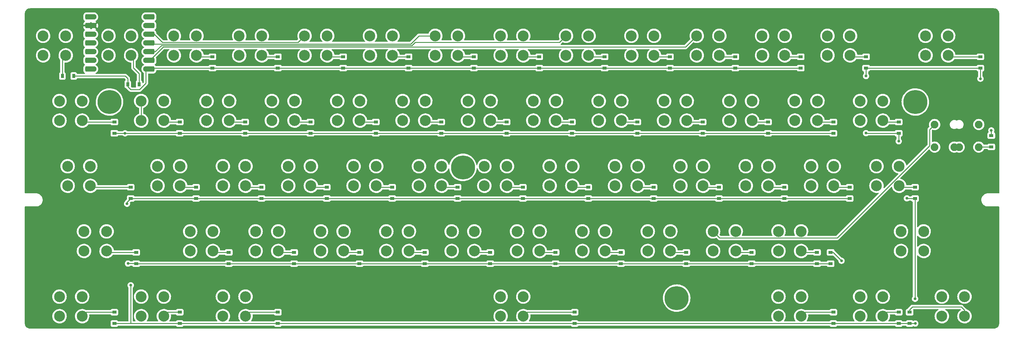
<source format=gbl>
G04 #@! TF.GenerationSoftware,KiCad,Pcbnew,(6.0.4)*
G04 #@! TF.CreationDate,2022-06-06T22:41:23+02:00*
G04 #@! TF.ProjectId,XIAO2040,5849414f-3230-4343-902e-6b696361645f,rev?*
G04 #@! TF.SameCoordinates,Original*
G04 #@! TF.FileFunction,Copper,L2,Bot*
G04 #@! TF.FilePolarity,Positive*
%FSLAX46Y46*%
G04 Gerber Fmt 4.6, Leading zero omitted, Abs format (unit mm)*
G04 Created by KiCad (PCBNEW (6.0.4)) date 2022-06-06 22:41:23*
%MOMM*%
%LPD*%
G01*
G04 APERTURE LIST*
G04 Aperture macros list*
%AMRoundRect*
0 Rectangle with rounded corners*
0 $1 Rounding radius*
0 $2 $3 $4 $5 $6 $7 $8 $9 X,Y pos of 4 corners*
0 Add a 4 corners polygon primitive as box body*
4,1,4,$2,$3,$4,$5,$6,$7,$8,$9,$2,$3,0*
0 Add four circle primitives for the rounded corners*
1,1,$1+$1,$2,$3*
1,1,$1+$1,$4,$5*
1,1,$1+$1,$6,$7*
1,1,$1+$1,$8,$9*
0 Add four rect primitives between the rounded corners*
20,1,$1+$1,$2,$3,$4,$5,0*
20,1,$1+$1,$4,$5,$6,$7,0*
20,1,$1+$1,$6,$7,$8,$9,0*
20,1,$1+$1,$8,$9,$2,$3,0*%
G04 Aperture macros list end*
G04 #@! TA.AperFunction,ComponentPad*
%ADD10C,7.000240*%
G04 #@! TD*
G04 #@! TA.AperFunction,ComponentPad*
%ADD11C,7.001300*%
G04 #@! TD*
G04 #@! TA.AperFunction,ComponentPad*
%ADD12C,3.180000*%
G04 #@! TD*
G04 #@! TA.AperFunction,ComponentPad*
%ADD13C,2.250000*%
G04 #@! TD*
G04 #@! TA.AperFunction,SMDPad,CuDef*
%ADD14R,1.200000X0.900000*%
G04 #@! TD*
G04 #@! TA.AperFunction,SMDPad,CuDef*
%ADD15RoundRect,0.400000X1.100000X0.400000X-1.100000X0.400000X-1.100000X-0.400000X1.100000X-0.400000X0*%
G04 #@! TD*
G04 #@! TA.AperFunction,ComponentPad*
%ADD16C,1.600000*%
G04 #@! TD*
G04 #@! TA.AperFunction,SMDPad,CuDef*
%ADD17R,0.900000X1.200000*%
G04 #@! TD*
G04 #@! TA.AperFunction,ViaPad*
%ADD18C,0.800000*%
G04 #@! TD*
G04 #@! TA.AperFunction,Conductor*
%ADD19C,0.250000*%
G04 #@! TD*
G04 APERTURE END LIST*
D10*
G04 #@! TO.P,REF\u002A\u002A,1*
G04 #@! TO.N,N/C*
X203575000Y9725000D03*
X141275000Y47925000D03*
D11*
X38275000Y67025000D03*
D10*
X273125000Y67025000D03*
G04 #@! TD*
D12*
G04 #@! TO.P,MX40,1,COL*
G04 #@! TO.N,COL3*
X247525000Y86365000D03*
X247525000Y80645000D03*
G04 #@! TO.P,MX40,2,ROW*
G04 #@! TO.N,Net-(D40-Pad2)*
X254125000Y80645000D03*
X254125000Y86365000D03*
G04 #@! TD*
G04 #@! TO.P,MX32,1,COL*
G04 #@! TO.N,COL3*
X142750000Y61595000D03*
X142750000Y67315000D03*
G04 #@! TO.P,MX32,2,ROW*
G04 #@! TO.N,Net-(D32-Pad1)*
X149350000Y61595000D03*
X149350000Y67315000D03*
G04 #@! TD*
G04 #@! TO.P,MX3,1,COL*
G04 #@! TO.N,COL0*
X26068750Y48265000D03*
X26068750Y42545000D03*
G04 #@! TO.P,MX3,2,ROW*
G04 #@! TO.N,Net-(D3-Pad1)*
X32668750Y42545000D03*
X32668750Y48265000D03*
G04 #@! TD*
G04 #@! TO.P,MX5,2,ROW*
G04 #@! TO.N,Net-(D5-Pad1)*
X30287500Y10165000D03*
X30287500Y4445000D03*
G04 #@! TO.P,MX5,1,COL*
G04 #@! TO.N,COL0*
X23687500Y4445000D03*
X23687500Y10165000D03*
G04 #@! TD*
G04 #@! TO.P,MX20,1,COL*
G04 #@! TO.N,COL1*
X152275000Y4445000D03*
X152275000Y10165000D03*
G04 #@! TO.P,MX20,2,ROW*
G04 #@! TO.N,Net-(D20-Pad2)*
X158875000Y4445000D03*
X158875000Y10165000D03*
G04 #@! TD*
G04 #@! TO.P,MX4,1,COL*
G04 #@! TO.N,COL0*
X30831250Y29215000D03*
X30831250Y23495000D03*
G04 #@! TO.P,MX4,2,ROW*
G04 #@! TO.N,Net-(D4-Pad1)*
X37431250Y23495000D03*
X37431250Y29215000D03*
G04 #@! TD*
D13*
G04 #@! TO.P,MX50,2,ROW*
G04 #@! TO.N,Net-(D50-Pad2)*
X284480000Y53850000D03*
X278760000Y53850000D03*
X291623750Y53850000D03*
X285903750Y53850000D03*
G04 #@! TO.P,MX50,1,COL*
G04 #@! TO.N,COL4*
X278760000Y60450000D03*
X291623750Y60450000D03*
G04 #@! TD*
D12*
G04 #@! TO.P,MX21,1,COL*
G04 #@! TO.N,COL2*
X95125000Y80645000D03*
X95125000Y86365000D03*
G04 #@! TO.P,MX21,2,ROW*
G04 #@! TO.N,Net-(D21-Pad1)*
X101725000Y80645000D03*
X101725000Y86365000D03*
G04 #@! TD*
G04 #@! TO.P,MX27,1,COL*
G04 #@! TO.N,COL2*
X123700000Y61595000D03*
X123700000Y67315000D03*
G04 #@! TO.P,MX27,2,ROW*
G04 #@! TO.N,Net-(D27-Pad2)*
X130300000Y61595000D03*
X130300000Y67315000D03*
G04 #@! TD*
G04 #@! TO.P,MX18,1,COL*
G04 #@! TO.N,COL1*
X90362500Y42545000D03*
X90362500Y48265000D03*
G04 #@! TO.P,MX18,2,ROW*
G04 #@! TO.N,Net-(D18-Pad2)*
X96962500Y48265000D03*
X96962500Y42545000D03*
G04 #@! TD*
G04 #@! TO.P,MX59,1,COL*
G04 #@! TO.N,COL5*
X268956250Y23495000D03*
X268956250Y29215000D03*
G04 #@! TO.P,MX59,2,ROW*
G04 #@! TO.N,Net-(D58-Pad2)*
X275556250Y23495000D03*
X275556250Y29215000D03*
G04 #@! TD*
G04 #@! TO.P,MX38,1,COL*
G04 #@! TO.N,COL3*
X166562500Y48265000D03*
X166562500Y42545000D03*
G04 #@! TO.P,MX38,2,ROW*
G04 #@! TO.N,Net-(D38-Pad2)*
X173162500Y48265000D03*
X173162500Y42545000D03*
G04 #@! TD*
G04 #@! TO.P,MX25,1,COL*
G04 #@! TO.N,COL2*
X233237500Y10165000D03*
X233237500Y4445000D03*
G04 #@! TO.P,MX25,2,ROW*
G04 #@! TO.N,Net-(D25-Pad1)*
X239837500Y4445000D03*
X239837500Y10165000D03*
G04 #@! TD*
G04 #@! TO.P,MX52,1,COL*
G04 #@! TO.N,COL5*
X218950000Y67315000D03*
X218950000Y61595000D03*
G04 #@! TO.P,MX52,2,ROW*
G04 #@! TO.N,Net-(D52-Pad1)*
X225550000Y67315000D03*
X225550000Y61595000D03*
G04 #@! TD*
G04 #@! TO.P,MX35,1,COL*
G04 #@! TO.N,COL3*
X280862500Y10165000D03*
X280862500Y4445000D03*
G04 #@! TO.P,MX35,2,ROW*
G04 #@! TO.N,Net-(D35-Pad1)*
X287462500Y10165000D03*
X287462500Y4445000D03*
G04 #@! TD*
G04 #@! TO.P,MX33,1,COL*
G04 #@! TO.N,COL3*
X147512500Y42545000D03*
X147512500Y48265000D03*
G04 #@! TO.P,MX33,2,ROW*
G04 #@! TO.N,Net-(D33-Pad1)*
X154112500Y42545000D03*
X154112500Y48265000D03*
G04 #@! TD*
G04 #@! TO.P,MX8,1,COL*
G04 #@! TO.N,COL0*
X52262500Y48265000D03*
X52262500Y42545000D03*
G04 #@! TO.P,MX8,2,ROW*
G04 #@! TO.N,Net-(D8-Pad2)*
X58862500Y48265000D03*
X58862500Y42545000D03*
G04 #@! TD*
G04 #@! TO.P,MX19,1,COL*
G04 #@! TO.N,COL1*
X99887500Y23495000D03*
X99887500Y29215000D03*
G04 #@! TO.P,MX19,2,ROW*
G04 #@! TO.N,Net-(D19-Pad2)*
X106487500Y29215000D03*
X106487500Y23495000D03*
G04 #@! TD*
G04 #@! TO.P,MX26,1,COL*
G04 #@! TO.N,COL2*
X114175000Y86365000D03*
X114175000Y80645000D03*
G04 #@! TO.P,MX26,2,ROW*
G04 #@! TO.N,Net-(D26-Pad2)*
X120775000Y86365000D03*
X120775000Y80645000D03*
G04 #@! TD*
G04 #@! TO.P,MX22,1,COL*
G04 #@! TO.N,COL2*
X104650000Y61595000D03*
X104650000Y67315000D03*
G04 #@! TO.P,MX22,2,ROW*
G04 #@! TO.N,Net-(D22-Pad1)*
X111250000Y67315000D03*
X111250000Y61595000D03*
G04 #@! TD*
G04 #@! TO.P,MX29,1,COL*
G04 #@! TO.N,COL2*
X137987500Y23495000D03*
X137987500Y29215000D03*
G04 #@! TO.P,MX29,2,ROW*
G04 #@! TO.N,Net-(D29-Pad2)*
X144587500Y23495000D03*
X144587500Y29215000D03*
G04 #@! TD*
G04 #@! TO.P,MX37,1,COL*
G04 #@! TO.N,COL3*
X161800000Y61595000D03*
X161800000Y67315000D03*
G04 #@! TO.P,MX37,2,ROW*
G04 #@! TO.N,Net-(D37-Pad2)*
X168400000Y61595000D03*
X168400000Y67315000D03*
G04 #@! TD*
G04 #@! TO.P,MX30,1,COL*
G04 #@! TO.N,COL2*
X257050000Y4445000D03*
X257050000Y10165000D03*
G04 #@! TO.P,MX30,2,ROW*
G04 #@! TO.N,Net-(D30-Pad2)*
X263650000Y10165000D03*
X263650000Y4445000D03*
G04 #@! TD*
G04 #@! TO.P,MX56,1,COL*
G04 #@! TO.N,COL5*
X228475000Y86365000D03*
X228475000Y80645000D03*
G04 #@! TO.P,MX56,2,ROW*
G04 #@! TO.N,Net-(D55-Pad2)*
X235075000Y80645000D03*
X235075000Y86365000D03*
G04 #@! TD*
G04 #@! TO.P,MX31,1,COL*
G04 #@! TO.N,COL3*
X133225000Y80645000D03*
X133225000Y86365000D03*
G04 #@! TO.P,MX31,2,ROW*
G04 #@! TO.N,Net-(D31-Pad1)*
X139825000Y80645000D03*
X139825000Y86365000D03*
G04 #@! TD*
G04 #@! TO.P,MX41,1,COL*
G04 #@! TO.N,COL4*
X171325000Y80645000D03*
X171325000Y86365000D03*
G04 #@! TO.P,MX41,2,ROW*
G04 #@! TO.N,Net-(D41-Pad1)*
X177925000Y86365000D03*
X177925000Y80645000D03*
G04 #@! TD*
G04 #@! TO.P,MX45,1,COL*
G04 #@! TO.N,COL4*
X276100000Y86365000D03*
X276100000Y80645000D03*
G04 #@! TO.P,MX45,2,ROW*
G04 #@! TO.N,Net-(D45-Pad1)*
X282700000Y80645000D03*
X282700000Y86365000D03*
G04 #@! TD*
G04 #@! TO.P,MX24,1,COL*
G04 #@! TO.N,COL2*
X118937500Y23495000D03*
X118937500Y29215000D03*
G04 #@! TO.P,MX24,2,ROW*
G04 #@! TO.N,Net-(D24-Pad1)*
X125537500Y23495000D03*
X125537500Y29215000D03*
G04 #@! TD*
G04 #@! TO.P,MX54,1,COL*
G04 #@! TO.N,COL5*
X233237500Y23495000D03*
X233237500Y29215000D03*
G04 #@! TO.P,MX54,2,ROW*
G04 #@! TO.N,Net-(D54-Pad1)*
X239837500Y29215000D03*
X239837500Y23495000D03*
G04 #@! TD*
G04 #@! TO.P,MX15,1,COL*
G04 #@! TO.N,COL1*
X71312500Y4445000D03*
X71312500Y10165000D03*
G04 #@! TO.P,MX15,2,ROW*
G04 #@! TO.N,Net-(D15-Pad1)*
X77912500Y4445000D03*
X77912500Y10165000D03*
G04 #@! TD*
G04 #@! TO.P,MX47,1,COL*
G04 #@! TO.N,COL4*
X199900000Y67315000D03*
X199900000Y61595000D03*
G04 #@! TO.P,MX47,2,ROW*
G04 #@! TO.N,Net-(D47-Pad2)*
X206500000Y67315000D03*
X206500000Y61595000D03*
G04 #@! TD*
G04 #@! TO.P,MX1,1,COL*
G04 #@! TO.N,COL0*
X18925000Y86365000D03*
X18925000Y80645000D03*
G04 #@! TO.P,MX1,2,ROW*
G04 #@! TO.N,Net-(D1-Pad1)*
X25525000Y80645000D03*
X25525000Y86365000D03*
G04 #@! TD*
G04 #@! TO.P,MX14,1,COL*
G04 #@! TO.N,COL1*
X80837500Y23495000D03*
X80837500Y29215000D03*
G04 #@! TO.P,MX14,2,ROW*
G04 #@! TO.N,Net-(D14-Pad1)*
X87437500Y23495000D03*
X87437500Y29215000D03*
G04 #@! TD*
G04 #@! TO.P,MX7,1,COL*
G04 #@! TO.N,COL0*
X47500000Y61595000D03*
X47500000Y67315000D03*
G04 #@! TO.P,MX7,2,ROW*
G04 #@! TO.N,Net-(D7-Pad2)*
X54100000Y61595000D03*
X54100000Y67315000D03*
G04 #@! TD*
G04 #@! TO.P,MX49,1,COL*
G04 #@! TO.N,COL4*
X214187500Y23495000D03*
X214187500Y29215000D03*
G04 #@! TO.P,MX49,2,ROW*
G04 #@! TO.N,Net-(D49-Pad2)*
X220787500Y23495000D03*
X220787500Y29215000D03*
G04 #@! TD*
G04 #@! TO.P,MX53,1,COL*
G04 #@! TO.N,COL5*
X223712500Y48265000D03*
X223712500Y42545000D03*
G04 #@! TO.P,MX53,2,ROW*
G04 #@! TO.N,Net-(D53-Pad1)*
X230312500Y48265000D03*
X230312500Y42545000D03*
G04 #@! TD*
G04 #@! TO.P,MX48,1,COL*
G04 #@! TO.N,COL4*
X204662500Y42545000D03*
X204662500Y48265000D03*
G04 #@! TO.P,MX48,2,ROW*
G04 #@! TO.N,Net-(D48-Pad2)*
X211262500Y42545000D03*
X211262500Y48265000D03*
G04 #@! TD*
G04 #@! TO.P,MX17,1,COL*
G04 #@! TO.N,COL1*
X85600000Y67315000D03*
X85600000Y61595000D03*
G04 #@! TO.P,MX17,2,ROW*
G04 #@! TO.N,Net-(D17-Pad2)*
X92200000Y67315000D03*
X92200000Y61595000D03*
G04 #@! TD*
G04 #@! TO.P,MX2,1,COL*
G04 #@! TO.N,COL0*
X23687500Y67315000D03*
X23687500Y61595000D03*
G04 #@! TO.P,MX2,2,ROW*
G04 #@! TO.N,Net-(D2-Pad1)*
X30287500Y67315000D03*
X30287500Y61595000D03*
G04 #@! TD*
G04 #@! TO.P,MX34,1,COL*
G04 #@! TO.N,COL3*
X157037500Y23495000D03*
X157037500Y29215000D03*
G04 #@! TO.P,MX34,2,ROW*
G04 #@! TO.N,Net-(D34-Pad1)*
X163637500Y23495000D03*
X163637500Y29215000D03*
G04 #@! TD*
G04 #@! TO.P,MX46,1,COL*
G04 #@! TO.N,COL4*
X190375000Y80645000D03*
X190375000Y86365000D03*
G04 #@! TO.P,MX46,2,ROW*
G04 #@! TO.N,Net-(D46-Pad2)*
X196975000Y86365000D03*
X196975000Y80645000D03*
G04 #@! TD*
G04 #@! TO.P,MX60,1,COL*
G04 #@! TO.N,COL5*
X261812500Y42545000D03*
X261812500Y48265000D03*
G04 #@! TO.P,MX60,2,ROW*
G04 #@! TO.N,Net-(D59-Pad2)*
X268412500Y48265000D03*
X268412500Y42545000D03*
G04 #@! TD*
G04 #@! TO.P,MX10,1,COL*
G04 #@! TO.N,COL0*
X47500000Y4445000D03*
X47500000Y10165000D03*
G04 #@! TO.P,MX10,2,ROW*
G04 #@! TO.N,Net-(D10-Pad2)*
X54100000Y4445000D03*
X54100000Y10165000D03*
G04 #@! TD*
G04 #@! TO.P,MX12,1,COL*
G04 #@! TO.N,COL1*
X66550000Y67315000D03*
X66550000Y61595000D03*
G04 #@! TO.P,MX12,2,ROW*
G04 #@! TO.N,Net-(D12-Pad1)*
X73150000Y67315000D03*
X73150000Y61595000D03*
G04 #@! TD*
G04 #@! TO.P,MX23,1,COL*
G04 #@! TO.N,COL2*
X109412500Y42545000D03*
X109412500Y48265000D03*
G04 #@! TO.P,MX23,2,ROW*
G04 #@! TO.N,Net-(D23-Pad1)*
X116012500Y42545000D03*
X116012500Y48265000D03*
G04 #@! TD*
G04 #@! TO.P,MX13,1,COL*
G04 #@! TO.N,COL1*
X71312500Y42545000D03*
X71312500Y48265000D03*
G04 #@! TO.P,MX13,2,ROW*
G04 #@! TO.N,Net-(D13-Pad1)*
X77912500Y48265000D03*
X77912500Y42545000D03*
G04 #@! TD*
G04 #@! TO.P,MX6,1,COL*
G04 #@! TO.N,COL0*
X37975000Y80645000D03*
X37975000Y86365000D03*
G04 #@! TO.P,MX6,2,ROW*
G04 #@! TO.N,Net-(D6-Pad2)*
X44575000Y80645000D03*
X44575000Y86365000D03*
G04 #@! TD*
G04 #@! TO.P,MX57,1,COL*
G04 #@! TO.N,COL5*
X238000000Y67315000D03*
X238000000Y61595000D03*
G04 #@! TO.P,MX57,2,ROW*
G04 #@! TO.N,Net-(D56-Pad2)*
X244600000Y67315000D03*
X244600000Y61595000D03*
G04 #@! TD*
G04 #@! TO.P,MX28,1,COL*
G04 #@! TO.N,COL2*
X128462500Y42545000D03*
X128462500Y48265000D03*
G04 #@! TO.P,MX28,2,ROW*
G04 #@! TO.N,Net-(D28-Pad2)*
X135062500Y48265000D03*
X135062500Y42545000D03*
G04 #@! TD*
G04 #@! TO.P,MX39,1,COL*
G04 #@! TO.N,COL3*
X176087500Y23495000D03*
X176087500Y29215000D03*
G04 #@! TO.P,MX39,2,ROW*
G04 #@! TO.N,Net-(D39-Pad2)*
X182687500Y23495000D03*
X182687500Y29215000D03*
G04 #@! TD*
G04 #@! TO.P,MX16,1,COL*
G04 #@! TO.N,COL1*
X76075000Y86365000D03*
X76075000Y80645000D03*
G04 #@! TO.P,MX16,2,ROW*
G04 #@! TO.N,Net-(D16-Pad2)*
X82675000Y86365000D03*
X82675000Y80645000D03*
G04 #@! TD*
G04 #@! TO.P,MX36,1,COL*
G04 #@! TO.N,COL3*
X152275000Y86365000D03*
X152275000Y80645000D03*
G04 #@! TO.P,MX36,2,ROW*
G04 #@! TO.N,Net-(D36-Pad2)*
X158875000Y86365000D03*
X158875000Y80645000D03*
G04 #@! TD*
G04 #@! TO.P,MX55,2,ROW*
G04 #@! TO.N,Net-(D60-Pad1)*
X263650000Y61595000D03*
X263650000Y67315000D03*
G04 #@! TO.P,MX55,1,COL*
G04 #@! TO.N,COL5*
X257050000Y61595000D03*
X257050000Y67315000D03*
G04 #@! TD*
G04 #@! TO.P,MX11,1,COL*
G04 #@! TO.N,COL1*
X57025000Y86365000D03*
X57025000Y80645000D03*
G04 #@! TO.P,MX11,2,ROW*
G04 #@! TO.N,Net-(D11-Pad1)*
X63625000Y86365000D03*
X63625000Y80645000D03*
G04 #@! TD*
G04 #@! TO.P,MX58,1,COL*
G04 #@! TO.N,COL5*
X242762500Y42545000D03*
X242762500Y48265000D03*
G04 #@! TO.P,MX58,2,ROW*
G04 #@! TO.N,Net-(D57-Pad2)*
X249362500Y48265000D03*
X249362500Y42545000D03*
G04 #@! TD*
G04 #@! TO.P,MX42,1,COL*
G04 #@! TO.N,COL4*
X180850000Y61595000D03*
X180850000Y67315000D03*
G04 #@! TO.P,MX42,2,ROW*
G04 #@! TO.N,Net-(D42-Pad1)*
X187450000Y61595000D03*
X187450000Y67315000D03*
G04 #@! TD*
G04 #@! TO.P,MX44,1,COL*
G04 #@! TO.N,COL4*
X195137500Y23495000D03*
X195137500Y29215000D03*
G04 #@! TO.P,MX44,2,ROW*
G04 #@! TO.N,Net-(D44-Pad1)*
X201737500Y29215000D03*
X201737500Y23495000D03*
G04 #@! TD*
G04 #@! TO.P,MX9,1,COL*
G04 #@! TO.N,COL0*
X61787500Y23495000D03*
X61787500Y29215000D03*
G04 #@! TO.P,MX9,2,ROW*
G04 #@! TO.N,Net-(D9-Pad2)*
X68387500Y29215000D03*
X68387500Y23495000D03*
G04 #@! TD*
G04 #@! TO.P,MX51,1,COL*
G04 #@! TO.N,COL5*
X209425000Y86365000D03*
X209425000Y80645000D03*
G04 #@! TO.P,MX51,2,ROW*
G04 #@! TO.N,Net-(D51-Pad1)*
X216025000Y86365000D03*
X216025000Y80645000D03*
G04 #@! TD*
G04 #@! TO.P,MX43,1,COL*
G04 #@! TO.N,COL4*
X185612500Y48265000D03*
X185612500Y42545000D03*
G04 #@! TO.P,MX43,2,ROW*
G04 #@! TO.N,Net-(D43-Pad1)*
X192212500Y48265000D03*
X192212500Y42545000D03*
G04 #@! TD*
D14*
G04 #@! TO.P,D21,1,K*
G04 #@! TO.N,Net-(D21-Pad1)*
X106362500Y80231250D03*
G04 #@! TO.P,D21,2,A*
G04 #@! TO.N,ROW0*
X106362500Y76931250D03*
G04 #@! TD*
G04 #@! TO.P,D55,1,K*
G04 #@! TO.N,ROW0*
X239712500Y76931250D03*
G04 #@! TO.P,D55,2,A*
G04 #@! TO.N,Net-(D55-Pad2)*
X239712500Y80231250D03*
G04 #@! TD*
G04 #@! TO.P,D20,1,K*
G04 #@! TO.N,ROW4*
X173831250Y2318750D03*
G04 #@! TO.P,D20,2,A*
G04 #@! TO.N,Net-(D20-Pad2)*
X173831250Y5618750D03*
G04 #@! TD*
G04 #@! TO.P,D33,1,K*
G04 #@! TO.N,Net-(D33-Pad1)*
X158750000Y42131250D03*
G04 #@! TO.P,D33,2,A*
G04 #@! TO.N,ROW2*
X158750000Y38831250D03*
G04 #@! TD*
G04 #@! TO.P,D26,1,K*
G04 #@! TO.N,ROW0*
X125412500Y76931250D03*
G04 #@! TO.P,D26,2,A*
G04 #@! TO.N,Net-(D26-Pad2)*
X125412500Y80231250D03*
G04 #@! TD*
G04 #@! TO.P,D23,1,K*
G04 #@! TO.N,Net-(D23-Pad1)*
X120650000Y42131250D03*
G04 #@! TO.P,D23,2,A*
G04 #@! TO.N,ROW2*
X120650000Y38831250D03*
G04 #@! TD*
G04 #@! TO.P,D43,1,K*
G04 #@! TO.N,Net-(D43-Pad1)*
X196850000Y42131250D03*
G04 #@! TO.P,D43,2,A*
G04 #@! TO.N,ROW2*
X196850000Y38831250D03*
G04 #@! TD*
G04 #@! TO.P,D60,2,A*
G04 #@! TO.N,ROW4*
X268287500Y57881250D03*
G04 #@! TO.P,D60,1,K*
G04 #@! TO.N,Net-(D60-Pad1)*
X268287500Y61181250D03*
G04 #@! TD*
G04 #@! TO.P,D5,1,K*
G04 #@! TO.N,Net-(D5-Pad1)*
X39687500Y5618750D03*
G04 #@! TO.P,D5,2,A*
G04 #@! TO.N,ROW4*
X39687500Y2318750D03*
G04 #@! TD*
G04 #@! TO.P,D8,1,K*
G04 #@! TO.N,ROW2*
X63500000Y38831250D03*
G04 #@! TO.P,D8,2,A*
G04 #@! TO.N,Net-(D8-Pad2)*
X63500000Y42131250D03*
G04 #@! TD*
G04 #@! TO.P,D2,1,K*
G04 #@! TO.N,Net-(D2-Pad1)*
X39687500Y61181250D03*
G04 #@! TO.P,D2,2,A*
G04 #@! TO.N,ROW1*
X39687500Y57881250D03*
G04 #@! TD*
G04 #@! TO.P,D37,1,K*
G04 #@! TO.N,ROW1*
X173037500Y57881250D03*
G04 #@! TO.P,D37,2,A*
G04 #@! TO.N,Net-(D37-Pad2)*
X173037500Y61181250D03*
G04 #@! TD*
G04 #@! TO.P,D52,1,K*
G04 #@! TO.N,Net-(D52-Pad1)*
X230187500Y61181250D03*
G04 #@! TO.P,D52,2,A*
G04 #@! TO.N,ROW1*
X230187500Y57881250D03*
G04 #@! TD*
D15*
G04 #@! TO.P,M1,14,5V*
G04 #@! TO.N,unconnected-(M1-Pad14)*
X32657500Y91894250D03*
D16*
X33657500Y91894250D03*
D15*
G04 #@! TO.P,M1,13,GND*
G04 #@! TO.N,GND*
X32657500Y89354250D03*
D16*
X33657500Y89354250D03*
D15*
G04 #@! TO.P,M1,12,3V3*
G04 #@! TO.N,unconnected-(M1-Pad12)*
X32657500Y86814250D03*
D16*
X33657500Y86814250D03*
D15*
G04 #@! TO.P,M1,11,D10*
G04 #@! TO.N,ROW4*
X32657500Y84274250D03*
D16*
X33657500Y84274250D03*
G04 #@! TO.P,M1,10,D9*
G04 #@! TO.N,ROW3*
X33657500Y81734250D03*
D15*
X32657500Y81734250D03*
D16*
G04 #@! TO.P,M1,9,D8*
G04 #@! TO.N,ROW2*
X33657500Y79194250D03*
D15*
X32657500Y79194250D03*
D16*
G04 #@! TO.P,M1,8,D7*
G04 #@! TO.N,ROW1*
X33657500Y76654250D03*
D15*
X32657500Y76654250D03*
D16*
G04 #@! TO.P,M1,7,D6*
G04 #@! TO.N,ROW0*
X48892500Y76654250D03*
D15*
X49892500Y76654250D03*
G04 #@! TO.P,M1,6,D5*
G04 #@! TO.N,COL5*
X49892500Y79194250D03*
D16*
X48892500Y79194250D03*
G04 #@! TO.P,M1,5,D4*
G04 #@! TO.N,COL4*
X48892500Y81734250D03*
D15*
X49892500Y81734250D03*
G04 #@! TO.P,M1,4,D3*
G04 #@! TO.N,COL3*
X49892500Y84274250D03*
D16*
X48892500Y84274250D03*
D15*
G04 #@! TO.P,M1,3,D2*
G04 #@! TO.N,COL2*
X49892500Y86814250D03*
D16*
X48892500Y86814250D03*
G04 #@! TO.P,M1,2,D1*
G04 #@! TO.N,COL1*
X48892500Y89354250D03*
D15*
X49892500Y89354250D03*
D16*
G04 #@! TO.P,M1,1,D0*
G04 #@! TO.N,COL0*
X48892500Y91894250D03*
D15*
X49892500Y91894250D03*
G04 #@! TD*
D14*
G04 #@! TO.P,D29,1,K*
G04 #@! TO.N,ROW3*
X149225000Y19781250D03*
G04 #@! TO.P,D29,2,A*
G04 #@! TO.N,Net-(D29-Pad2)*
X149225000Y23081250D03*
G04 #@! TD*
G04 #@! TO.P,D22,1,K*
G04 #@! TO.N,Net-(D22-Pad1)*
X115887500Y61181250D03*
G04 #@! TO.P,D22,2,A*
G04 #@! TO.N,ROW1*
X115887500Y57881250D03*
G04 #@! TD*
G04 #@! TO.P,D57,1,K*
G04 #@! TO.N,ROW2*
X254000000Y38831250D03*
G04 #@! TO.P,D57,2,A*
G04 #@! TO.N,Net-(D57-Pad2)*
X254000000Y42131250D03*
G04 #@! TD*
G04 #@! TO.P,D19,1,K*
G04 #@! TO.N,ROW3*
X111125000Y19781250D03*
G04 #@! TO.P,D19,2,A*
G04 #@! TO.N,Net-(D19-Pad2)*
X111125000Y23081250D03*
G04 #@! TD*
G04 #@! TO.P,D28,1,K*
G04 #@! TO.N,ROW2*
X139700000Y38831250D03*
G04 #@! TO.P,D28,2,A*
G04 #@! TO.N,Net-(D28-Pad2)*
X139700000Y42131250D03*
G04 #@! TD*
G04 #@! TO.P,D16,1,K*
G04 #@! TO.N,ROW0*
X87312500Y76931250D03*
G04 #@! TO.P,D16,2,A*
G04 #@! TO.N,Net-(D16-Pad2)*
X87312500Y80231250D03*
G04 #@! TD*
G04 #@! TO.P,D39,1,K*
G04 #@! TO.N,ROW3*
X187325000Y19781250D03*
G04 #@! TO.P,D39,2,A*
G04 #@! TO.N,Net-(D39-Pad2)*
X187325000Y23081250D03*
G04 #@! TD*
G04 #@! TO.P,D31,1,K*
G04 #@! TO.N,Net-(D31-Pad1)*
X144462500Y80231250D03*
G04 #@! TO.P,D31,2,A*
G04 #@! TO.N,ROW0*
X144462500Y76931250D03*
G04 #@! TD*
G04 #@! TO.P,D42,1,K*
G04 #@! TO.N,Net-(D42-Pad1)*
X192087500Y61181250D03*
G04 #@! TO.P,D42,2,A*
G04 #@! TO.N,ROW1*
X192087500Y57881250D03*
G04 #@! TD*
G04 #@! TO.P,D30,1,K*
G04 #@! TO.N,ROW4*
X268287500Y2318750D03*
G04 #@! TO.P,D30,2,A*
G04 #@! TO.N,Net-(D30-Pad2)*
X268287500Y5618750D03*
G04 #@! TD*
G04 #@! TO.P,D54,1,K*
G04 #@! TO.N,Net-(D54-Pad1)*
X244475000Y23081250D03*
G04 #@! TO.P,D54,2,A*
G04 #@! TO.N,ROW3*
X244475000Y19781250D03*
G04 #@! TD*
G04 #@! TO.P,D35,1,K*
G04 #@! TO.N,Net-(D35-Pad1)*
X271462500Y5618750D03*
G04 #@! TO.P,D35,2,A*
G04 #@! TO.N,ROW4*
X271462500Y2318750D03*
G04 #@! TD*
G04 #@! TO.P,D25,1,K*
G04 #@! TO.N,Net-(D25-Pad1)*
X249237500Y5618750D03*
G04 #@! TO.P,D25,2,A*
G04 #@! TO.N,ROW4*
X249237500Y2318750D03*
G04 #@! TD*
D17*
G04 #@! TO.P,D1,1,K*
G04 #@! TO.N,Net-(D1-Pad1)*
X24543750Y74612500D03*
G04 #@! TO.P,D1,2,A*
G04 #@! TO.N,ROW0*
X27843750Y74612500D03*
G04 #@! TD*
D14*
G04 #@! TO.P,D50,1,K*
G04 #@! TO.N,ROW4*
X295275000Y57212500D03*
G04 #@! TO.P,D50,2,A*
G04 #@! TO.N,Net-(D50-Pad2)*
X295275000Y53912500D03*
G04 #@! TD*
G04 #@! TO.P,D41,1,K*
G04 #@! TO.N,Net-(D41-Pad1)*
X182562500Y80231250D03*
G04 #@! TO.P,D41,2,A*
G04 #@! TO.N,ROW0*
X182562500Y76931250D03*
G04 #@! TD*
G04 #@! TO.P,D51,1,K*
G04 #@! TO.N,Net-(D51-Pad1)*
X220662500Y80231250D03*
G04 #@! TO.P,D51,2,A*
G04 #@! TO.N,ROW0*
X220662500Y76931250D03*
G04 #@! TD*
G04 #@! TO.P,D27,1,K*
G04 #@! TO.N,ROW1*
X134937500Y57881250D03*
G04 #@! TO.P,D27,2,A*
G04 #@! TO.N,Net-(D27-Pad2)*
X134937500Y61181250D03*
G04 #@! TD*
G04 #@! TO.P,D10,1,K*
G04 #@! TO.N,ROW4*
X58737500Y2318750D03*
G04 #@! TO.P,D10,2,A*
G04 #@! TO.N,Net-(D10-Pad2)*
X58737500Y5618750D03*
G04 #@! TD*
G04 #@! TO.P,D53,1,K*
G04 #@! TO.N,Net-(D53-Pad1)*
X234950000Y42131250D03*
G04 #@! TO.P,D53,2,A*
G04 #@! TO.N,ROW2*
X234950000Y38831250D03*
G04 #@! TD*
D17*
G04 #@! TO.P,D6,1,K*
G04 #@! TO.N,ROW0*
X43593750Y72231250D03*
G04 #@! TO.P,D6,2,A*
G04 #@! TO.N,Net-(D6-Pad2)*
X46893750Y72231250D03*
G04 #@! TD*
D14*
G04 #@! TO.P,D38,1,K*
G04 #@! TO.N,ROW2*
X177800000Y38831250D03*
G04 #@! TO.P,D38,2,A*
G04 #@! TO.N,Net-(D38-Pad2)*
X177800000Y42131250D03*
G04 #@! TD*
G04 #@! TO.P,D17,1,K*
G04 #@! TO.N,ROW1*
X96837500Y57881250D03*
G04 #@! TO.P,D17,2,A*
G04 #@! TO.N,Net-(D17-Pad2)*
X96837500Y61181250D03*
G04 #@! TD*
G04 #@! TO.P,D12,1,K*
G04 #@! TO.N,Net-(D12-Pad1)*
X77787500Y61181250D03*
G04 #@! TO.P,D12,2,A*
G04 #@! TO.N,ROW1*
X77787500Y57881250D03*
G04 #@! TD*
G04 #@! TO.P,D44,1,K*
G04 #@! TO.N,Net-(D44-Pad1)*
X206375000Y23081250D03*
G04 #@! TO.P,D44,2,A*
G04 #@! TO.N,ROW3*
X206375000Y19781250D03*
G04 #@! TD*
G04 #@! TO.P,D45,1,K*
G04 #@! TO.N,Net-(D45-Pad1)*
X292100000Y80231250D03*
G04 #@! TO.P,D45,2,A*
G04 #@! TO.N,ROW4*
X292100000Y76931250D03*
G04 #@! TD*
G04 #@! TO.P,D9,1,K*
G04 #@! TO.N,ROW3*
X73025000Y19781250D03*
G04 #@! TO.P,D9,2,A*
G04 #@! TO.N,Net-(D9-Pad2)*
X73025000Y23081250D03*
G04 #@! TD*
G04 #@! TO.P,D47,1,K*
G04 #@! TO.N,ROW1*
X211137500Y57881250D03*
G04 #@! TO.P,D47,2,A*
G04 #@! TO.N,Net-(D47-Pad2)*
X211137500Y61181250D03*
G04 #@! TD*
G04 #@! TO.P,D3,1,K*
G04 #@! TO.N,Net-(D3-Pad1)*
X44450000Y42131250D03*
G04 #@! TO.P,D3,2,A*
G04 #@! TO.N,ROW2*
X44450000Y38831250D03*
G04 #@! TD*
G04 #@! TO.P,D24,1,K*
G04 #@! TO.N,Net-(D24-Pad1)*
X130175000Y23081250D03*
G04 #@! TO.P,D24,2,A*
G04 #@! TO.N,ROW3*
X130175000Y19781250D03*
G04 #@! TD*
G04 #@! TO.P,D13,1,K*
G04 #@! TO.N,Net-(D13-Pad1)*
X82550000Y42131250D03*
G04 #@! TO.P,D13,2,A*
G04 #@! TO.N,ROW2*
X82550000Y38831250D03*
G04 #@! TD*
G04 #@! TO.P,D49,1,K*
G04 #@! TO.N,ROW3*
X225425000Y19781250D03*
G04 #@! TO.P,D49,2,A*
G04 #@! TO.N,Net-(D49-Pad2)*
X225425000Y23081250D03*
G04 #@! TD*
G04 #@! TO.P,D36,1,K*
G04 #@! TO.N,ROW0*
X163512500Y76931250D03*
G04 #@! TO.P,D36,2,A*
G04 #@! TO.N,Net-(D36-Pad2)*
X163512500Y80231250D03*
G04 #@! TD*
G04 #@! TO.P,D59,1,K*
G04 #@! TO.N,ROW4*
X273050000Y38831250D03*
G04 #@! TO.P,D59,2,A*
G04 #@! TO.N,Net-(D59-Pad2)*
X273050000Y42131250D03*
G04 #@! TD*
G04 #@! TO.P,D14,1,K*
G04 #@! TO.N,Net-(D14-Pad1)*
X92075000Y23081250D03*
G04 #@! TO.P,D14,2,A*
G04 #@! TO.N,ROW3*
X92075000Y19781250D03*
G04 #@! TD*
G04 #@! TO.P,D46,1,K*
G04 #@! TO.N,ROW0*
X201612500Y76931250D03*
G04 #@! TO.P,D46,2,A*
G04 #@! TO.N,Net-(D46-Pad2)*
X201612500Y80231250D03*
G04 #@! TD*
G04 #@! TO.P,D56,1,K*
G04 #@! TO.N,ROW1*
X249237500Y57881250D03*
G04 #@! TO.P,D56,2,A*
G04 #@! TO.N,Net-(D56-Pad2)*
X249237500Y61181250D03*
G04 #@! TD*
G04 #@! TO.P,D18,1,K*
G04 #@! TO.N,ROW2*
X101600000Y38831250D03*
G04 #@! TO.P,D18,2,A*
G04 #@! TO.N,Net-(D18-Pad2)*
X101600000Y42131250D03*
G04 #@! TD*
G04 #@! TO.P,D34,1,K*
G04 #@! TO.N,Net-(D34-Pad1)*
X168275000Y23081250D03*
G04 #@! TO.P,D34,2,A*
G04 #@! TO.N,ROW3*
X168275000Y19781250D03*
G04 #@! TD*
G04 #@! TO.P,D40,1,K*
G04 #@! TO.N,ROW4*
X258762500Y76931250D03*
G04 #@! TO.P,D40,2,A*
G04 #@! TO.N,Net-(D40-Pad2)*
X258762500Y80231250D03*
G04 #@! TD*
G04 #@! TO.P,D7,1,K*
G04 #@! TO.N,ROW1*
X58737500Y57881250D03*
G04 #@! TO.P,D7,2,A*
G04 #@! TO.N,Net-(D7-Pad2)*
X58737500Y61181250D03*
G04 #@! TD*
G04 #@! TO.P,D4,1,K*
G04 #@! TO.N,Net-(D4-Pad1)*
X46037500Y23081250D03*
G04 #@! TO.P,D4,2,A*
G04 #@! TO.N,ROW3*
X46037500Y19781250D03*
G04 #@! TD*
G04 #@! TO.P,D15,1,K*
G04 #@! TO.N,Net-(D15-Pad1)*
X87312500Y5618750D03*
G04 #@! TO.P,D15,2,A*
G04 #@! TO.N,ROW4*
X87312500Y2318750D03*
G04 #@! TD*
G04 #@! TO.P,D32,1,K*
G04 #@! TO.N,Net-(D32-Pad1)*
X153987500Y61181250D03*
G04 #@! TO.P,D32,2,A*
G04 #@! TO.N,ROW1*
X153987500Y57881250D03*
G04 #@! TD*
G04 #@! TO.P,D48,1,K*
G04 #@! TO.N,ROW2*
X215900000Y38831250D03*
G04 #@! TO.P,D48,2,A*
G04 #@! TO.N,Net-(D48-Pad2)*
X215900000Y42131250D03*
G04 #@! TD*
G04 #@! TO.P,D58,1,K*
G04 #@! TO.N,ROW3*
X248443750Y19781250D03*
G04 #@! TO.P,D58,2,A*
G04 #@! TO.N,Net-(D58-Pad2)*
X248443750Y23081250D03*
G04 #@! TD*
G04 #@! TO.P,D11,1,K*
G04 #@! TO.N,Net-(D11-Pad1)*
X68262500Y80231250D03*
G04 #@! TO.P,D11,2,A*
G04 #@! TO.N,ROW0*
X68262500Y76931250D03*
G04 #@! TD*
D18*
G04 #@! TO.N,ROW1*
X42800000Y57881250D03*
G04 #@! TO.N,ROW2*
X43381270Y37306250D03*
G04 #@! TO.N,ROW3*
X43656250Y19843750D03*
G04 #@! TO.N,ROW4*
X258762500Y57943750D03*
X295275000Y58737500D03*
X273050000Y9525000D03*
X273112500Y2318750D03*
X258762500Y74612500D03*
X270668750Y38893750D03*
X292100000Y73818750D03*
X44450000Y13493750D03*
X268287500Y55562500D03*
G04 #@! TO.N,Net-(D58-Pad2)*
X251618750Y20637500D03*
G04 #@! TD*
D19*
G04 #@! TO.N,Net-(D1-Pad1)*
X24543750Y79663750D02*
X25525000Y80645000D01*
X24543750Y74612500D02*
X24543750Y79663750D01*
G04 #@! TO.N,ROW0*
X48892500Y76654250D02*
X49169500Y76931250D01*
X47005272Y70643750D02*
X44450000Y70643750D01*
X44450000Y70643750D02*
X43593750Y71500000D01*
X48892500Y72530978D02*
X47005272Y70643750D01*
X43593750Y71500000D02*
X43593750Y72231250D01*
X43593750Y73881250D02*
X42862500Y74612500D01*
X49169500Y76931250D02*
X87312500Y76931250D01*
X87312500Y76931250D02*
X239712500Y76931250D01*
X42862500Y74612500D02*
X27843750Y74612500D01*
X48892500Y76654250D02*
X48892500Y72530978D01*
X43593750Y72231250D02*
X43593750Y73881250D01*
G04 #@! TO.N,Net-(D2-Pad1)*
X39687500Y61181250D02*
X30701250Y61181250D01*
X30701250Y61181250D02*
X30287500Y61595000D01*
G04 #@! TO.N,ROW1*
X42800000Y57881250D02*
X39687500Y57881250D01*
X249237500Y57881250D02*
X42800000Y57881250D01*
G04 #@! TO.N,Net-(D3-Pad1)*
X33082500Y42131250D02*
X32668750Y42545000D01*
X44450000Y42131250D02*
X33082500Y42131250D01*
G04 #@! TO.N,ROW2*
X43381270Y37306250D02*
X43381270Y37762520D01*
X43381270Y37762520D02*
X44450000Y38831250D01*
X44450000Y38831250D02*
X254000000Y38831250D01*
G04 #@! TO.N,Net-(D4-Pad1)*
X37845000Y23081250D02*
X37431250Y23495000D01*
X46037500Y23081250D02*
X37845000Y23081250D01*
G04 #@! TO.N,ROW3*
X45975000Y19843750D02*
X46037500Y19781250D01*
X43656250Y19843750D02*
X45975000Y19843750D01*
X46037500Y19781250D02*
X244475000Y19781250D01*
X244475000Y19781250D02*
X248443750Y19781250D01*
G04 #@! TO.N,Net-(D5-Pad1)*
X31461250Y5618750D02*
X30287500Y4445000D01*
X39687500Y5618750D02*
X31461250Y5618750D01*
G04 #@! TO.N,ROW4*
X44450000Y2381250D02*
X44387500Y2318750D01*
X271462500Y2318750D02*
X273112500Y2318750D01*
X268287500Y57881250D02*
X258825000Y57881250D01*
X273050000Y14287500D02*
X273050000Y9525000D01*
X273050000Y14287500D02*
X273050000Y38831250D01*
X270731250Y38831250D02*
X270668750Y38893750D01*
X268287500Y55562500D02*
X268287500Y57881250D01*
X292100000Y73818750D02*
X292100000Y76931250D01*
X295275000Y57212500D02*
X295275000Y58737500D01*
X44387500Y2318750D02*
X271462500Y2318750D01*
X258762500Y74612500D02*
X258762500Y76931250D01*
X273050000Y38831250D02*
X270731250Y38831250D01*
X258762500Y76931250D02*
X292100000Y76931250D01*
X39687500Y2318750D02*
X44387500Y2318750D01*
X258825000Y57881250D02*
X258762500Y57943750D01*
X44450000Y13493750D02*
X44450000Y2381250D01*
G04 #@! TO.N,Net-(D6-Pad2)*
X45243750Y76993750D02*
X45243750Y79976250D01*
X46893750Y72231250D02*
X46893750Y75343750D01*
X46893750Y75343750D02*
X45243750Y76993750D01*
X45243750Y79976250D02*
X44575000Y80645000D01*
G04 #@! TO.N,Net-(D7-Pad2)*
X58737500Y61181250D02*
X54513750Y61181250D01*
X54513750Y61181250D02*
X54100000Y61595000D01*
G04 #@! TO.N,Net-(D8-Pad2)*
X63500000Y42131250D02*
X59276250Y42131250D01*
X59276250Y42131250D02*
X58862500Y42545000D01*
G04 #@! TO.N,Net-(D9-Pad2)*
X73025000Y23081250D02*
X68801250Y23081250D01*
X68801250Y23081250D02*
X68387500Y23495000D01*
G04 #@! TO.N,Net-(D10-Pad2)*
X58737500Y5618750D02*
X55273750Y5618750D01*
X55273750Y5618750D02*
X54100000Y4445000D01*
G04 #@! TO.N,Net-(D11-Pad1)*
X64038750Y80231250D02*
X63625000Y80645000D01*
X68262500Y80231250D02*
X64038750Y80231250D01*
G04 #@! TO.N,Net-(D12-Pad1)*
X73563750Y61181250D02*
X73150000Y61595000D01*
X77787500Y61181250D02*
X73563750Y61181250D01*
G04 #@! TO.N,Net-(D13-Pad1)*
X78326250Y42131250D02*
X77912500Y42545000D01*
X82550000Y42131250D02*
X78326250Y42131250D01*
G04 #@! TO.N,Net-(D14-Pad1)*
X87851250Y23081250D02*
X87437500Y23495000D01*
X92075000Y23081250D02*
X87851250Y23081250D01*
G04 #@! TO.N,Net-(D16-Pad2)*
X87312500Y80231250D02*
X83088750Y80231250D01*
X83088750Y80231250D02*
X82675000Y80645000D01*
G04 #@! TO.N,Net-(D17-Pad2)*
X92613750Y61181250D02*
X92200000Y61595000D01*
X96837500Y61181250D02*
X92613750Y61181250D01*
G04 #@! TO.N,Net-(D18-Pad2)*
X101600000Y42131250D02*
X97376250Y42131250D01*
X97376250Y42131250D02*
X96962500Y42545000D01*
G04 #@! TO.N,Net-(D19-Pad2)*
X106901250Y23081250D02*
X106487500Y23495000D01*
X111125000Y23081250D02*
X106901250Y23081250D01*
G04 #@! TO.N,Net-(D20-Pad2)*
X160048750Y5618750D02*
X158875000Y4445000D01*
X173831250Y5618750D02*
X160048750Y5618750D01*
G04 #@! TO.N,Net-(D21-Pad1)*
X106362500Y80231250D02*
X102138750Y80231250D01*
X102138750Y80231250D02*
X101725000Y80645000D01*
G04 #@! TO.N,Net-(D22-Pad1)*
X111663750Y61181250D02*
X111250000Y61595000D01*
X115887500Y61181250D02*
X111663750Y61181250D01*
G04 #@! TO.N,Net-(D23-Pad1)*
X116426250Y42131250D02*
X116012500Y42545000D01*
X120650000Y42131250D02*
X116426250Y42131250D01*
G04 #@! TO.N,Net-(D24-Pad1)*
X130175000Y23081250D02*
X125951250Y23081250D01*
X125951250Y23081250D02*
X125537500Y23495000D01*
G04 #@! TO.N,Net-(D26-Pad2)*
X121188750Y80231250D02*
X120775000Y80645000D01*
X125412500Y80231250D02*
X121188750Y80231250D01*
G04 #@! TO.N,Net-(D27-Pad2)*
X130713750Y61181250D02*
X130300000Y61595000D01*
X134937500Y61181250D02*
X130713750Y61181250D01*
G04 #@! TO.N,Net-(D28-Pad2)*
X135476250Y42131250D02*
X135062500Y42545000D01*
X139700000Y42131250D02*
X135476250Y42131250D01*
G04 #@! TO.N,Net-(D29-Pad2)*
X145001250Y23081250D02*
X144587500Y23495000D01*
X149225000Y23081250D02*
X145001250Y23081250D01*
G04 #@! TO.N,Net-(D31-Pad1)*
X140238750Y80231250D02*
X139825000Y80645000D01*
X144462500Y80231250D02*
X140238750Y80231250D01*
G04 #@! TO.N,Net-(D32-Pad1)*
X149763750Y61181250D02*
X149350000Y61595000D01*
X153987500Y61181250D02*
X149763750Y61181250D01*
G04 #@! TO.N,Net-(D33-Pad1)*
X158750000Y42131250D02*
X154526250Y42131250D01*
X154526250Y42131250D02*
X154112500Y42545000D01*
G04 #@! TO.N,Net-(D34-Pad1)*
X164051250Y23081250D02*
X163637500Y23495000D01*
X168275000Y23081250D02*
X164051250Y23081250D01*
G04 #@! TO.N,Net-(D35-Pad1)*
X287462500Y6225000D02*
X287462500Y4445000D01*
X271462500Y5618750D02*
X271462500Y6350000D01*
X286543750Y7143750D02*
X287462500Y6225000D01*
X271462500Y6350000D02*
X272256250Y7143750D01*
X272256250Y7143750D02*
X286543750Y7143750D01*
G04 #@! TO.N,Net-(D36-Pad2)*
X163512500Y80231250D02*
X159288750Y80231250D01*
X159288750Y80231250D02*
X158875000Y80645000D01*
G04 #@! TO.N,Net-(D37-Pad2)*
X173037500Y61181250D02*
X168813750Y61181250D01*
X168813750Y61181250D02*
X168400000Y61595000D01*
G04 #@! TO.N,Net-(D38-Pad2)*
X177800000Y42131250D02*
X173576250Y42131250D01*
X173576250Y42131250D02*
X173162500Y42545000D01*
G04 #@! TO.N,Net-(D39-Pad2)*
X183101250Y23081250D02*
X182687500Y23495000D01*
X187325000Y23081250D02*
X183101250Y23081250D01*
G04 #@! TO.N,Net-(D40-Pad2)*
X254538750Y80231250D02*
X254125000Y80645000D01*
X258762500Y80231250D02*
X254538750Y80231250D01*
G04 #@! TO.N,Net-(D41-Pad1)*
X178338750Y80231250D02*
X177925000Y80645000D01*
X182562500Y80231250D02*
X178338750Y80231250D01*
G04 #@! TO.N,Net-(D42-Pad1)*
X192087500Y61181250D02*
X187863750Y61181250D01*
X187863750Y61181250D02*
X187450000Y61595000D01*
G04 #@! TO.N,Net-(D43-Pad1)*
X196850000Y42131250D02*
X192626250Y42131250D01*
X192626250Y42131250D02*
X192212500Y42545000D01*
G04 #@! TO.N,Net-(D44-Pad1)*
X202151250Y23081250D02*
X201737500Y23495000D01*
X206375000Y23081250D02*
X202151250Y23081250D01*
G04 #@! TO.N,Net-(D45-Pad1)*
X292100000Y80231250D02*
X283113750Y80231250D01*
X283113750Y80231250D02*
X282700000Y80645000D01*
G04 #@! TO.N,Net-(D46-Pad2)*
X197388750Y80231250D02*
X196975000Y80645000D01*
X201612500Y80231250D02*
X197388750Y80231250D01*
G04 #@! TO.N,Net-(D47-Pad2)*
X211137500Y61181250D02*
X206913750Y61181250D01*
X206913750Y61181250D02*
X206500000Y61595000D01*
G04 #@! TO.N,Net-(D48-Pad2)*
X211676250Y42131250D02*
X211262500Y42545000D01*
X215900000Y42131250D02*
X211676250Y42131250D01*
G04 #@! TO.N,Net-(D49-Pad2)*
X221201250Y23081250D02*
X220787500Y23495000D01*
X225425000Y23081250D02*
X221201250Y23081250D01*
G04 #@! TO.N,Net-(D51-Pad1)*
X216438750Y80231250D02*
X216025000Y80645000D01*
X220662500Y80231250D02*
X216438750Y80231250D01*
G04 #@! TO.N,Net-(D52-Pad1)*
X230187500Y61181250D02*
X225963750Y61181250D01*
X225963750Y61181250D02*
X225550000Y61595000D01*
G04 #@! TO.N,Net-(D53-Pad1)*
X234950000Y42131250D02*
X230726250Y42131250D01*
X230726250Y42131250D02*
X230312500Y42545000D01*
G04 #@! TO.N,Net-(D54-Pad1)*
X244475000Y23081250D02*
X240251250Y23081250D01*
X240251250Y23081250D02*
X239837500Y23495000D01*
G04 #@! TO.N,Net-(D55-Pad2)*
X235488750Y80231250D02*
X235075000Y80645000D01*
X239712500Y80231250D02*
X235488750Y80231250D01*
G04 #@! TO.N,Net-(D56-Pad2)*
X249237500Y61181250D02*
X245013750Y61181250D01*
X245013750Y61181250D02*
X244600000Y61595000D01*
G04 #@! TO.N,Net-(D57-Pad2)*
X249776250Y42131250D02*
X249362500Y42545000D01*
X254000000Y42131250D02*
X249776250Y42131250D01*
G04 #@! TO.N,Net-(D58-Pad2)*
X249175000Y23081250D02*
X251618750Y20637500D01*
X248443750Y23081250D02*
X249175000Y23081250D01*
G04 #@! TO.N,Net-(D59-Pad2)*
X268826250Y42131250D02*
X268412500Y42545000D01*
X273050000Y42131250D02*
X268826250Y42131250D01*
G04 #@! TO.N,COL0*
X47500000Y61595000D02*
X47500000Y67315000D01*
G04 #@! TO.N,COL2*
X51298250Y86814250D02*
X48892500Y86814250D01*
X95125000Y86365000D02*
X93210489Y84450489D01*
X53662011Y84450489D02*
X51298250Y86814250D01*
X93210489Y84450489D02*
X53662011Y84450489D01*
G04 #@! TO.N,COL3*
X126069719Y84000969D02*
X49165781Y84000969D01*
X49165781Y84000969D02*
X48892500Y84274250D01*
X126069719Y84000969D02*
X128433750Y86365000D01*
X128433750Y86365000D02*
X133225000Y86365000D01*
G04 #@! TO.N,COL4*
X277310489Y54266739D02*
X250344239Y27300489D01*
X216102011Y27300489D02*
X214187500Y29215000D01*
X250344239Y27300489D02*
X216102011Y27300489D01*
X51571750Y81734250D02*
X48892500Y81734250D01*
X126413949Y83551449D02*
X53388949Y83551449D01*
X278760000Y60450000D02*
X277310489Y59000489D01*
X169410489Y84450489D02*
X127312989Y84450489D01*
X277310489Y59000489D02*
X277310489Y54266739D01*
X53388949Y83551449D02*
X51571750Y81734250D01*
X171325000Y86365000D02*
X169410489Y84450489D01*
X127312989Y84450489D02*
X126413949Y83551449D01*
G04 #@! TO.N,COL5*
X53931549Y83101929D02*
X50023870Y79194250D01*
X206161929Y83101929D02*
X53931549Y83101929D01*
X50023870Y79194250D02*
X48892500Y79194250D01*
X209425000Y86365000D02*
X206161929Y83101929D01*
G04 #@! TO.N,Net-(D60-Pad1)*
X268287500Y61181250D02*
X264063750Y61181250D01*
X264063750Y61181250D02*
X263650000Y61595000D01*
G04 #@! TO.N,Net-(D15-Pad1)*
X87312500Y5618750D02*
X79086250Y5618750D01*
X79086250Y5618750D02*
X77912500Y4445000D01*
G04 #@! TO.N,Net-(D25-Pad1)*
X249237500Y5618750D02*
X241011250Y5618750D01*
X241011250Y5618750D02*
X239837500Y4445000D01*
G04 #@! TO.N,Net-(D30-Pad2)*
X268287500Y5618750D02*
X264823750Y5618750D01*
X264823750Y5618750D02*
X263650000Y4445000D01*
G04 #@! TO.N,Net-(D50-Pad2)*
X291686250Y53912500D02*
X291623750Y53850000D01*
X295275000Y53912500D02*
X291686250Y53912500D01*
G04 #@! TD*
G04 #@! TA.AperFunction,Conductor*
G04 #@! TO.N,GND*
G36*
X296045018Y94415000D02*
G01*
X296059851Y94412690D01*
X296059855Y94412690D01*
X296068724Y94411309D01*
X296083981Y94413304D01*
X296109302Y94414047D01*
X296278285Y94401961D01*
X296296064Y94399404D01*
X296486392Y94358001D01*
X296503641Y94352937D01*
X296686150Y94284864D01*
X296702502Y94277396D01*
X296873458Y94184048D01*
X296888582Y94174328D01*
X297044514Y94057598D01*
X297058100Y94045825D01*
X297195825Y93908100D01*
X297207598Y93894514D01*
X297324328Y93738582D01*
X297334048Y93723458D01*
X297427396Y93552502D01*
X297434864Y93536150D01*
X297502937Y93353641D01*
X297508001Y93336393D01*
X297549404Y93146064D01*
X297551961Y93128285D01*
X297563540Y92966399D01*
X297562793Y92948435D01*
X297562692Y92940155D01*
X297561309Y92931276D01*
X297562474Y92922370D01*
X297565436Y92899717D01*
X297566500Y92883379D01*
X297566500Y40459500D01*
X297546498Y40391379D01*
X297492842Y40344886D01*
X297440500Y40333500D01*
X294328250Y40333500D01*
X294307345Y40335246D01*
X294292344Y40337770D01*
X294292341Y40337770D01*
X294287552Y40338576D01*
X294281313Y40338652D01*
X294279860Y40338670D01*
X294279857Y40338670D01*
X294275000Y40338729D01*
X294265187Y40337324D01*
X294255573Y40336322D01*
X294029471Y40321502D01*
X294029467Y40321501D01*
X294025356Y40321232D01*
X294021316Y40320428D01*
X294021313Y40320428D01*
X293784034Y40273231D01*
X293784028Y40273229D01*
X293779984Y40272425D01*
X293776078Y40271099D01*
X293776074Y40271098D01*
X293546982Y40193331D01*
X293543082Y40192007D01*
X293539389Y40190186D01*
X293539387Y40190185D01*
X293322407Y40083183D01*
X293322402Y40083180D01*
X293318703Y40081356D01*
X293110686Y39942364D01*
X293107592Y39939650D01*
X293107586Y39939646D01*
X292950917Y39802250D01*
X292922591Y39777409D01*
X292919882Y39774320D01*
X292760354Y39592414D01*
X292760350Y39592408D01*
X292757636Y39589314D01*
X292755347Y39585888D01*
X292755343Y39585883D01*
X292687770Y39484752D01*
X292618644Y39381298D01*
X292507993Y39156918D01*
X292427575Y38920016D01*
X292426771Y38915972D01*
X292426769Y38915966D01*
X292396972Y38766162D01*
X292378768Y38674644D01*
X292378499Y38670533D01*
X292378498Y38670529D01*
X292364279Y38453597D01*
X292363049Y38442456D01*
X292362691Y38440155D01*
X292361309Y38431276D01*
X292362455Y38422516D01*
X292362474Y38422371D01*
X292362465Y38421644D01*
X292362947Y38416730D01*
X292364379Y38394884D01*
X292378314Y38182290D01*
X292378768Y38175356D01*
X292379572Y38171316D01*
X292379572Y38171313D01*
X292417586Y37980204D01*
X292427575Y37929984D01*
X292507993Y37693082D01*
X292509814Y37689389D01*
X292509815Y37689387D01*
X292607475Y37491352D01*
X292618644Y37468703D01*
X292757636Y37260686D01*
X292760350Y37257592D01*
X292760354Y37257586D01*
X292897735Y37100934D01*
X292922591Y37072591D01*
X292925680Y37069882D01*
X293107586Y36910354D01*
X293107592Y36910350D01*
X293110686Y36907636D01*
X293318703Y36768644D01*
X293322402Y36766820D01*
X293322407Y36766817D01*
X293539387Y36659815D01*
X293543082Y36657993D01*
X293546980Y36656670D01*
X293546982Y36656669D01*
X293776074Y36578902D01*
X293776078Y36578901D01*
X293779984Y36577575D01*
X293784028Y36576771D01*
X293784034Y36576769D01*
X294021313Y36529572D01*
X294021316Y36529572D01*
X294025356Y36528768D01*
X294029467Y36528499D01*
X294029471Y36528498D01*
X294147992Y36520730D01*
X294238514Y36514797D01*
X294251176Y36513320D01*
X294257648Y36512231D01*
X294257655Y36512230D01*
X294262448Y36511424D01*
X294268687Y36511348D01*
X294270140Y36511330D01*
X294270143Y36511330D01*
X294275000Y36511271D01*
X294302624Y36515227D01*
X294320486Y36516500D01*
X297440500Y36516500D01*
X297508621Y36496498D01*
X297555114Y36442842D01*
X297566500Y36390500D01*
X297566500Y2374367D01*
X297565000Y2354982D01*
X297562690Y2340149D01*
X297562690Y2340145D01*
X297561309Y2331276D01*
X297563136Y2317307D01*
X297563304Y2316024D01*
X297564047Y2290698D01*
X297552021Y2122544D01*
X297551962Y2121721D01*
X297549404Y2103936D01*
X297515307Y1947194D01*
X297508001Y1913608D01*
X297502937Y1896359D01*
X297434864Y1713850D01*
X297427396Y1697498D01*
X297334048Y1526542D01*
X297324328Y1511418D01*
X297207598Y1355486D01*
X297195825Y1341900D01*
X297058100Y1204175D01*
X297044514Y1192402D01*
X296888582Y1075672D01*
X296873458Y1065952D01*
X296702502Y972604D01*
X296686150Y965136D01*
X296503641Y897063D01*
X296486393Y891999D01*
X296296064Y850596D01*
X296278285Y848039D01*
X296116395Y836460D01*
X296098435Y837207D01*
X296090155Y837308D01*
X296081276Y838691D01*
X296049714Y834564D01*
X296033379Y833500D01*
X15124367Y833500D01*
X15104982Y835000D01*
X15090149Y837310D01*
X15090145Y837310D01*
X15081276Y838691D01*
X15066019Y836696D01*
X15040698Y835953D01*
X14871715Y848039D01*
X14853936Y850596D01*
X14663607Y891999D01*
X14646359Y897063D01*
X14463850Y965136D01*
X14447498Y972604D01*
X14276542Y1065952D01*
X14261418Y1075672D01*
X14105486Y1192402D01*
X14091900Y1204175D01*
X13954175Y1341900D01*
X13942402Y1355486D01*
X13825672Y1511418D01*
X13815952Y1526542D01*
X13722604Y1697498D01*
X13715136Y1713850D01*
X13675314Y1820616D01*
X38579000Y1820616D01*
X38585755Y1758434D01*
X38636885Y1622045D01*
X38724239Y1505489D01*
X38840795Y1418135D01*
X38977184Y1367005D01*
X39039366Y1360250D01*
X40335634Y1360250D01*
X40397816Y1367005D01*
X40534205Y1418135D01*
X40650761Y1505489D01*
X40738115Y1622045D01*
X40738361Y1622701D01*
X40785675Y1669907D01*
X40845933Y1685250D01*
X44308733Y1685250D01*
X44319916Y1684723D01*
X44327409Y1683048D01*
X44335335Y1683297D01*
X44335336Y1683297D01*
X44395486Y1685188D01*
X44399445Y1685250D01*
X57579067Y1685250D01*
X57647188Y1665248D01*
X57686500Y1623072D01*
X57686885Y1622045D01*
X57774239Y1505489D01*
X57890795Y1418135D01*
X58027184Y1367005D01*
X58089366Y1360250D01*
X59385634Y1360250D01*
X59447816Y1367005D01*
X59584205Y1418135D01*
X59700761Y1505489D01*
X59788115Y1622045D01*
X59788361Y1622701D01*
X59835675Y1669907D01*
X59895933Y1685250D01*
X86154067Y1685250D01*
X86222188Y1665248D01*
X86261500Y1623072D01*
X86261885Y1622045D01*
X86349239Y1505489D01*
X86465795Y1418135D01*
X86602184Y1367005D01*
X86664366Y1360250D01*
X87960634Y1360250D01*
X88022816Y1367005D01*
X88159205Y1418135D01*
X88275761Y1505489D01*
X88363115Y1622045D01*
X88363361Y1622701D01*
X88410675Y1669907D01*
X88470933Y1685250D01*
X172672817Y1685250D01*
X172740938Y1665248D01*
X172780250Y1623072D01*
X172780635Y1622045D01*
X172867989Y1505489D01*
X172984545Y1418135D01*
X173120934Y1367005D01*
X173183116Y1360250D01*
X174479384Y1360250D01*
X174541566Y1367005D01*
X174677955Y1418135D01*
X174794511Y1505489D01*
X174881865Y1622045D01*
X174882111Y1622701D01*
X174929425Y1669907D01*
X174989683Y1685250D01*
X248079067Y1685250D01*
X248147188Y1665248D01*
X248186500Y1623072D01*
X248186885Y1622045D01*
X248274239Y1505489D01*
X248390795Y1418135D01*
X248527184Y1367005D01*
X248589366Y1360250D01*
X249885634Y1360250D01*
X249947816Y1367005D01*
X250084205Y1418135D01*
X250200761Y1505489D01*
X250288115Y1622045D01*
X250288361Y1622701D01*
X250335675Y1669907D01*
X250395933Y1685250D01*
X267129067Y1685250D01*
X267197188Y1665248D01*
X267236500Y1623072D01*
X267236885Y1622045D01*
X267324239Y1505489D01*
X267440795Y1418135D01*
X267577184Y1367005D01*
X267639366Y1360250D01*
X268935634Y1360250D01*
X268997816Y1367005D01*
X269134205Y1418135D01*
X269250761Y1505489D01*
X269338115Y1622045D01*
X269338361Y1622701D01*
X269385675Y1669907D01*
X269445933Y1685250D01*
X270304067Y1685250D01*
X270372188Y1665248D01*
X270411500Y1623072D01*
X270411885Y1622045D01*
X270499239Y1505489D01*
X270615795Y1418135D01*
X270752184Y1367005D01*
X270814366Y1360250D01*
X272110634Y1360250D01*
X272172816Y1367005D01*
X272309205Y1418135D01*
X272425761Y1505489D01*
X272443135Y1528671D01*
X272499994Y1571186D01*
X272570813Y1576212D01*
X272618018Y1555044D01*
X272655748Y1527632D01*
X272661776Y1524948D01*
X272661778Y1524947D01*
X272692165Y1511418D01*
X272830212Y1449956D01*
X272905994Y1433848D01*
X273010556Y1411622D01*
X273010561Y1411622D01*
X273017013Y1410250D01*
X273207987Y1410250D01*
X273214439Y1411622D01*
X273214444Y1411622D01*
X273319006Y1433848D01*
X273394788Y1449956D01*
X273532835Y1511418D01*
X273563222Y1524947D01*
X273563224Y1524948D01*
X273569252Y1527632D01*
X273606979Y1555042D01*
X273689316Y1614864D01*
X273723753Y1639884D01*
X273830496Y1758434D01*
X273847121Y1776898D01*
X273847122Y1776899D01*
X273851540Y1781806D01*
X273917677Y1896359D01*
X273943723Y1941471D01*
X273943724Y1941472D01*
X273947027Y1947194D01*
X274006042Y2128822D01*
X274026004Y2318750D01*
X274022835Y2348906D01*
X274006732Y2502115D01*
X274006732Y2502117D01*
X274006042Y2508678D01*
X273947027Y2690306D01*
X273851540Y2855694D01*
X273837570Y2871210D01*
X273728175Y2992705D01*
X273728174Y2992706D01*
X273723753Y2997616D01*
X273607405Y3082148D01*
X273574594Y3105987D01*
X273574593Y3105988D01*
X273569252Y3109868D01*
X273563224Y3112552D01*
X273563222Y3112553D01*
X273400819Y3184859D01*
X273400818Y3184859D01*
X273394788Y3187544D01*
X273301388Y3207397D01*
X273214444Y3225878D01*
X273214439Y3225878D01*
X273207987Y3227250D01*
X273017013Y3227250D01*
X273010561Y3225878D01*
X273010556Y3225878D01*
X272923612Y3207397D01*
X272830212Y3187544D01*
X272824182Y3184859D01*
X272824181Y3184859D01*
X272661778Y3112553D01*
X272661776Y3112552D01*
X272655748Y3109868D01*
X272618020Y3082457D01*
X272551155Y3058600D01*
X272482004Y3074680D01*
X272443135Y3108829D01*
X272431143Y3124830D01*
X272431142Y3124831D01*
X272425761Y3132011D01*
X272309205Y3219365D01*
X272172816Y3270495D01*
X272110634Y3277250D01*
X270814366Y3277250D01*
X270752184Y3270495D01*
X270615795Y3219365D01*
X270499239Y3132011D01*
X270411885Y3015455D01*
X270411639Y3014799D01*
X270364325Y2967593D01*
X270304067Y2952250D01*
X269445933Y2952250D01*
X269377812Y2972252D01*
X269338500Y3014428D01*
X269338115Y3015455D01*
X269250761Y3132011D01*
X269134205Y3219365D01*
X268997816Y3270495D01*
X268935634Y3277250D01*
X267639366Y3277250D01*
X267577184Y3270495D01*
X267440795Y3219365D01*
X267324239Y3132011D01*
X267236885Y3015455D01*
X267236639Y3014799D01*
X267189325Y2967593D01*
X267129067Y2952250D01*
X265406235Y2952250D01*
X265338114Y2972252D01*
X265291621Y3025908D01*
X265281517Y3096182D01*
X265304688Y3152844D01*
X265423425Y3314485D01*
X265425963Y3317940D01*
X265562491Y3569393D01*
X265663630Y3837049D01*
X265727508Y4115955D01*
X265752943Y4400950D01*
X265753404Y4445000D01*
X265752194Y4462746D01*
X265734235Y4726188D01*
X265734234Y4726194D01*
X265733943Y4730465D01*
X265712564Y4833699D01*
X265718336Y4904460D01*
X265761449Y4960868D01*
X265828214Y4985013D01*
X265835946Y4985250D01*
X267129067Y4985250D01*
X267197188Y4965248D01*
X267236500Y4923072D01*
X267236885Y4922045D01*
X267324239Y4805489D01*
X267440795Y4718135D01*
X267577184Y4667005D01*
X267639366Y4660250D01*
X268935634Y4660250D01*
X268997816Y4667005D01*
X269134205Y4718135D01*
X269250761Y4805489D01*
X269338115Y4922045D01*
X269389245Y5058434D01*
X269396000Y5120616D01*
X270354000Y5120616D01*
X270360755Y5058434D01*
X270411885Y4922045D01*
X270499239Y4805489D01*
X270615795Y4718135D01*
X270752184Y4667005D01*
X270814366Y4660250D01*
X272110634Y4660250D01*
X272172816Y4667005D01*
X272309205Y4718135D01*
X272425761Y4805489D01*
X272513115Y4922045D01*
X272564245Y5058434D01*
X272571000Y5120616D01*
X272571000Y6116884D01*
X272564245Y6179066D01*
X272513115Y6315455D01*
X272507733Y6322636D01*
X272507128Y6323742D01*
X272491959Y6393099D01*
X272516696Y6459647D01*
X272573484Y6502257D01*
X272617648Y6510250D01*
X279770999Y6510250D01*
X279839120Y6490248D01*
X279885613Y6436592D01*
X279895717Y6366318D01*
X279866223Y6301738D01*
X279835705Y6276134D01*
X279794954Y6251745D01*
X279662059Y6172209D01*
X279438756Y5993310D01*
X279435799Y5990194D01*
X279435798Y5990193D01*
X279357011Y5907168D01*
X279241799Y5785760D01*
X279074832Y5553401D01*
X278940945Y5300531D01*
X278842614Y5031831D01*
X278781661Y4752272D01*
X278759211Y4467026D01*
X278775682Y4181374D01*
X278776507Y4177169D01*
X278776508Y4177161D01*
X278815597Y3977926D01*
X278830768Y3900599D01*
X278923449Y3629898D01*
X279052012Y3374280D01*
X279093108Y3314485D01*
X279162184Y3213979D01*
X279214076Y3138475D01*
X279216963Y3135302D01*
X279216964Y3135301D01*
X279263404Y3084264D01*
X279406643Y2926847D01*
X279626150Y2743310D01*
X279868535Y2591263D01*
X279872437Y2589501D01*
X279872441Y2589499D01*
X280125400Y2475283D01*
X280125404Y2475281D01*
X280129312Y2473517D01*
X280133432Y2472297D01*
X280133431Y2472297D01*
X280399544Y2393471D01*
X280399548Y2393470D01*
X280403657Y2392253D01*
X280407891Y2391605D01*
X280407896Y2391604D01*
X280604543Y2361513D01*
X280686492Y2348973D01*
X280832184Y2346684D01*
X280968293Y2344546D01*
X280968299Y2344546D01*
X280972584Y2344479D01*
X281256639Y2378853D01*
X281533400Y2451460D01*
X281797747Y2560956D01*
X281849612Y2591263D01*
X282041080Y2703148D01*
X282041082Y2703150D01*
X282044788Y2705315D01*
X282269952Y2881866D01*
X282316617Y2930020D01*
X282441219Y3058600D01*
X282469072Y3087342D01*
X282471605Y3090790D01*
X282471609Y3090795D01*
X282635925Y3314485D01*
X282638463Y3317940D01*
X282774991Y3569393D01*
X282876130Y3837049D01*
X282940008Y4115955D01*
X282965443Y4400950D01*
X282965904Y4445000D01*
X282964694Y4462746D01*
X282946735Y4726188D01*
X282946734Y4726194D01*
X282946443Y4730465D01*
X282888420Y5010647D01*
X282792909Y5280362D01*
X282661677Y5534620D01*
X282651141Y5549612D01*
X282579415Y5651667D01*
X282497152Y5768715D01*
X282412891Y5859391D01*
X282305300Y5975173D01*
X282305297Y5975176D01*
X282302379Y5978316D01*
X282080962Y6159543D01*
X281934957Y6249015D01*
X281889589Y6276817D01*
X281841958Y6329465D01*
X281830351Y6399507D01*
X281858454Y6464704D01*
X281917345Y6504358D01*
X281955424Y6510250D01*
X286229156Y6510250D01*
X286297277Y6490248D01*
X286318251Y6473345D01*
X286371358Y6420238D01*
X286405384Y6357926D01*
X286400319Y6287111D01*
X286357772Y6230275D01*
X286346975Y6223030D01*
X286262059Y6172209D01*
X286038756Y5993310D01*
X286035799Y5990194D01*
X286035798Y5990193D01*
X285957011Y5907168D01*
X285841799Y5785760D01*
X285674832Y5553401D01*
X285540945Y5300531D01*
X285442614Y5031831D01*
X285381661Y4752272D01*
X285359211Y4467026D01*
X285375682Y4181374D01*
X285376507Y4177169D01*
X285376508Y4177161D01*
X285415597Y3977926D01*
X285430768Y3900599D01*
X285523449Y3629898D01*
X285652012Y3374280D01*
X285693108Y3314485D01*
X285762184Y3213979D01*
X285814076Y3138475D01*
X285816963Y3135302D01*
X285816964Y3135301D01*
X285863404Y3084264D01*
X286006643Y2926847D01*
X286226150Y2743310D01*
X286468535Y2591263D01*
X286472437Y2589501D01*
X286472441Y2589499D01*
X286725400Y2475283D01*
X286725404Y2475281D01*
X286729312Y2473517D01*
X286733432Y2472297D01*
X286733431Y2472297D01*
X286999544Y2393471D01*
X286999548Y2393470D01*
X287003657Y2392253D01*
X287007891Y2391605D01*
X287007896Y2391604D01*
X287204543Y2361513D01*
X287286492Y2348973D01*
X287432184Y2346684D01*
X287568293Y2344546D01*
X287568299Y2344546D01*
X287572584Y2344479D01*
X287856639Y2378853D01*
X288133400Y2451460D01*
X288397747Y2560956D01*
X288449612Y2591263D01*
X288641080Y2703148D01*
X288641082Y2703150D01*
X288644788Y2705315D01*
X288869952Y2881866D01*
X288916617Y2930020D01*
X289041219Y3058600D01*
X289069072Y3087342D01*
X289071605Y3090790D01*
X289071609Y3090795D01*
X289235925Y3314485D01*
X289238463Y3317940D01*
X289374991Y3569393D01*
X289476130Y3837049D01*
X289540008Y4115955D01*
X289565443Y4400950D01*
X289565904Y4445000D01*
X289564694Y4462746D01*
X289546735Y4726188D01*
X289546734Y4726194D01*
X289546443Y4730465D01*
X289488420Y5010647D01*
X289392909Y5280362D01*
X289261677Y5534620D01*
X289251141Y5549612D01*
X289179415Y5651667D01*
X289097152Y5768715D01*
X289012891Y5859391D01*
X288905300Y5975173D01*
X288905297Y5975176D01*
X288902379Y5978316D01*
X288680962Y6159543D01*
X288581976Y6220202D01*
X288440649Y6306808D01*
X288440641Y6306812D01*
X288436999Y6309044D01*
X288433082Y6310763D01*
X288433079Y6310765D01*
X288230918Y6399507D01*
X288175003Y6424052D01*
X288110813Y6442337D01*
X288050781Y6480234D01*
X288028183Y6517132D01*
X288022052Y6532617D01*
X288014687Y6542755D01*
X287996064Y6568387D01*
X287989548Y6578307D01*
X287971080Y6609535D01*
X287971078Y6609538D01*
X287967042Y6616362D01*
X287952721Y6630683D01*
X287939880Y6645717D01*
X287932631Y6655694D01*
X287927972Y6662107D01*
X287921867Y6667158D01*
X287921862Y6667163D01*
X287893896Y6690299D01*
X287885118Y6698287D01*
X287047402Y7536003D01*
X287039862Y7544289D01*
X287035750Y7550768D01*
X286986098Y7597394D01*
X286983257Y7600148D01*
X286963520Y7619885D01*
X286960323Y7622365D01*
X286951301Y7630070D01*
X286937872Y7642681D01*
X286919071Y7660336D01*
X286912125Y7664155D01*
X286912122Y7664157D01*
X286901316Y7670098D01*
X286884797Y7680949D01*
X286884333Y7681309D01*
X286868791Y7693364D01*
X286861522Y7696509D01*
X286861518Y7696512D01*
X286828213Y7710924D01*
X286817563Y7716141D01*
X286778810Y7737445D01*
X286759187Y7742483D01*
X286740484Y7748887D01*
X286729170Y7753783D01*
X286729169Y7753783D01*
X286721895Y7756931D01*
X286714072Y7758170D01*
X286714062Y7758173D01*
X286678226Y7763849D01*
X286666606Y7766255D01*
X286631461Y7775278D01*
X286631460Y7775278D01*
X286623780Y7777250D01*
X286603526Y7777250D01*
X286583815Y7778801D01*
X286571636Y7780730D01*
X286563807Y7781970D01*
X286534536Y7779203D01*
X286519789Y7777809D01*
X286507931Y7777250D01*
X272335017Y7777250D01*
X272323834Y7777777D01*
X272316341Y7779452D01*
X272308415Y7779203D01*
X272308414Y7779203D01*
X272248264Y7777312D01*
X272244305Y7777250D01*
X272216394Y7777250D01*
X272212460Y7776753D01*
X272212459Y7776753D01*
X272212394Y7776745D01*
X272200557Y7775812D01*
X272168299Y7774798D01*
X272164280Y7774672D01*
X272156361Y7774423D01*
X272136907Y7768771D01*
X272117550Y7764763D01*
X272105320Y7763218D01*
X272105319Y7763218D01*
X272097453Y7762224D01*
X272090082Y7759305D01*
X272090080Y7759305D01*
X272056338Y7745946D01*
X272045108Y7742101D01*
X272010267Y7731979D01*
X272010266Y7731979D01*
X272002657Y7729768D01*
X271995838Y7725735D01*
X271995833Y7725733D01*
X271985222Y7719457D01*
X271967474Y7710762D01*
X271948633Y7703302D01*
X271942217Y7698640D01*
X271942216Y7698640D01*
X271912863Y7677314D01*
X271902943Y7670798D01*
X271871715Y7652330D01*
X271871712Y7652328D01*
X271864888Y7648292D01*
X271850567Y7633971D01*
X271835534Y7621131D01*
X271819143Y7609222D01*
X271814092Y7603117D01*
X271814087Y7603112D01*
X271790951Y7575146D01*
X271782963Y7566368D01*
X271070247Y6853652D01*
X271061961Y6846112D01*
X271055482Y6842000D01*
X271050057Y6836223D01*
X271008857Y6792349D01*
X271006102Y6789507D01*
X270986365Y6769770D01*
X270983885Y6766573D01*
X270976182Y6757553D01*
X270945914Y6725321D01*
X270942095Y6718375D01*
X270942093Y6718372D01*
X270936152Y6707566D01*
X270925301Y6691047D01*
X270912886Y6675041D01*
X270909741Y6667772D01*
X270909738Y6667768D01*
X270902465Y6650960D01*
X270857055Y6596386D01*
X270800436Y6575737D01*
X270785189Y6574080D01*
X270752184Y6570495D01*
X270615795Y6519365D01*
X270499239Y6432011D01*
X270411885Y6315455D01*
X270360755Y6179066D01*
X270354000Y6116884D01*
X270354000Y5120616D01*
X269396000Y5120616D01*
X269396000Y6116884D01*
X269389245Y6179066D01*
X269338115Y6315455D01*
X269250761Y6432011D01*
X269134205Y6519365D01*
X268997816Y6570495D01*
X268935634Y6577250D01*
X267639366Y6577250D01*
X267577184Y6570495D01*
X267440795Y6519365D01*
X267324239Y6432011D01*
X267236885Y6315455D01*
X267236639Y6314799D01*
X267189325Y6267593D01*
X267129067Y6252250D01*
X264902517Y6252250D01*
X264891334Y6252777D01*
X264883841Y6254452D01*
X264875915Y6254203D01*
X264875914Y6254203D01*
X264815764Y6252312D01*
X264811805Y6252250D01*
X264783894Y6252250D01*
X264779960Y6251753D01*
X264779959Y6251753D01*
X264779894Y6251745D01*
X264768057Y6250812D01*
X264759555Y6250545D01*
X264689763Y6269050D01*
X264628149Y6306808D01*
X264628141Y6306812D01*
X264624499Y6309044D01*
X264620582Y6310763D01*
X264620579Y6310765D01*
X264418418Y6399507D01*
X264362503Y6424052D01*
X264358375Y6425228D01*
X264358372Y6425229D01*
X264091450Y6501264D01*
X264091451Y6501264D01*
X264087322Y6502440D01*
X263875284Y6532617D01*
X263808302Y6542150D01*
X263808300Y6542150D01*
X263804050Y6542755D01*
X263653179Y6543545D01*
X263522212Y6544231D01*
X263522206Y6544231D01*
X263517926Y6544253D01*
X263513682Y6543694D01*
X263513678Y6543694D01*
X263388906Y6527267D01*
X263234247Y6506906D01*
X263230107Y6505773D01*
X263230105Y6505773D01*
X262962406Y6432539D01*
X262958261Y6431405D01*
X262695075Y6319147D01*
X262449559Y6172209D01*
X262226256Y5993310D01*
X262223299Y5990194D01*
X262223298Y5990193D01*
X262144511Y5907168D01*
X262029299Y5785760D01*
X261862332Y5553401D01*
X261728445Y5300531D01*
X261630114Y5031831D01*
X261569161Y4752272D01*
X261546711Y4467026D01*
X261563182Y4181374D01*
X261564007Y4177169D01*
X261564008Y4177161D01*
X261603097Y3977926D01*
X261618268Y3900599D01*
X261710949Y3629898D01*
X261839512Y3374280D01*
X261880608Y3314485D01*
X261993918Y3149617D01*
X262016018Y3082148D01*
X261998132Y3013441D01*
X261945941Y2965310D01*
X261890078Y2952250D01*
X258806235Y2952250D01*
X258738114Y2972252D01*
X258691621Y3025908D01*
X258681517Y3096182D01*
X258704688Y3152844D01*
X258823425Y3314485D01*
X258825963Y3317940D01*
X258962491Y3569393D01*
X259063630Y3837049D01*
X259127508Y4115955D01*
X259152943Y4400950D01*
X259153404Y4445000D01*
X259152194Y4462746D01*
X259134235Y4726188D01*
X259134234Y4726194D01*
X259133943Y4730465D01*
X259075920Y5010647D01*
X258980409Y5280362D01*
X258849177Y5534620D01*
X258838641Y5549612D01*
X258766915Y5651667D01*
X258684652Y5768715D01*
X258600391Y5859391D01*
X258492800Y5975173D01*
X258492797Y5975176D01*
X258489879Y5978316D01*
X258268462Y6159543D01*
X258169476Y6220202D01*
X258028149Y6306808D01*
X258028141Y6306812D01*
X258024499Y6309044D01*
X258020582Y6310763D01*
X258020579Y6310765D01*
X257818418Y6399507D01*
X257762503Y6424052D01*
X257758375Y6425228D01*
X257758372Y6425229D01*
X257491450Y6501264D01*
X257491451Y6501264D01*
X257487322Y6502440D01*
X257275284Y6532617D01*
X257208302Y6542150D01*
X257208300Y6542150D01*
X257204050Y6542755D01*
X257053179Y6543545D01*
X256922212Y6544231D01*
X256922206Y6544231D01*
X256917926Y6544253D01*
X256913682Y6543694D01*
X256913678Y6543694D01*
X256788906Y6527267D01*
X256634247Y6506906D01*
X256630107Y6505773D01*
X256630105Y6505773D01*
X256362406Y6432539D01*
X256358261Y6431405D01*
X256095075Y6319147D01*
X255849559Y6172209D01*
X255626256Y5993310D01*
X255623299Y5990194D01*
X255623298Y5990193D01*
X255544511Y5907168D01*
X255429299Y5785760D01*
X255262332Y5553401D01*
X255128445Y5300531D01*
X255030114Y5031831D01*
X254969161Y4752272D01*
X254946711Y4467026D01*
X254963182Y4181374D01*
X254964007Y4177169D01*
X254964008Y4177161D01*
X255003097Y3977926D01*
X255018268Y3900599D01*
X255110949Y3629898D01*
X255239512Y3374280D01*
X255280608Y3314485D01*
X255393918Y3149617D01*
X255416018Y3082148D01*
X255398132Y3013441D01*
X255345941Y2965310D01*
X255290078Y2952250D01*
X250395933Y2952250D01*
X250327812Y2972252D01*
X250288500Y3014428D01*
X250288115Y3015455D01*
X250200761Y3132011D01*
X250084205Y3219365D01*
X249947816Y3270495D01*
X249885634Y3277250D01*
X248589366Y3277250D01*
X248527184Y3270495D01*
X248390795Y3219365D01*
X248274239Y3132011D01*
X248186885Y3015455D01*
X248186639Y3014799D01*
X248139325Y2967593D01*
X248079067Y2952250D01*
X241593735Y2952250D01*
X241525614Y2972252D01*
X241479121Y3025908D01*
X241469017Y3096182D01*
X241492188Y3152844D01*
X241610925Y3314485D01*
X241613463Y3317940D01*
X241749991Y3569393D01*
X241851130Y3837049D01*
X241915008Y4115955D01*
X241940443Y4400950D01*
X241940904Y4445000D01*
X241939694Y4462746D01*
X241921735Y4726188D01*
X241921734Y4726194D01*
X241921443Y4730465D01*
X241900064Y4833699D01*
X241905836Y4904460D01*
X241948949Y4960868D01*
X242015714Y4985013D01*
X242023446Y4985250D01*
X248079067Y4985250D01*
X248147188Y4965248D01*
X248186500Y4923072D01*
X248186885Y4922045D01*
X248274239Y4805489D01*
X248390795Y4718135D01*
X248527184Y4667005D01*
X248589366Y4660250D01*
X249885634Y4660250D01*
X249947816Y4667005D01*
X250084205Y4718135D01*
X250200761Y4805489D01*
X250288115Y4922045D01*
X250339245Y5058434D01*
X250346000Y5120616D01*
X250346000Y6116884D01*
X250339245Y6179066D01*
X250288115Y6315455D01*
X250200761Y6432011D01*
X250084205Y6519365D01*
X249947816Y6570495D01*
X249885634Y6577250D01*
X248589366Y6577250D01*
X248527184Y6570495D01*
X248390795Y6519365D01*
X248274239Y6432011D01*
X248186885Y6315455D01*
X248186639Y6314799D01*
X248139325Y6267593D01*
X248079067Y6252250D01*
X241090017Y6252250D01*
X241078834Y6252777D01*
X241071341Y6254452D01*
X241063415Y6254203D01*
X241063414Y6254203D01*
X241003264Y6252312D01*
X240999305Y6252250D01*
X240971394Y6252250D01*
X240967460Y6251753D01*
X240967459Y6251753D01*
X240967394Y6251745D01*
X240955557Y6250812D01*
X240947055Y6250545D01*
X240877263Y6269050D01*
X240815649Y6306808D01*
X240815641Y6306812D01*
X240811999Y6309044D01*
X240808082Y6310763D01*
X240808079Y6310765D01*
X240605918Y6399507D01*
X240550003Y6424052D01*
X240545875Y6425228D01*
X240545872Y6425229D01*
X240278950Y6501264D01*
X240278951Y6501264D01*
X240274822Y6502440D01*
X240062784Y6532617D01*
X239995802Y6542150D01*
X239995800Y6542150D01*
X239991550Y6542755D01*
X239840679Y6543545D01*
X239709712Y6544231D01*
X239709706Y6544231D01*
X239705426Y6544253D01*
X239701182Y6543694D01*
X239701178Y6543694D01*
X239576406Y6527267D01*
X239421747Y6506906D01*
X239417607Y6505773D01*
X239417605Y6505773D01*
X239149906Y6432539D01*
X239145761Y6431405D01*
X238882575Y6319147D01*
X238637059Y6172209D01*
X238413756Y5993310D01*
X238410799Y5990194D01*
X238410798Y5990193D01*
X238332011Y5907168D01*
X238216799Y5785760D01*
X238049832Y5553401D01*
X237915945Y5300531D01*
X237817614Y5031831D01*
X237756661Y4752272D01*
X237734211Y4467026D01*
X237750682Y4181374D01*
X237751507Y4177169D01*
X237751508Y4177161D01*
X237790597Y3977926D01*
X237805768Y3900599D01*
X237898449Y3629898D01*
X238027012Y3374280D01*
X238068108Y3314485D01*
X238181418Y3149617D01*
X238203518Y3082148D01*
X238185632Y3013441D01*
X238133441Y2965310D01*
X238077578Y2952250D01*
X234993735Y2952250D01*
X234925614Y2972252D01*
X234879121Y3025908D01*
X234869017Y3096182D01*
X234892188Y3152844D01*
X235010925Y3314485D01*
X235013463Y3317940D01*
X235149991Y3569393D01*
X235251130Y3837049D01*
X235315008Y4115955D01*
X235340443Y4400950D01*
X235340904Y4445000D01*
X235339694Y4462746D01*
X235321735Y4726188D01*
X235321734Y4726194D01*
X235321443Y4730465D01*
X235263420Y5010647D01*
X235167909Y5280362D01*
X235036677Y5534620D01*
X235026141Y5549612D01*
X234954415Y5651667D01*
X234872152Y5768715D01*
X234787891Y5859391D01*
X234680300Y5975173D01*
X234680297Y5975176D01*
X234677379Y5978316D01*
X234455962Y6159543D01*
X234356976Y6220202D01*
X234215649Y6306808D01*
X234215641Y6306812D01*
X234211999Y6309044D01*
X234208082Y6310763D01*
X234208079Y6310765D01*
X234005918Y6399507D01*
X233950003Y6424052D01*
X233945875Y6425228D01*
X233945872Y6425229D01*
X233678950Y6501264D01*
X233678951Y6501264D01*
X233674822Y6502440D01*
X233462784Y6532617D01*
X233395802Y6542150D01*
X233395800Y6542150D01*
X233391550Y6542755D01*
X233240679Y6543545D01*
X233109712Y6544231D01*
X233109706Y6544231D01*
X233105426Y6544253D01*
X233101182Y6543694D01*
X233101178Y6543694D01*
X232976406Y6527267D01*
X232821747Y6506906D01*
X232817607Y6505773D01*
X232817605Y6505773D01*
X232549906Y6432539D01*
X232545761Y6431405D01*
X232282575Y6319147D01*
X232037059Y6172209D01*
X231813756Y5993310D01*
X231810799Y5990194D01*
X231810798Y5990193D01*
X231732011Y5907168D01*
X231616799Y5785760D01*
X231449832Y5553401D01*
X231315945Y5300531D01*
X231217614Y5031831D01*
X231156661Y4752272D01*
X231134211Y4467026D01*
X231150682Y4181374D01*
X231151507Y4177169D01*
X231151508Y4177161D01*
X231190597Y3977926D01*
X231205768Y3900599D01*
X231298449Y3629898D01*
X231427012Y3374280D01*
X231468108Y3314485D01*
X231581418Y3149617D01*
X231603518Y3082148D01*
X231585632Y3013441D01*
X231533441Y2965310D01*
X231477578Y2952250D01*
X174989683Y2952250D01*
X174921562Y2972252D01*
X174882250Y3014428D01*
X174881865Y3015455D01*
X174794511Y3132011D01*
X174677955Y3219365D01*
X174541566Y3270495D01*
X174479384Y3277250D01*
X173183116Y3277250D01*
X173120934Y3270495D01*
X172984545Y3219365D01*
X172867989Y3132011D01*
X172780635Y3015455D01*
X172780389Y3014799D01*
X172733075Y2967593D01*
X172672817Y2952250D01*
X160631235Y2952250D01*
X160563114Y2972252D01*
X160516621Y3025908D01*
X160506517Y3096182D01*
X160529688Y3152844D01*
X160648425Y3314485D01*
X160650963Y3317940D01*
X160787491Y3569393D01*
X160888630Y3837049D01*
X160952508Y4115955D01*
X160977943Y4400950D01*
X160978404Y4445000D01*
X160977194Y4462746D01*
X160959235Y4726188D01*
X160959234Y4726194D01*
X160958943Y4730465D01*
X160937564Y4833699D01*
X160943336Y4904460D01*
X160986449Y4960868D01*
X161053214Y4985013D01*
X161060946Y4985250D01*
X172672817Y4985250D01*
X172740938Y4965248D01*
X172780250Y4923072D01*
X172780635Y4922045D01*
X172867989Y4805489D01*
X172984545Y4718135D01*
X173120934Y4667005D01*
X173183116Y4660250D01*
X174479384Y4660250D01*
X174541566Y4667005D01*
X174677955Y4718135D01*
X174794511Y4805489D01*
X174881865Y4922045D01*
X174932995Y5058434D01*
X174939750Y5120616D01*
X174939750Y6116884D01*
X174932995Y6179066D01*
X174881865Y6315455D01*
X174794511Y6432011D01*
X174677955Y6519365D01*
X174541566Y6570495D01*
X174479384Y6577250D01*
X173183116Y6577250D01*
X173120934Y6570495D01*
X172984545Y6519365D01*
X172867989Y6432011D01*
X172780635Y6315455D01*
X172780389Y6314799D01*
X172733075Y6267593D01*
X172672817Y6252250D01*
X160127517Y6252250D01*
X160116334Y6252777D01*
X160108841Y6254452D01*
X160100915Y6254203D01*
X160100914Y6254203D01*
X160040764Y6252312D01*
X160036805Y6252250D01*
X160008894Y6252250D01*
X160004960Y6251753D01*
X160004959Y6251753D01*
X160004894Y6251745D01*
X159993057Y6250812D01*
X159984555Y6250545D01*
X159914763Y6269050D01*
X159853149Y6306808D01*
X159853141Y6306812D01*
X159849499Y6309044D01*
X159845582Y6310763D01*
X159845579Y6310765D01*
X159643418Y6399507D01*
X159587503Y6424052D01*
X159583375Y6425228D01*
X159583372Y6425229D01*
X159316450Y6501264D01*
X159316451Y6501264D01*
X159312322Y6502440D01*
X159100284Y6532617D01*
X159033302Y6542150D01*
X159033300Y6542150D01*
X159029050Y6542755D01*
X158878179Y6543545D01*
X158747212Y6544231D01*
X158747206Y6544231D01*
X158742926Y6544253D01*
X158738682Y6543694D01*
X158738678Y6543694D01*
X158613906Y6527267D01*
X158459247Y6506906D01*
X158455107Y6505773D01*
X158455105Y6505773D01*
X158187406Y6432539D01*
X158183261Y6431405D01*
X157920075Y6319147D01*
X157674559Y6172209D01*
X157451256Y5993310D01*
X157448299Y5990194D01*
X157448298Y5990193D01*
X157369511Y5907168D01*
X157254299Y5785760D01*
X157087332Y5553401D01*
X156953445Y5300531D01*
X156855114Y5031831D01*
X156794161Y4752272D01*
X156771711Y4467026D01*
X156788182Y4181374D01*
X156789007Y4177169D01*
X156789008Y4177161D01*
X156828097Y3977926D01*
X156843268Y3900599D01*
X156935949Y3629898D01*
X157064512Y3374280D01*
X157105608Y3314485D01*
X157218918Y3149617D01*
X157241018Y3082148D01*
X157223132Y3013441D01*
X157170941Y2965310D01*
X157115078Y2952250D01*
X154031235Y2952250D01*
X153963114Y2972252D01*
X153916621Y3025908D01*
X153906517Y3096182D01*
X153929688Y3152844D01*
X154048425Y3314485D01*
X154050963Y3317940D01*
X154187491Y3569393D01*
X154288630Y3837049D01*
X154352508Y4115955D01*
X154377943Y4400950D01*
X154378404Y4445000D01*
X154377194Y4462746D01*
X154359235Y4726188D01*
X154359234Y4726194D01*
X154358943Y4730465D01*
X154300920Y5010647D01*
X154205409Y5280362D01*
X154074177Y5534620D01*
X154063641Y5549612D01*
X153991915Y5651667D01*
X153909652Y5768715D01*
X153825391Y5859391D01*
X153717800Y5975173D01*
X153717797Y5975176D01*
X153714879Y5978316D01*
X153493462Y6159543D01*
X153394476Y6220202D01*
X153253149Y6306808D01*
X153253141Y6306812D01*
X153249499Y6309044D01*
X153245582Y6310763D01*
X153245579Y6310765D01*
X153043418Y6399507D01*
X152987503Y6424052D01*
X152983375Y6425228D01*
X152983372Y6425229D01*
X152716450Y6501264D01*
X152716451Y6501264D01*
X152712322Y6502440D01*
X152500284Y6532617D01*
X152433302Y6542150D01*
X152433300Y6542150D01*
X152429050Y6542755D01*
X152278179Y6543545D01*
X152147212Y6544231D01*
X152147206Y6544231D01*
X152142926Y6544253D01*
X152138682Y6543694D01*
X152138678Y6543694D01*
X152013906Y6527267D01*
X151859247Y6506906D01*
X151855107Y6505773D01*
X151855105Y6505773D01*
X151587406Y6432539D01*
X151583261Y6431405D01*
X151320075Y6319147D01*
X151074559Y6172209D01*
X150851256Y5993310D01*
X150848299Y5990194D01*
X150848298Y5990193D01*
X150769511Y5907168D01*
X150654299Y5785760D01*
X150487332Y5553401D01*
X150353445Y5300531D01*
X150255114Y5031831D01*
X150194161Y4752272D01*
X150171711Y4467026D01*
X150188182Y4181374D01*
X150189007Y4177169D01*
X150189008Y4177161D01*
X150228097Y3977926D01*
X150243268Y3900599D01*
X150335949Y3629898D01*
X150464512Y3374280D01*
X150505608Y3314485D01*
X150618918Y3149617D01*
X150641018Y3082148D01*
X150623132Y3013441D01*
X150570941Y2965310D01*
X150515078Y2952250D01*
X88470933Y2952250D01*
X88402812Y2972252D01*
X88363500Y3014428D01*
X88363115Y3015455D01*
X88275761Y3132011D01*
X88159205Y3219365D01*
X88022816Y3270495D01*
X87960634Y3277250D01*
X86664366Y3277250D01*
X86602184Y3270495D01*
X86465795Y3219365D01*
X86349239Y3132011D01*
X86261885Y3015455D01*
X86261639Y3014799D01*
X86214325Y2967593D01*
X86154067Y2952250D01*
X79668735Y2952250D01*
X79600614Y2972252D01*
X79554121Y3025908D01*
X79544017Y3096182D01*
X79567188Y3152844D01*
X79685925Y3314485D01*
X79688463Y3317940D01*
X79824991Y3569393D01*
X79926130Y3837049D01*
X79990008Y4115955D01*
X80015443Y4400950D01*
X80015904Y4445000D01*
X80014694Y4462746D01*
X79996735Y4726188D01*
X79996734Y4726194D01*
X79996443Y4730465D01*
X79975064Y4833699D01*
X79980836Y4904460D01*
X80023949Y4960868D01*
X80090714Y4985013D01*
X80098446Y4985250D01*
X86154067Y4985250D01*
X86222188Y4965248D01*
X86261500Y4923072D01*
X86261885Y4922045D01*
X86349239Y4805489D01*
X86465795Y4718135D01*
X86602184Y4667005D01*
X86664366Y4660250D01*
X87960634Y4660250D01*
X88022816Y4667005D01*
X88159205Y4718135D01*
X88275761Y4805489D01*
X88363115Y4922045D01*
X88414245Y5058434D01*
X88421000Y5120616D01*
X88421000Y6116884D01*
X88414245Y6179066D01*
X88363115Y6315455D01*
X88275761Y6432011D01*
X88159205Y6519365D01*
X88022816Y6570495D01*
X87960634Y6577250D01*
X86664366Y6577250D01*
X86602184Y6570495D01*
X86465795Y6519365D01*
X86349239Y6432011D01*
X86261885Y6315455D01*
X86261639Y6314799D01*
X86214325Y6267593D01*
X86154067Y6252250D01*
X79165017Y6252250D01*
X79153834Y6252777D01*
X79146341Y6254452D01*
X79138415Y6254203D01*
X79138414Y6254203D01*
X79078264Y6252312D01*
X79074305Y6252250D01*
X79046394Y6252250D01*
X79042460Y6251753D01*
X79042459Y6251753D01*
X79042394Y6251745D01*
X79030557Y6250812D01*
X79022055Y6250545D01*
X78952263Y6269050D01*
X78890649Y6306808D01*
X78890641Y6306812D01*
X78886999Y6309044D01*
X78883082Y6310763D01*
X78883079Y6310765D01*
X78680918Y6399507D01*
X78625003Y6424052D01*
X78620875Y6425228D01*
X78620872Y6425229D01*
X78353950Y6501264D01*
X78353951Y6501264D01*
X78349822Y6502440D01*
X78137784Y6532617D01*
X78070802Y6542150D01*
X78070800Y6542150D01*
X78066550Y6542755D01*
X77915679Y6543545D01*
X77784712Y6544231D01*
X77784706Y6544231D01*
X77780426Y6544253D01*
X77776182Y6543694D01*
X77776178Y6543694D01*
X77651406Y6527267D01*
X77496747Y6506906D01*
X77492607Y6505773D01*
X77492605Y6505773D01*
X77224906Y6432539D01*
X77220761Y6431405D01*
X76957575Y6319147D01*
X76712059Y6172209D01*
X76488756Y5993310D01*
X76485799Y5990194D01*
X76485798Y5990193D01*
X76407011Y5907168D01*
X76291799Y5785760D01*
X76124832Y5553401D01*
X75990945Y5300531D01*
X75892614Y5031831D01*
X75831661Y4752272D01*
X75809211Y4467026D01*
X75825682Y4181374D01*
X75826507Y4177169D01*
X75826508Y4177161D01*
X75865597Y3977926D01*
X75880768Y3900599D01*
X75973449Y3629898D01*
X76102012Y3374280D01*
X76143108Y3314485D01*
X76256418Y3149617D01*
X76278518Y3082148D01*
X76260632Y3013441D01*
X76208441Y2965310D01*
X76152578Y2952250D01*
X73068735Y2952250D01*
X73000614Y2972252D01*
X72954121Y3025908D01*
X72944017Y3096182D01*
X72967188Y3152844D01*
X73085925Y3314485D01*
X73088463Y3317940D01*
X73224991Y3569393D01*
X73326130Y3837049D01*
X73390008Y4115955D01*
X73415443Y4400950D01*
X73415904Y4445000D01*
X73414694Y4462746D01*
X73396735Y4726188D01*
X73396734Y4726194D01*
X73396443Y4730465D01*
X73338420Y5010647D01*
X73242909Y5280362D01*
X73111677Y5534620D01*
X73101141Y5549612D01*
X73029414Y5651668D01*
X72947152Y5768715D01*
X72862891Y5859391D01*
X72755300Y5975173D01*
X72755297Y5975176D01*
X72752379Y5978316D01*
X72530962Y6159543D01*
X72431976Y6220202D01*
X72290649Y6306808D01*
X72290641Y6306812D01*
X72286999Y6309044D01*
X72283082Y6310763D01*
X72283079Y6310765D01*
X72080918Y6399507D01*
X72025003Y6424052D01*
X72020875Y6425228D01*
X72020872Y6425229D01*
X71753950Y6501264D01*
X71753951Y6501264D01*
X71749822Y6502440D01*
X71537784Y6532617D01*
X71470802Y6542150D01*
X71470800Y6542150D01*
X71466550Y6542755D01*
X71315679Y6543545D01*
X71184712Y6544231D01*
X71184706Y6544231D01*
X71180426Y6544253D01*
X71176182Y6543694D01*
X71176178Y6543694D01*
X71051406Y6527267D01*
X70896747Y6506906D01*
X70892607Y6505773D01*
X70892605Y6505773D01*
X70624906Y6432539D01*
X70620761Y6431405D01*
X70357575Y6319147D01*
X70112059Y6172209D01*
X69888756Y5993310D01*
X69885799Y5990194D01*
X69885798Y5990193D01*
X69807011Y5907168D01*
X69691799Y5785760D01*
X69524832Y5553401D01*
X69390945Y5300531D01*
X69292614Y5031831D01*
X69231661Y4752272D01*
X69209211Y4467026D01*
X69225682Y4181374D01*
X69226507Y4177169D01*
X69226508Y4177161D01*
X69265597Y3977926D01*
X69280768Y3900599D01*
X69373449Y3629898D01*
X69502012Y3374280D01*
X69543108Y3314485D01*
X69656418Y3149617D01*
X69678518Y3082148D01*
X69660632Y3013441D01*
X69608441Y2965310D01*
X69552578Y2952250D01*
X59895933Y2952250D01*
X59827812Y2972252D01*
X59788500Y3014428D01*
X59788115Y3015455D01*
X59700761Y3132011D01*
X59584205Y3219365D01*
X59447816Y3270495D01*
X59385634Y3277250D01*
X58089366Y3277250D01*
X58027184Y3270495D01*
X57890795Y3219365D01*
X57774239Y3132011D01*
X57686885Y3015455D01*
X57686639Y3014799D01*
X57639325Y2967593D01*
X57579067Y2952250D01*
X55856235Y2952250D01*
X55788114Y2972252D01*
X55741621Y3025908D01*
X55731517Y3096182D01*
X55754688Y3152844D01*
X55873425Y3314485D01*
X55875963Y3317940D01*
X56012491Y3569393D01*
X56113630Y3837049D01*
X56177508Y4115955D01*
X56202943Y4400950D01*
X56203404Y4445000D01*
X56202194Y4462746D01*
X56184235Y4726188D01*
X56184234Y4726194D01*
X56183943Y4730465D01*
X56162564Y4833699D01*
X56168336Y4904460D01*
X56211449Y4960868D01*
X56278214Y4985013D01*
X56285946Y4985250D01*
X57579067Y4985250D01*
X57647188Y4965248D01*
X57686500Y4923072D01*
X57686885Y4922045D01*
X57774239Y4805489D01*
X57890795Y4718135D01*
X58027184Y4667005D01*
X58089366Y4660250D01*
X59385634Y4660250D01*
X59447816Y4667005D01*
X59584205Y4718135D01*
X59700761Y4805489D01*
X59788115Y4922045D01*
X59839245Y5058434D01*
X59846000Y5120616D01*
X59846000Y6116884D01*
X59839245Y6179066D01*
X59788115Y6315455D01*
X59700761Y6432011D01*
X59584205Y6519365D01*
X59447816Y6570495D01*
X59385634Y6577250D01*
X58089366Y6577250D01*
X58027184Y6570495D01*
X57890795Y6519365D01*
X57774239Y6432011D01*
X57686885Y6315455D01*
X57686639Y6314799D01*
X57639325Y6267593D01*
X57579067Y6252250D01*
X55352517Y6252250D01*
X55341334Y6252777D01*
X55333841Y6254452D01*
X55325915Y6254203D01*
X55325914Y6254203D01*
X55265764Y6252312D01*
X55261805Y6252250D01*
X55233894Y6252250D01*
X55229960Y6251753D01*
X55229959Y6251753D01*
X55229894Y6251745D01*
X55218057Y6250812D01*
X55209555Y6250545D01*
X55139763Y6269050D01*
X55078149Y6306808D01*
X55078141Y6306812D01*
X55074499Y6309044D01*
X55070582Y6310763D01*
X55070579Y6310765D01*
X54868418Y6399507D01*
X54812503Y6424052D01*
X54808375Y6425228D01*
X54808372Y6425229D01*
X54541450Y6501264D01*
X54541451Y6501264D01*
X54537322Y6502440D01*
X54325284Y6532617D01*
X54258302Y6542150D01*
X54258300Y6542150D01*
X54254050Y6542755D01*
X54103179Y6543545D01*
X53972212Y6544231D01*
X53972206Y6544231D01*
X53967926Y6544253D01*
X53963682Y6543694D01*
X53963678Y6543694D01*
X53838906Y6527267D01*
X53684247Y6506906D01*
X53680107Y6505773D01*
X53680105Y6505773D01*
X53412406Y6432539D01*
X53408261Y6431405D01*
X53145075Y6319147D01*
X52899559Y6172209D01*
X52676256Y5993310D01*
X52673299Y5990194D01*
X52673298Y5990193D01*
X52594511Y5907168D01*
X52479299Y5785760D01*
X52312332Y5553401D01*
X52178445Y5300531D01*
X52080114Y5031831D01*
X52019161Y4752272D01*
X51996711Y4467026D01*
X52013182Y4181374D01*
X52014007Y4177169D01*
X52014008Y4177161D01*
X52053097Y3977926D01*
X52068268Y3900599D01*
X52160949Y3629898D01*
X52289512Y3374280D01*
X52330608Y3314485D01*
X52443918Y3149617D01*
X52466018Y3082148D01*
X52448132Y3013441D01*
X52395941Y2965310D01*
X52340078Y2952250D01*
X49256235Y2952250D01*
X49188114Y2972252D01*
X49141621Y3025908D01*
X49131517Y3096182D01*
X49154688Y3152844D01*
X49273425Y3314485D01*
X49275963Y3317940D01*
X49412491Y3569393D01*
X49513630Y3837049D01*
X49577508Y4115955D01*
X49602943Y4400950D01*
X49603404Y4445000D01*
X49602194Y4462746D01*
X49584235Y4726188D01*
X49584234Y4726194D01*
X49583943Y4730465D01*
X49525920Y5010647D01*
X49430409Y5280362D01*
X49299177Y5534620D01*
X49288641Y5549612D01*
X49216915Y5651667D01*
X49134652Y5768715D01*
X49050391Y5859391D01*
X48942800Y5975173D01*
X48942797Y5975176D01*
X48939879Y5978316D01*
X48718462Y6159543D01*
X48619476Y6220202D01*
X48478149Y6306808D01*
X48478141Y6306812D01*
X48474499Y6309044D01*
X48470582Y6310763D01*
X48470579Y6310765D01*
X48268418Y6399507D01*
X48212503Y6424052D01*
X48208375Y6425228D01*
X48208372Y6425229D01*
X47941450Y6501264D01*
X47941451Y6501264D01*
X47937322Y6502440D01*
X47725284Y6532617D01*
X47658302Y6542150D01*
X47658300Y6542150D01*
X47654050Y6542755D01*
X47503179Y6543545D01*
X47372212Y6544231D01*
X47372206Y6544231D01*
X47367926Y6544253D01*
X47363682Y6543694D01*
X47363678Y6543694D01*
X47238906Y6527267D01*
X47084247Y6506906D01*
X47080107Y6505773D01*
X47080105Y6505773D01*
X46812406Y6432539D01*
X46808261Y6431405D01*
X46545075Y6319147D01*
X46299559Y6172209D01*
X46076256Y5993310D01*
X46073299Y5990194D01*
X46073298Y5990193D01*
X45994511Y5907168D01*
X45879299Y5785760D01*
X45712332Y5553401D01*
X45578445Y5300531D01*
X45480114Y5031831D01*
X45419161Y4752272D01*
X45396711Y4467026D01*
X45413182Y4181374D01*
X45414007Y4177169D01*
X45414008Y4177161D01*
X45453097Y3977926D01*
X45468268Y3900599D01*
X45560949Y3629898D01*
X45689512Y3374280D01*
X45730608Y3314485D01*
X45843918Y3149617D01*
X45866018Y3082148D01*
X45848132Y3013441D01*
X45795941Y2965310D01*
X45740078Y2952250D01*
X45209500Y2952250D01*
X45141379Y2972252D01*
X45094886Y3025908D01*
X45083500Y3078250D01*
X45083500Y10187026D01*
X45396711Y10187026D01*
X45413182Y9901374D01*
X45414007Y9897169D01*
X45414008Y9897161D01*
X45436186Y9784123D01*
X45468268Y9620599D01*
X45469655Y9616548D01*
X45547506Y9389163D01*
X45560949Y9349898D01*
X45689512Y9094280D01*
X45851576Y8858475D01*
X45854463Y8855302D01*
X45854464Y8855301D01*
X45900904Y8804264D01*
X46044143Y8646847D01*
X46263650Y8463310D01*
X46267276Y8461035D01*
X46267278Y8461034D01*
X46276449Y8455281D01*
X46506035Y8311263D01*
X46509937Y8309501D01*
X46509941Y8309499D01*
X46762900Y8195283D01*
X46762904Y8195281D01*
X46766812Y8193517D01*
X46770932Y8192297D01*
X46770931Y8192297D01*
X47037044Y8113471D01*
X47037048Y8113470D01*
X47041157Y8112253D01*
X47045391Y8111605D01*
X47045396Y8111604D01*
X47295199Y8073379D01*
X47323992Y8068973D01*
X47469684Y8066684D01*
X47605793Y8064546D01*
X47605799Y8064546D01*
X47610084Y8064479D01*
X47894139Y8098853D01*
X48170900Y8171460D01*
X48435247Y8280956D01*
X48487112Y8311263D01*
X48678580Y8423148D01*
X48678582Y8423150D01*
X48682288Y8425315D01*
X48907452Y8601866D01*
X48921634Y8616500D01*
X49103589Y8804264D01*
X49106572Y8807342D01*
X49109105Y8810790D01*
X49109109Y8810795D01*
X49273425Y9034485D01*
X49275963Y9037940D01*
X49412491Y9289393D01*
X49513630Y9557049D01*
X49577508Y9835955D01*
X49602943Y10120950D01*
X49603404Y10165000D01*
X49602194Y10182746D01*
X49601902Y10187026D01*
X51996711Y10187026D01*
X52013182Y9901374D01*
X52014007Y9897169D01*
X52014008Y9897161D01*
X52036186Y9784123D01*
X52068268Y9620599D01*
X52069655Y9616548D01*
X52147506Y9389163D01*
X52160949Y9349898D01*
X52289512Y9094280D01*
X52451576Y8858475D01*
X52454463Y8855302D01*
X52454464Y8855301D01*
X52500904Y8804264D01*
X52644143Y8646847D01*
X52863650Y8463310D01*
X52867276Y8461035D01*
X52867278Y8461034D01*
X52876449Y8455281D01*
X53106035Y8311263D01*
X53109937Y8309501D01*
X53109941Y8309499D01*
X53362900Y8195283D01*
X53362904Y8195281D01*
X53366812Y8193517D01*
X53370932Y8192297D01*
X53370931Y8192297D01*
X53637044Y8113471D01*
X53637048Y8113470D01*
X53641157Y8112253D01*
X53645391Y8111605D01*
X53645396Y8111604D01*
X53895199Y8073379D01*
X53923992Y8068973D01*
X54069684Y8066684D01*
X54205793Y8064546D01*
X54205799Y8064546D01*
X54210084Y8064479D01*
X54494139Y8098853D01*
X54770900Y8171460D01*
X55035247Y8280956D01*
X55087112Y8311263D01*
X55278580Y8423148D01*
X55278582Y8423150D01*
X55282288Y8425315D01*
X55507452Y8601866D01*
X55521634Y8616500D01*
X55703589Y8804264D01*
X55706572Y8807342D01*
X55709105Y8810790D01*
X55709109Y8810795D01*
X55873425Y9034485D01*
X55875963Y9037940D01*
X56012491Y9289393D01*
X56113630Y9557049D01*
X56177508Y9835955D01*
X56202943Y10120950D01*
X56203404Y10165000D01*
X56202194Y10182746D01*
X56201902Y10187026D01*
X69209211Y10187026D01*
X69225682Y9901374D01*
X69226507Y9897169D01*
X69226508Y9897161D01*
X69248686Y9784123D01*
X69280768Y9620599D01*
X69282155Y9616548D01*
X69360006Y9389163D01*
X69373449Y9349898D01*
X69502012Y9094280D01*
X69664076Y8858475D01*
X69666963Y8855302D01*
X69666964Y8855301D01*
X69713404Y8804264D01*
X69856643Y8646847D01*
X70076150Y8463310D01*
X70079776Y8461035D01*
X70079778Y8461034D01*
X70088949Y8455281D01*
X70318535Y8311263D01*
X70322437Y8309501D01*
X70322441Y8309499D01*
X70575400Y8195283D01*
X70575404Y8195281D01*
X70579312Y8193517D01*
X70583432Y8192297D01*
X70583431Y8192297D01*
X70849544Y8113471D01*
X70849548Y8113470D01*
X70853657Y8112253D01*
X70857891Y8111605D01*
X70857896Y8111604D01*
X71107699Y8073379D01*
X71136492Y8068973D01*
X71282184Y8066684D01*
X71418293Y8064546D01*
X71418299Y8064546D01*
X71422584Y8064479D01*
X71706639Y8098853D01*
X71983400Y8171460D01*
X72247747Y8280956D01*
X72299612Y8311263D01*
X72491080Y8423148D01*
X72491082Y8423150D01*
X72494788Y8425315D01*
X72719952Y8601866D01*
X72734134Y8616500D01*
X72916089Y8804264D01*
X72919072Y8807342D01*
X72921605Y8810790D01*
X72921609Y8810795D01*
X73085925Y9034485D01*
X73088463Y9037940D01*
X73224991Y9289393D01*
X73326130Y9557049D01*
X73390008Y9835955D01*
X73415443Y10120950D01*
X73415904Y10165000D01*
X73414694Y10182746D01*
X73414402Y10187026D01*
X75809211Y10187026D01*
X75825682Y9901374D01*
X75826507Y9897169D01*
X75826508Y9897161D01*
X75848686Y9784123D01*
X75880768Y9620599D01*
X75882155Y9616548D01*
X75960006Y9389163D01*
X75973449Y9349898D01*
X76102012Y9094280D01*
X76264076Y8858475D01*
X76266963Y8855302D01*
X76266964Y8855301D01*
X76313404Y8804264D01*
X76456643Y8646847D01*
X76676150Y8463310D01*
X76679776Y8461035D01*
X76679778Y8461034D01*
X76688949Y8455281D01*
X76918535Y8311263D01*
X76922437Y8309501D01*
X76922441Y8309499D01*
X77175400Y8195283D01*
X77175404Y8195281D01*
X77179312Y8193517D01*
X77183432Y8192297D01*
X77183431Y8192297D01*
X77449544Y8113471D01*
X77449548Y8113470D01*
X77453657Y8112253D01*
X77457891Y8111605D01*
X77457896Y8111604D01*
X77707699Y8073379D01*
X77736492Y8068973D01*
X77882184Y8066684D01*
X78018293Y8064546D01*
X78018299Y8064546D01*
X78022584Y8064479D01*
X78306639Y8098853D01*
X78583400Y8171460D01*
X78847747Y8280956D01*
X78899612Y8311263D01*
X79091080Y8423148D01*
X79091082Y8423150D01*
X79094788Y8425315D01*
X79319952Y8601866D01*
X79334134Y8616500D01*
X79516089Y8804264D01*
X79519072Y8807342D01*
X79521605Y8810790D01*
X79521609Y8810795D01*
X79685925Y9034485D01*
X79688463Y9037940D01*
X79824991Y9289393D01*
X79926130Y9557049D01*
X79990008Y9835955D01*
X80015443Y10120950D01*
X80015904Y10165000D01*
X80014694Y10182746D01*
X80014402Y10187026D01*
X150171711Y10187026D01*
X150188182Y9901374D01*
X150189007Y9897169D01*
X150189008Y9897161D01*
X150211186Y9784123D01*
X150243268Y9620599D01*
X150244655Y9616548D01*
X150322506Y9389163D01*
X150335949Y9349898D01*
X150464512Y9094280D01*
X150626576Y8858475D01*
X150629463Y8855302D01*
X150629464Y8855301D01*
X150675904Y8804264D01*
X150819143Y8646847D01*
X151038650Y8463310D01*
X151042276Y8461035D01*
X151042278Y8461034D01*
X151051449Y8455281D01*
X151281035Y8311263D01*
X151284937Y8309501D01*
X151284941Y8309499D01*
X151537900Y8195283D01*
X151537904Y8195281D01*
X151541812Y8193517D01*
X151545932Y8192297D01*
X151545931Y8192297D01*
X151812044Y8113471D01*
X151812048Y8113470D01*
X151816157Y8112253D01*
X151820391Y8111605D01*
X151820396Y8111604D01*
X152070199Y8073379D01*
X152098992Y8068973D01*
X152244684Y8066684D01*
X152380793Y8064546D01*
X152380799Y8064546D01*
X152385084Y8064479D01*
X152669139Y8098853D01*
X152945900Y8171460D01*
X153210247Y8280956D01*
X153262112Y8311263D01*
X153453580Y8423148D01*
X153453582Y8423150D01*
X153457288Y8425315D01*
X153682452Y8601866D01*
X153696634Y8616500D01*
X153878589Y8804264D01*
X153881572Y8807342D01*
X153884105Y8810790D01*
X153884109Y8810795D01*
X154048425Y9034485D01*
X154050963Y9037940D01*
X154187491Y9289393D01*
X154288630Y9557049D01*
X154352508Y9835955D01*
X154377943Y10120950D01*
X154378404Y10165000D01*
X154377194Y10182746D01*
X154376902Y10187026D01*
X156771711Y10187026D01*
X156788182Y9901374D01*
X156789007Y9897169D01*
X156789008Y9897161D01*
X156811186Y9784123D01*
X156843268Y9620599D01*
X156844655Y9616548D01*
X156922506Y9389163D01*
X156935949Y9349898D01*
X157064512Y9094280D01*
X157226576Y8858475D01*
X157229463Y8855302D01*
X157229464Y8855301D01*
X157275904Y8804264D01*
X157419143Y8646847D01*
X157638650Y8463310D01*
X157642276Y8461035D01*
X157642278Y8461034D01*
X157651449Y8455281D01*
X157881035Y8311263D01*
X157884937Y8309501D01*
X157884941Y8309499D01*
X158137900Y8195283D01*
X158137904Y8195281D01*
X158141812Y8193517D01*
X158145932Y8192297D01*
X158145931Y8192297D01*
X158412044Y8113471D01*
X158412048Y8113470D01*
X158416157Y8112253D01*
X158420391Y8111605D01*
X158420396Y8111604D01*
X158670199Y8073379D01*
X158698992Y8068973D01*
X158844684Y8066684D01*
X158980793Y8064546D01*
X158980799Y8064546D01*
X158985084Y8064479D01*
X159269139Y8098853D01*
X159545900Y8171460D01*
X159810247Y8280956D01*
X159862112Y8311263D01*
X160053580Y8423148D01*
X160053582Y8423150D01*
X160057288Y8425315D01*
X160282452Y8601866D01*
X160296634Y8616500D01*
X160478589Y8804264D01*
X160481572Y8807342D01*
X160484105Y8810790D01*
X160484109Y8810795D01*
X160648425Y9034485D01*
X160650963Y9037940D01*
X160787491Y9289393D01*
X160888630Y9557049D01*
X160939930Y9781037D01*
X199561937Y9781037D01*
X199562045Y9777948D01*
X199571108Y9518435D01*
X199575622Y9389163D01*
X199576028Y9386119D01*
X199576029Y9386109D01*
X199582839Y9335072D01*
X199627481Y9000495D01*
X199628181Y8997511D01*
X199628182Y8997505D01*
X199672784Y8807342D01*
X199717020Y8618742D01*
X199718009Y8615836D01*
X199718011Y8615830D01*
X199842392Y8250464D01*
X199842397Y8250452D01*
X199843385Y8247549D01*
X200005368Y7890458D01*
X200201425Y7550879D01*
X200203214Y7548380D01*
X200203216Y7548377D01*
X200301200Y7411515D01*
X200429682Y7232052D01*
X200431708Y7229737D01*
X200431711Y7229734D01*
X200685931Y6939342D01*
X200687963Y6937021D01*
X200973801Y6668601D01*
X200976251Y6666714D01*
X200976256Y6666710D01*
X201281018Y6432011D01*
X201284467Y6429355D01*
X201287076Y6427725D01*
X201287077Y6427724D01*
X201295714Y6422327D01*
X201616998Y6221567D01*
X201968218Y6047220D01*
X202334775Y5907978D01*
X202510032Y5860362D01*
X202710210Y5805975D01*
X202710214Y5805974D01*
X202713170Y5805171D01*
X202949434Y5765210D01*
X203096769Y5740290D01*
X203096772Y5740290D01*
X203099791Y5739779D01*
X203254591Y5728954D01*
X203487883Y5712640D01*
X203487891Y5712640D01*
X203490949Y5712426D01*
X203744678Y5719514D01*
X203879834Y5723289D01*
X203879837Y5723289D01*
X203882908Y5723375D01*
X203885961Y5723761D01*
X203885965Y5723761D01*
X204072010Y5747264D01*
X204271929Y5772519D01*
X204274933Y5773201D01*
X204274936Y5773202D01*
X204651301Y5858710D01*
X204651307Y5858712D01*
X204654297Y5859391D01*
X204657216Y5860362D01*
X205023440Y5982188D01*
X205023446Y5982190D01*
X205026364Y5983161D01*
X205167783Y6046125D01*
X205381776Y6141401D01*
X205381782Y6141404D01*
X205384576Y6142648D01*
X205431885Y6169523D01*
X205722843Y6334810D01*
X205722851Y6334815D01*
X205725516Y6336329D01*
X205844465Y6420238D01*
X206043398Y6560569D01*
X206043406Y6560575D01*
X206045929Y6562355D01*
X206055360Y6570495D01*
X206340418Y6816552D01*
X206342756Y6818570D01*
X206613165Y7102526D01*
X206854573Y7411515D01*
X206856229Y7414125D01*
X206856235Y7414133D01*
X207063024Y7739980D01*
X207063028Y7739987D01*
X207064678Y7742587D01*
X207067861Y7748887D01*
X207148589Y7908701D01*
X207241473Y8092581D01*
X207242580Y8095435D01*
X207242584Y8095444D01*
X207382155Y8455281D01*
X207382158Y8455290D01*
X207383270Y8458157D01*
X207480764Y8807342D01*
X207487889Y8832859D01*
X207487890Y8832861D01*
X207488717Y8835825D01*
X207556807Y9221981D01*
X207586889Y9612938D01*
X207588454Y9725000D01*
X207585865Y9777948D01*
X207571974Y10061944D01*
X207569299Y10116644D01*
X207558906Y10187026D01*
X231134211Y10187026D01*
X231150682Y9901374D01*
X231151507Y9897169D01*
X231151508Y9897161D01*
X231173686Y9784123D01*
X231205768Y9620599D01*
X231207155Y9616548D01*
X231285006Y9389163D01*
X231298449Y9349898D01*
X231427012Y9094280D01*
X231589076Y8858475D01*
X231591963Y8855302D01*
X231591964Y8855301D01*
X231638404Y8804264D01*
X231781643Y8646847D01*
X232001150Y8463310D01*
X232004776Y8461035D01*
X232004778Y8461034D01*
X232013949Y8455281D01*
X232243535Y8311263D01*
X232247437Y8309501D01*
X232247441Y8309499D01*
X232500400Y8195283D01*
X232500404Y8195281D01*
X232504312Y8193517D01*
X232508432Y8192297D01*
X232508431Y8192297D01*
X232774544Y8113471D01*
X232774548Y8113470D01*
X232778657Y8112253D01*
X232782891Y8111605D01*
X232782896Y8111604D01*
X233032699Y8073379D01*
X233061492Y8068973D01*
X233207184Y8066684D01*
X233343293Y8064546D01*
X233343299Y8064546D01*
X233347584Y8064479D01*
X233631639Y8098853D01*
X233908400Y8171460D01*
X234172747Y8280956D01*
X234224612Y8311263D01*
X234416080Y8423148D01*
X234416082Y8423150D01*
X234419788Y8425315D01*
X234644952Y8601866D01*
X234659134Y8616500D01*
X234841089Y8804264D01*
X234844072Y8807342D01*
X234846605Y8810790D01*
X234846609Y8810795D01*
X235010925Y9034485D01*
X235013463Y9037940D01*
X235149991Y9289393D01*
X235251130Y9557049D01*
X235315008Y9835955D01*
X235340443Y10120950D01*
X235340904Y10165000D01*
X235339694Y10182746D01*
X235339402Y10187026D01*
X237734211Y10187026D01*
X237750682Y9901374D01*
X237751507Y9897169D01*
X237751508Y9897161D01*
X237773686Y9784123D01*
X237805768Y9620599D01*
X237807155Y9616548D01*
X237885006Y9389163D01*
X237898449Y9349898D01*
X238027012Y9094280D01*
X238189076Y8858475D01*
X238191963Y8855302D01*
X238191964Y8855301D01*
X238238404Y8804264D01*
X238381643Y8646847D01*
X238601150Y8463310D01*
X238604776Y8461035D01*
X238604778Y8461034D01*
X238613949Y8455281D01*
X238843535Y8311263D01*
X238847437Y8309501D01*
X238847441Y8309499D01*
X239100400Y8195283D01*
X239100404Y8195281D01*
X239104312Y8193517D01*
X239108432Y8192297D01*
X239108431Y8192297D01*
X239374544Y8113471D01*
X239374548Y8113470D01*
X239378657Y8112253D01*
X239382891Y8111605D01*
X239382896Y8111604D01*
X239632699Y8073379D01*
X239661492Y8068973D01*
X239807184Y8066684D01*
X239943293Y8064546D01*
X239943299Y8064546D01*
X239947584Y8064479D01*
X240231639Y8098853D01*
X240508400Y8171460D01*
X240772747Y8280956D01*
X240824612Y8311263D01*
X241016080Y8423148D01*
X241016082Y8423150D01*
X241019788Y8425315D01*
X241244952Y8601866D01*
X241259134Y8616500D01*
X241441089Y8804264D01*
X241444072Y8807342D01*
X241446605Y8810790D01*
X241446609Y8810795D01*
X241610925Y9034485D01*
X241613463Y9037940D01*
X241749991Y9289393D01*
X241851130Y9557049D01*
X241915008Y9835955D01*
X241940443Y10120950D01*
X241940904Y10165000D01*
X241939694Y10182746D01*
X241939402Y10187026D01*
X254946711Y10187026D01*
X254963182Y9901374D01*
X254964007Y9897169D01*
X254964008Y9897161D01*
X254986186Y9784123D01*
X255018268Y9620599D01*
X255019655Y9616548D01*
X255097506Y9389163D01*
X255110949Y9349898D01*
X255239512Y9094280D01*
X255401576Y8858475D01*
X255404463Y8855302D01*
X255404464Y8855301D01*
X255450904Y8804264D01*
X255594143Y8646847D01*
X255813650Y8463310D01*
X255817276Y8461035D01*
X255817278Y8461034D01*
X255826449Y8455281D01*
X256056035Y8311263D01*
X256059937Y8309501D01*
X256059941Y8309499D01*
X256312900Y8195283D01*
X256312904Y8195281D01*
X256316812Y8193517D01*
X256320932Y8192297D01*
X256320931Y8192297D01*
X256587044Y8113471D01*
X256587048Y8113470D01*
X256591157Y8112253D01*
X256595391Y8111605D01*
X256595396Y8111604D01*
X256845199Y8073379D01*
X256873992Y8068973D01*
X257019684Y8066684D01*
X257155793Y8064546D01*
X257155799Y8064546D01*
X257160084Y8064479D01*
X257444139Y8098853D01*
X257720900Y8171460D01*
X257985247Y8280956D01*
X258037112Y8311263D01*
X258228580Y8423148D01*
X258228582Y8423150D01*
X258232288Y8425315D01*
X258457452Y8601866D01*
X258471634Y8616500D01*
X258653589Y8804264D01*
X258656572Y8807342D01*
X258659105Y8810790D01*
X258659109Y8810795D01*
X258823425Y9034485D01*
X258825963Y9037940D01*
X258962491Y9289393D01*
X259063630Y9557049D01*
X259127508Y9835955D01*
X259152943Y10120950D01*
X259153404Y10165000D01*
X259152194Y10182746D01*
X259151902Y10187026D01*
X261546711Y10187026D01*
X261563182Y9901374D01*
X261564007Y9897169D01*
X261564008Y9897161D01*
X261586186Y9784123D01*
X261618268Y9620599D01*
X261619655Y9616548D01*
X261697506Y9389163D01*
X261710949Y9349898D01*
X261839512Y9094280D01*
X262001576Y8858475D01*
X262004463Y8855302D01*
X262004464Y8855301D01*
X262050904Y8804264D01*
X262194143Y8646847D01*
X262413650Y8463310D01*
X262417276Y8461035D01*
X262417278Y8461034D01*
X262426449Y8455281D01*
X262656035Y8311263D01*
X262659937Y8309501D01*
X262659941Y8309499D01*
X262912900Y8195283D01*
X262912904Y8195281D01*
X262916812Y8193517D01*
X262920932Y8192297D01*
X262920931Y8192297D01*
X263187044Y8113471D01*
X263187048Y8113470D01*
X263191157Y8112253D01*
X263195391Y8111605D01*
X263195396Y8111604D01*
X263445199Y8073379D01*
X263473992Y8068973D01*
X263619684Y8066684D01*
X263755793Y8064546D01*
X263755799Y8064546D01*
X263760084Y8064479D01*
X264044139Y8098853D01*
X264320900Y8171460D01*
X264585247Y8280956D01*
X264637112Y8311263D01*
X264828580Y8423148D01*
X264828582Y8423150D01*
X264832288Y8425315D01*
X265057452Y8601866D01*
X265071634Y8616500D01*
X265253589Y8804264D01*
X265256572Y8807342D01*
X265259105Y8810790D01*
X265259109Y8810795D01*
X265423425Y9034485D01*
X265425963Y9037940D01*
X265562491Y9289393D01*
X265663630Y9557049D01*
X265727508Y9835955D01*
X265752943Y10120950D01*
X265753404Y10165000D01*
X265752194Y10182746D01*
X265734235Y10446188D01*
X265734234Y10446194D01*
X265733943Y10450465D01*
X265711375Y10559444D01*
X265676789Y10726450D01*
X265675920Y10730647D01*
X265580409Y11000362D01*
X265449177Y11254620D01*
X265438641Y11269612D01*
X265287115Y11485210D01*
X265284652Y11488715D01*
X265172688Y11609203D01*
X265092800Y11695173D01*
X265092797Y11695176D01*
X265089879Y11698316D01*
X264868462Y11879543D01*
X264755969Y11948479D01*
X264628149Y12026808D01*
X264628141Y12026812D01*
X264624499Y12029044D01*
X264620582Y12030763D01*
X264620579Y12030765D01*
X264505190Y12081417D01*
X264362503Y12144052D01*
X264358375Y12145228D01*
X264358372Y12145229D01*
X264091450Y12221264D01*
X264091451Y12221264D01*
X264087322Y12222440D01*
X263829409Y12259146D01*
X263808302Y12262150D01*
X263808300Y12262150D01*
X263804050Y12262755D01*
X263653179Y12263545D01*
X263522212Y12264231D01*
X263522206Y12264231D01*
X263517926Y12264253D01*
X263513682Y12263694D01*
X263513678Y12263694D01*
X263388906Y12247267D01*
X263234247Y12226906D01*
X263230107Y12225773D01*
X263230105Y12225773D01*
X263217922Y12222440D01*
X262958261Y12151405D01*
X262695075Y12039147D01*
X262449559Y11892209D01*
X262226256Y11713310D01*
X262223299Y11710194D01*
X262223298Y11710193D01*
X262124821Y11606419D01*
X262029299Y11505760D01*
X261862332Y11273401D01*
X261728445Y11020531D01*
X261726973Y11016508D01*
X261726971Y11016504D01*
X261631589Y10755862D01*
X261630114Y10751831D01*
X261569161Y10472272D01*
X261546711Y10187026D01*
X259151902Y10187026D01*
X259134235Y10446188D01*
X259134234Y10446194D01*
X259133943Y10450465D01*
X259111375Y10559444D01*
X259076789Y10726450D01*
X259075920Y10730647D01*
X258980409Y11000362D01*
X258849177Y11254620D01*
X258838641Y11269612D01*
X258687115Y11485210D01*
X258684652Y11488715D01*
X258572688Y11609203D01*
X258492800Y11695173D01*
X258492797Y11695176D01*
X258489879Y11698316D01*
X258268462Y11879543D01*
X258155969Y11948479D01*
X258028149Y12026808D01*
X258028141Y12026812D01*
X258024499Y12029044D01*
X258020582Y12030763D01*
X258020579Y12030765D01*
X257905190Y12081417D01*
X257762503Y12144052D01*
X257758375Y12145228D01*
X257758372Y12145229D01*
X257491450Y12221264D01*
X257491451Y12221264D01*
X257487322Y12222440D01*
X257229409Y12259146D01*
X257208302Y12262150D01*
X257208300Y12262150D01*
X257204050Y12262755D01*
X257053179Y12263545D01*
X256922212Y12264231D01*
X256922206Y12264231D01*
X256917926Y12264253D01*
X256913682Y12263694D01*
X256913678Y12263694D01*
X256788906Y12247267D01*
X256634247Y12226906D01*
X256630107Y12225773D01*
X256630105Y12225773D01*
X256617922Y12222440D01*
X256358261Y12151405D01*
X256095075Y12039147D01*
X255849559Y11892209D01*
X255626256Y11713310D01*
X255623299Y11710194D01*
X255623298Y11710193D01*
X255524821Y11606419D01*
X255429299Y11505760D01*
X255262332Y11273401D01*
X255128445Y11020531D01*
X255126973Y11016508D01*
X255126971Y11016504D01*
X255031589Y10755862D01*
X255030114Y10751831D01*
X254969161Y10472272D01*
X254946711Y10187026D01*
X241939402Y10187026D01*
X241921735Y10446188D01*
X241921734Y10446194D01*
X241921443Y10450465D01*
X241898875Y10559444D01*
X241864289Y10726450D01*
X241863420Y10730647D01*
X241767909Y11000362D01*
X241636677Y11254620D01*
X241626141Y11269612D01*
X241474615Y11485210D01*
X241472152Y11488715D01*
X241360188Y11609203D01*
X241280300Y11695173D01*
X241280297Y11695176D01*
X241277379Y11698316D01*
X241055962Y11879543D01*
X240943469Y11948479D01*
X240815649Y12026808D01*
X240815641Y12026812D01*
X240811999Y12029044D01*
X240808082Y12030763D01*
X240808079Y12030765D01*
X240692690Y12081417D01*
X240550003Y12144052D01*
X240545875Y12145228D01*
X240545872Y12145229D01*
X240278950Y12221264D01*
X240278951Y12221264D01*
X240274822Y12222440D01*
X240016909Y12259146D01*
X239995802Y12262150D01*
X239995800Y12262150D01*
X239991550Y12262755D01*
X239840679Y12263545D01*
X239709712Y12264231D01*
X239709706Y12264231D01*
X239705426Y12264253D01*
X239701182Y12263694D01*
X239701178Y12263694D01*
X239576406Y12247267D01*
X239421747Y12226906D01*
X239417607Y12225773D01*
X239417605Y12225773D01*
X239405422Y12222440D01*
X239145761Y12151405D01*
X238882575Y12039147D01*
X238637059Y11892209D01*
X238413756Y11713310D01*
X238410799Y11710194D01*
X238410798Y11710193D01*
X238312321Y11606419D01*
X238216799Y11505760D01*
X238049832Y11273401D01*
X237915945Y11020531D01*
X237914473Y11016508D01*
X237914471Y11016504D01*
X237819089Y10755862D01*
X237817614Y10751831D01*
X237756661Y10472272D01*
X237734211Y10187026D01*
X235339402Y10187026D01*
X235321735Y10446188D01*
X235321734Y10446194D01*
X235321443Y10450465D01*
X235298875Y10559444D01*
X235264289Y10726450D01*
X235263420Y10730647D01*
X235167909Y11000362D01*
X235036677Y11254620D01*
X235026141Y11269612D01*
X234874615Y11485210D01*
X234872152Y11488715D01*
X234760188Y11609203D01*
X234680300Y11695173D01*
X234680297Y11695176D01*
X234677379Y11698316D01*
X234455962Y11879543D01*
X234343469Y11948479D01*
X234215649Y12026808D01*
X234215641Y12026812D01*
X234211999Y12029044D01*
X234208082Y12030763D01*
X234208079Y12030765D01*
X234092690Y12081417D01*
X233950003Y12144052D01*
X233945875Y12145228D01*
X233945872Y12145229D01*
X233678950Y12221264D01*
X233678951Y12221264D01*
X233674822Y12222440D01*
X233416909Y12259146D01*
X233395802Y12262150D01*
X233395800Y12262150D01*
X233391550Y12262755D01*
X233240679Y12263545D01*
X233109712Y12264231D01*
X233109706Y12264231D01*
X233105426Y12264253D01*
X233101182Y12263694D01*
X233101178Y12263694D01*
X232976406Y12247267D01*
X232821747Y12226906D01*
X232817607Y12225773D01*
X232817605Y12225773D01*
X232805422Y12222440D01*
X232545761Y12151405D01*
X232282575Y12039147D01*
X232037059Y11892209D01*
X231813756Y11713310D01*
X231810799Y11710194D01*
X231810798Y11710193D01*
X231712321Y11606419D01*
X231616799Y11505760D01*
X231449832Y11273401D01*
X231315945Y11020531D01*
X231314473Y11016508D01*
X231314471Y11016504D01*
X231219089Y10755862D01*
X231217614Y10751831D01*
X231156661Y10472272D01*
X231134211Y10187026D01*
X207558906Y10187026D01*
X207512018Y10504551D01*
X207417158Y10885016D01*
X207285623Y11254408D01*
X207118670Y11609203D01*
X207117103Y11611832D01*
X207117098Y11611841D01*
X206919461Y11943378D01*
X206917891Y11946012D01*
X206685204Y12261621D01*
X206683148Y12263904D01*
X206683141Y12263913D01*
X206424899Y12550720D01*
X206424891Y12550728D01*
X206422830Y12553017D01*
X206133272Y12817419D01*
X205819295Y13052304D01*
X205703893Y13122194D01*
X205486524Y13253838D01*
X205486515Y13253843D01*
X205483896Y13255429D01*
X205130276Y13424855D01*
X205127375Y13425911D01*
X204764699Y13557915D01*
X204764696Y13557916D01*
X204761811Y13558966D01*
X204758849Y13559726D01*
X204758841Y13559729D01*
X204384986Y13655718D01*
X204384980Y13655719D01*
X204382017Y13656480D01*
X203994520Y13716468D01*
X203603019Y13738356D01*
X203599941Y13738227D01*
X203599937Y13738227D01*
X203346039Y13727585D01*
X203211250Y13721936D01*
X203208206Y13721508D01*
X203208204Y13721508D01*
X203168984Y13715996D01*
X202822954Y13667365D01*
X202441836Y13575163D01*
X202071534Y13446210D01*
X202068736Y13444917D01*
X201718380Y13283030D01*
X201718370Y13283025D01*
X201715583Y13281737D01*
X201712926Y13280178D01*
X201380035Y13084873D01*
X201380030Y13084870D01*
X201377380Y13083315D01*
X201334697Y13052304D01*
X201062635Y12854640D01*
X201062629Y12854635D01*
X201060154Y12852837D01*
X201057868Y12850808D01*
X201057865Y12850805D01*
X201020262Y12817419D01*
X200766933Y12592503D01*
X200764854Y12590258D01*
X200764847Y12590251D01*
X200728241Y12550720D01*
X200500516Y12304799D01*
X200263445Y11992469D01*
X200261834Y11989851D01*
X200261831Y11989846D01*
X200200112Y11889523D01*
X200057983Y11658496D01*
X199886093Y11306068D01*
X199885021Y11303184D01*
X199885020Y11303183D01*
X199772402Y11000362D01*
X199749413Y10938548D01*
X199649250Y10559444D01*
X199635809Y10476458D01*
X199587657Y10179158D01*
X199586558Y10172375D01*
X199586364Y10169295D01*
X199586364Y10169293D01*
X199583168Y10118485D01*
X199561937Y9781037D01*
X160939930Y9781037D01*
X160952508Y9835955D01*
X160977943Y10120950D01*
X160978404Y10165000D01*
X160977194Y10182746D01*
X160959235Y10446188D01*
X160959234Y10446194D01*
X160958943Y10450465D01*
X160936375Y10559444D01*
X160901789Y10726450D01*
X160900920Y10730647D01*
X160805409Y11000362D01*
X160674177Y11254620D01*
X160663641Y11269612D01*
X160512115Y11485210D01*
X160509652Y11488715D01*
X160397688Y11609203D01*
X160317800Y11695173D01*
X160317797Y11695176D01*
X160314879Y11698316D01*
X160093462Y11879543D01*
X159980969Y11948479D01*
X159853149Y12026808D01*
X159853141Y12026812D01*
X159849499Y12029044D01*
X159845582Y12030763D01*
X159845579Y12030765D01*
X159730190Y12081417D01*
X159587503Y12144052D01*
X159583375Y12145228D01*
X159583372Y12145229D01*
X159316450Y12221264D01*
X159316451Y12221264D01*
X159312322Y12222440D01*
X159054409Y12259146D01*
X159033302Y12262150D01*
X159033300Y12262150D01*
X159029050Y12262755D01*
X158878179Y12263545D01*
X158747212Y12264231D01*
X158747206Y12264231D01*
X158742926Y12264253D01*
X158738682Y12263694D01*
X158738678Y12263694D01*
X158613906Y12247267D01*
X158459247Y12226906D01*
X158455107Y12225773D01*
X158455105Y12225773D01*
X158442922Y12222440D01*
X158183261Y12151405D01*
X157920075Y12039147D01*
X157674559Y11892209D01*
X157451256Y11713310D01*
X157448299Y11710194D01*
X157448298Y11710193D01*
X157349821Y11606419D01*
X157254299Y11505760D01*
X157087332Y11273401D01*
X156953445Y11020531D01*
X156951973Y11016508D01*
X156951971Y11016504D01*
X156856589Y10755862D01*
X156855114Y10751831D01*
X156794161Y10472272D01*
X156771711Y10187026D01*
X154376902Y10187026D01*
X154359235Y10446188D01*
X154359234Y10446194D01*
X154358943Y10450465D01*
X154336375Y10559444D01*
X154301789Y10726450D01*
X154300920Y10730647D01*
X154205409Y11000362D01*
X154074177Y11254620D01*
X154063641Y11269612D01*
X153912115Y11485210D01*
X153909652Y11488715D01*
X153797688Y11609203D01*
X153717800Y11695173D01*
X153717797Y11695176D01*
X153714879Y11698316D01*
X153493462Y11879543D01*
X153380969Y11948479D01*
X153253149Y12026808D01*
X153253141Y12026812D01*
X153249499Y12029044D01*
X153245582Y12030763D01*
X153245579Y12030765D01*
X153130190Y12081417D01*
X152987503Y12144052D01*
X152983375Y12145228D01*
X152983372Y12145229D01*
X152716450Y12221264D01*
X152716451Y12221264D01*
X152712322Y12222440D01*
X152454409Y12259146D01*
X152433302Y12262150D01*
X152433300Y12262150D01*
X152429050Y12262755D01*
X152278179Y12263545D01*
X152147212Y12264231D01*
X152147206Y12264231D01*
X152142926Y12264253D01*
X152138682Y12263694D01*
X152138678Y12263694D01*
X152013906Y12247267D01*
X151859247Y12226906D01*
X151855107Y12225773D01*
X151855105Y12225773D01*
X151842922Y12222440D01*
X151583261Y12151405D01*
X151320075Y12039147D01*
X151074559Y11892209D01*
X150851256Y11713310D01*
X150848299Y11710194D01*
X150848298Y11710193D01*
X150749821Y11606419D01*
X150654299Y11505760D01*
X150487332Y11273401D01*
X150353445Y11020531D01*
X150351973Y11016508D01*
X150351971Y11016504D01*
X150256589Y10755862D01*
X150255114Y10751831D01*
X150194161Y10472272D01*
X150171711Y10187026D01*
X80014402Y10187026D01*
X79996735Y10446188D01*
X79996734Y10446194D01*
X79996443Y10450465D01*
X79973875Y10559444D01*
X79939289Y10726450D01*
X79938420Y10730647D01*
X79842909Y11000362D01*
X79711677Y11254620D01*
X79701141Y11269612D01*
X79549615Y11485210D01*
X79547152Y11488715D01*
X79435188Y11609203D01*
X79355300Y11695173D01*
X79355297Y11695176D01*
X79352379Y11698316D01*
X79130962Y11879543D01*
X79018469Y11948479D01*
X78890649Y12026808D01*
X78890641Y12026812D01*
X78886999Y12029044D01*
X78883082Y12030763D01*
X78883079Y12030765D01*
X78767690Y12081417D01*
X78625003Y12144052D01*
X78620875Y12145228D01*
X78620872Y12145229D01*
X78353950Y12221264D01*
X78353951Y12221264D01*
X78349822Y12222440D01*
X78091909Y12259146D01*
X78070802Y12262150D01*
X78070800Y12262150D01*
X78066550Y12262755D01*
X77915679Y12263545D01*
X77784712Y12264231D01*
X77784706Y12264231D01*
X77780426Y12264253D01*
X77776182Y12263694D01*
X77776178Y12263694D01*
X77651406Y12247267D01*
X77496747Y12226906D01*
X77492607Y12225773D01*
X77492605Y12225773D01*
X77480422Y12222440D01*
X77220761Y12151405D01*
X76957575Y12039147D01*
X76712059Y11892209D01*
X76488756Y11713310D01*
X76485799Y11710194D01*
X76485798Y11710193D01*
X76387321Y11606419D01*
X76291799Y11505760D01*
X76124832Y11273401D01*
X75990945Y11020531D01*
X75989473Y11016508D01*
X75989471Y11016504D01*
X75894089Y10755862D01*
X75892614Y10751831D01*
X75831661Y10472272D01*
X75809211Y10187026D01*
X73414402Y10187026D01*
X73396735Y10446188D01*
X73396734Y10446194D01*
X73396443Y10450465D01*
X73373875Y10559444D01*
X73339289Y10726450D01*
X73338420Y10730647D01*
X73242909Y11000362D01*
X73111677Y11254620D01*
X73101141Y11269612D01*
X72949615Y11485210D01*
X72947152Y11488715D01*
X72835188Y11609203D01*
X72755300Y11695173D01*
X72755297Y11695176D01*
X72752379Y11698316D01*
X72530962Y11879543D01*
X72418469Y11948479D01*
X72290649Y12026808D01*
X72290641Y12026812D01*
X72286999Y12029044D01*
X72283082Y12030763D01*
X72283079Y12030765D01*
X72167690Y12081417D01*
X72025003Y12144052D01*
X72020875Y12145228D01*
X72020872Y12145229D01*
X71753950Y12221264D01*
X71753951Y12221264D01*
X71749822Y12222440D01*
X71491909Y12259146D01*
X71470802Y12262150D01*
X71470800Y12262150D01*
X71466550Y12262755D01*
X71315679Y12263545D01*
X71184712Y12264231D01*
X71184706Y12264231D01*
X71180426Y12264253D01*
X71176182Y12263694D01*
X71176178Y12263694D01*
X71051406Y12247267D01*
X70896747Y12226906D01*
X70892607Y12225773D01*
X70892605Y12225773D01*
X70880422Y12222440D01*
X70620761Y12151405D01*
X70357575Y12039147D01*
X70112059Y11892209D01*
X69888756Y11713310D01*
X69885799Y11710194D01*
X69885798Y11710193D01*
X69787321Y11606419D01*
X69691799Y11505760D01*
X69524832Y11273401D01*
X69390945Y11020531D01*
X69389473Y11016508D01*
X69389471Y11016504D01*
X69294089Y10755862D01*
X69292614Y10751831D01*
X69231661Y10472272D01*
X69209211Y10187026D01*
X56201902Y10187026D01*
X56184235Y10446188D01*
X56184234Y10446194D01*
X56183943Y10450465D01*
X56161375Y10559444D01*
X56126789Y10726450D01*
X56125920Y10730647D01*
X56030409Y11000362D01*
X55899177Y11254620D01*
X55888641Y11269612D01*
X55737115Y11485210D01*
X55734652Y11488715D01*
X55622688Y11609203D01*
X55542800Y11695173D01*
X55542797Y11695176D01*
X55539879Y11698316D01*
X55318462Y11879543D01*
X55205969Y11948479D01*
X55078149Y12026808D01*
X55078141Y12026812D01*
X55074499Y12029044D01*
X55070582Y12030763D01*
X55070579Y12030765D01*
X54955190Y12081417D01*
X54812503Y12144052D01*
X54808375Y12145228D01*
X54808372Y12145229D01*
X54541450Y12221264D01*
X54541451Y12221264D01*
X54537322Y12222440D01*
X54279409Y12259146D01*
X54258302Y12262150D01*
X54258300Y12262150D01*
X54254050Y12262755D01*
X54103179Y12263545D01*
X53972212Y12264231D01*
X53972206Y12264231D01*
X53967926Y12264253D01*
X53963682Y12263694D01*
X53963678Y12263694D01*
X53838906Y12247267D01*
X53684247Y12226906D01*
X53680107Y12225773D01*
X53680105Y12225773D01*
X53667922Y12222440D01*
X53408261Y12151405D01*
X53145075Y12039147D01*
X52899559Y11892209D01*
X52676256Y11713310D01*
X52673299Y11710194D01*
X52673298Y11710193D01*
X52574821Y11606419D01*
X52479299Y11505760D01*
X52312332Y11273401D01*
X52178445Y11020531D01*
X52176973Y11016508D01*
X52176971Y11016504D01*
X52081589Y10755862D01*
X52080114Y10751831D01*
X52019161Y10472272D01*
X51996711Y10187026D01*
X49601902Y10187026D01*
X49584235Y10446188D01*
X49584234Y10446194D01*
X49583943Y10450465D01*
X49561375Y10559444D01*
X49526789Y10726450D01*
X49525920Y10730647D01*
X49430409Y11000362D01*
X49299177Y11254620D01*
X49288641Y11269612D01*
X49137115Y11485210D01*
X49134652Y11488715D01*
X49022688Y11609203D01*
X48942800Y11695173D01*
X48942797Y11695176D01*
X48939879Y11698316D01*
X48718462Y11879543D01*
X48605969Y11948479D01*
X48478149Y12026808D01*
X48478141Y12026812D01*
X48474499Y12029044D01*
X48470582Y12030763D01*
X48470579Y12030765D01*
X48355190Y12081417D01*
X48212503Y12144052D01*
X48208375Y12145228D01*
X48208372Y12145229D01*
X47941450Y12221264D01*
X47941451Y12221264D01*
X47937322Y12222440D01*
X47679409Y12259146D01*
X47658302Y12262150D01*
X47658300Y12262150D01*
X47654050Y12262755D01*
X47503179Y12263545D01*
X47372212Y12264231D01*
X47372206Y12264231D01*
X47367926Y12264253D01*
X47363682Y12263694D01*
X47363678Y12263694D01*
X47238906Y12247267D01*
X47084247Y12226906D01*
X47080107Y12225773D01*
X47080105Y12225773D01*
X47067922Y12222440D01*
X46808261Y12151405D01*
X46545075Y12039147D01*
X46299559Y11892209D01*
X46076256Y11713310D01*
X46073299Y11710194D01*
X46073298Y11710193D01*
X45974821Y11606419D01*
X45879299Y11505760D01*
X45712332Y11273401D01*
X45578445Y11020531D01*
X45576973Y11016508D01*
X45576971Y11016504D01*
X45481589Y10755862D01*
X45480114Y10751831D01*
X45419161Y10472272D01*
X45396711Y10187026D01*
X45083500Y10187026D01*
X45083500Y12791226D01*
X45103502Y12859347D01*
X45115858Y12875529D01*
X45189040Y12956806D01*
X45284527Y13122194D01*
X45343542Y13303822D01*
X45363504Y13493750D01*
X45345257Y13667365D01*
X45344232Y13677115D01*
X45344232Y13677117D01*
X45343542Y13683678D01*
X45284527Y13865306D01*
X45189040Y14030694D01*
X45061253Y14172616D01*
X44906752Y14284868D01*
X44900724Y14287552D01*
X44900722Y14287553D01*
X44738319Y14359859D01*
X44738318Y14359859D01*
X44732288Y14362544D01*
X44638888Y14382397D01*
X44551944Y14400878D01*
X44551939Y14400878D01*
X44545487Y14402250D01*
X44354513Y14402250D01*
X44348061Y14400878D01*
X44348056Y14400878D01*
X44261112Y14382397D01*
X44167712Y14362544D01*
X44161682Y14359859D01*
X44161681Y14359859D01*
X43999278Y14287553D01*
X43999276Y14287552D01*
X43993248Y14284868D01*
X43838747Y14172616D01*
X43710960Y14030694D01*
X43615473Y13865306D01*
X43556458Y13683678D01*
X43555768Y13677117D01*
X43555768Y13677115D01*
X43554743Y13667365D01*
X43536496Y13493750D01*
X43556458Y13303822D01*
X43615473Y13122194D01*
X43710960Y12956806D01*
X43784137Y12875535D01*
X43814853Y12811529D01*
X43816500Y12791226D01*
X43816500Y3078250D01*
X43796498Y3010129D01*
X43742842Y2963636D01*
X43690500Y2952250D01*
X40845933Y2952250D01*
X40777812Y2972252D01*
X40738500Y3014428D01*
X40738115Y3015455D01*
X40650761Y3132011D01*
X40534205Y3219365D01*
X40397816Y3270495D01*
X40335634Y3277250D01*
X39039366Y3277250D01*
X38977184Y3270495D01*
X38840795Y3219365D01*
X38724239Y3132011D01*
X38636885Y3015455D01*
X38585755Y2879066D01*
X38579000Y2816884D01*
X38579000Y1820616D01*
X13675314Y1820616D01*
X13647063Y1896359D01*
X13641999Y1913608D01*
X13634693Y1947194D01*
X13600596Y2103936D01*
X13598038Y2121722D01*
X13597980Y2122544D01*
X13586719Y2279989D01*
X13587805Y2302755D01*
X13587334Y2302797D01*
X13587770Y2307655D01*
X13588576Y2312448D01*
X13588729Y2325000D01*
X13584773Y2352624D01*
X13583500Y2370486D01*
X13583500Y4467026D01*
X21584211Y4467026D01*
X21600682Y4181374D01*
X21601507Y4177169D01*
X21601508Y4177161D01*
X21640597Y3977926D01*
X21655768Y3900599D01*
X21748449Y3629898D01*
X21877012Y3374280D01*
X21918108Y3314485D01*
X21987184Y3213979D01*
X22039076Y3138475D01*
X22041963Y3135302D01*
X22041964Y3135301D01*
X22088404Y3084264D01*
X22231643Y2926847D01*
X22451150Y2743310D01*
X22693535Y2591263D01*
X22697437Y2589501D01*
X22697441Y2589499D01*
X22950400Y2475283D01*
X22950404Y2475281D01*
X22954312Y2473517D01*
X22958432Y2472297D01*
X22958431Y2472297D01*
X23224544Y2393471D01*
X23224548Y2393470D01*
X23228657Y2392253D01*
X23232891Y2391605D01*
X23232896Y2391604D01*
X23429543Y2361513D01*
X23511492Y2348973D01*
X23657184Y2346684D01*
X23793293Y2344546D01*
X23793299Y2344546D01*
X23797584Y2344479D01*
X24081639Y2378853D01*
X24358400Y2451460D01*
X24622747Y2560956D01*
X24674612Y2591263D01*
X24866080Y2703148D01*
X24866082Y2703150D01*
X24869788Y2705315D01*
X25094952Y2881866D01*
X25141617Y2930020D01*
X25266219Y3058600D01*
X25294072Y3087342D01*
X25296605Y3090790D01*
X25296609Y3090795D01*
X25460925Y3314485D01*
X25463463Y3317940D01*
X25599991Y3569393D01*
X25701130Y3837049D01*
X25765008Y4115955D01*
X25790443Y4400950D01*
X25790904Y4445000D01*
X25789694Y4462746D01*
X25789402Y4467026D01*
X28184211Y4467026D01*
X28200682Y4181374D01*
X28201507Y4177169D01*
X28201508Y4177161D01*
X28240597Y3977926D01*
X28255768Y3900599D01*
X28348449Y3629898D01*
X28477012Y3374280D01*
X28518108Y3314485D01*
X28587184Y3213979D01*
X28639076Y3138475D01*
X28641963Y3135302D01*
X28641964Y3135301D01*
X28688404Y3084264D01*
X28831643Y2926847D01*
X29051150Y2743310D01*
X29293535Y2591263D01*
X29297437Y2589501D01*
X29297441Y2589499D01*
X29550400Y2475283D01*
X29550404Y2475281D01*
X29554312Y2473517D01*
X29558432Y2472297D01*
X29558431Y2472297D01*
X29824544Y2393471D01*
X29824548Y2393470D01*
X29828657Y2392253D01*
X29832891Y2391605D01*
X29832896Y2391604D01*
X30029543Y2361513D01*
X30111492Y2348973D01*
X30257184Y2346684D01*
X30393293Y2344546D01*
X30393299Y2344546D01*
X30397584Y2344479D01*
X30681639Y2378853D01*
X30958400Y2451460D01*
X31222747Y2560956D01*
X31274612Y2591263D01*
X31466080Y2703148D01*
X31466082Y2703150D01*
X31469788Y2705315D01*
X31694952Y2881866D01*
X31741617Y2930020D01*
X31866219Y3058600D01*
X31894072Y3087342D01*
X31896605Y3090790D01*
X31896609Y3090795D01*
X32060925Y3314485D01*
X32063463Y3317940D01*
X32199991Y3569393D01*
X32301130Y3837049D01*
X32365008Y4115955D01*
X32390443Y4400950D01*
X32390904Y4445000D01*
X32389694Y4462746D01*
X32371735Y4726188D01*
X32371734Y4726194D01*
X32371443Y4730465D01*
X32350064Y4833699D01*
X32355836Y4904460D01*
X32398949Y4960868D01*
X32465714Y4985013D01*
X32473446Y4985250D01*
X38529067Y4985250D01*
X38597188Y4965248D01*
X38636500Y4923072D01*
X38636885Y4922045D01*
X38724239Y4805489D01*
X38840795Y4718135D01*
X38977184Y4667005D01*
X39039366Y4660250D01*
X40335634Y4660250D01*
X40397816Y4667005D01*
X40534205Y4718135D01*
X40650761Y4805489D01*
X40738115Y4922045D01*
X40789245Y5058434D01*
X40796000Y5120616D01*
X40796000Y6116884D01*
X40789245Y6179066D01*
X40738115Y6315455D01*
X40650761Y6432011D01*
X40534205Y6519365D01*
X40397816Y6570495D01*
X40335634Y6577250D01*
X39039366Y6577250D01*
X38977184Y6570495D01*
X38840795Y6519365D01*
X38724239Y6432011D01*
X38636885Y6315455D01*
X38636639Y6314799D01*
X38589325Y6267593D01*
X38529067Y6252250D01*
X31540017Y6252250D01*
X31528834Y6252777D01*
X31521341Y6254452D01*
X31513415Y6254203D01*
X31513414Y6254203D01*
X31453264Y6252312D01*
X31449305Y6252250D01*
X31421394Y6252250D01*
X31417460Y6251753D01*
X31417459Y6251753D01*
X31417394Y6251745D01*
X31405557Y6250812D01*
X31397055Y6250545D01*
X31327263Y6269050D01*
X31265649Y6306808D01*
X31265641Y6306812D01*
X31261999Y6309044D01*
X31258082Y6310763D01*
X31258079Y6310765D01*
X31055918Y6399507D01*
X31000003Y6424052D01*
X30995875Y6425228D01*
X30995872Y6425229D01*
X30728950Y6501264D01*
X30728951Y6501264D01*
X30724822Y6502440D01*
X30512784Y6532617D01*
X30445802Y6542150D01*
X30445800Y6542150D01*
X30441550Y6542755D01*
X30290679Y6543545D01*
X30159712Y6544231D01*
X30159706Y6544231D01*
X30155426Y6544253D01*
X30151182Y6543694D01*
X30151178Y6543694D01*
X30026406Y6527267D01*
X29871747Y6506906D01*
X29867607Y6505773D01*
X29867605Y6505773D01*
X29599906Y6432539D01*
X29595761Y6431405D01*
X29332575Y6319147D01*
X29087059Y6172209D01*
X28863756Y5993310D01*
X28860799Y5990194D01*
X28860798Y5990193D01*
X28782011Y5907168D01*
X28666799Y5785760D01*
X28499832Y5553401D01*
X28365945Y5300531D01*
X28267614Y5031831D01*
X28206661Y4752272D01*
X28184211Y4467026D01*
X25789402Y4467026D01*
X25771735Y4726188D01*
X25771734Y4726194D01*
X25771443Y4730465D01*
X25713420Y5010647D01*
X25617909Y5280362D01*
X25486677Y5534620D01*
X25476141Y5549612D01*
X25404415Y5651667D01*
X25322152Y5768715D01*
X25237891Y5859391D01*
X25130300Y5975173D01*
X25130297Y5975176D01*
X25127379Y5978316D01*
X24905962Y6159543D01*
X24806976Y6220202D01*
X24665649Y6306808D01*
X24665641Y6306812D01*
X24661999Y6309044D01*
X24658082Y6310763D01*
X24658079Y6310765D01*
X24455918Y6399507D01*
X24400003Y6424052D01*
X24395875Y6425228D01*
X24395872Y6425229D01*
X24128950Y6501264D01*
X24128951Y6501264D01*
X24124822Y6502440D01*
X23912784Y6532617D01*
X23845802Y6542150D01*
X23845800Y6542150D01*
X23841550Y6542755D01*
X23690679Y6543545D01*
X23559712Y6544231D01*
X23559706Y6544231D01*
X23555426Y6544253D01*
X23551182Y6543694D01*
X23551178Y6543694D01*
X23426406Y6527267D01*
X23271747Y6506906D01*
X23267607Y6505773D01*
X23267605Y6505773D01*
X22999906Y6432539D01*
X22995761Y6431405D01*
X22732575Y6319147D01*
X22487059Y6172209D01*
X22263756Y5993310D01*
X22260799Y5990194D01*
X22260798Y5990193D01*
X22182011Y5907168D01*
X22066799Y5785760D01*
X21899832Y5553401D01*
X21765945Y5300531D01*
X21667614Y5031831D01*
X21606661Y4752272D01*
X21584211Y4467026D01*
X13583500Y4467026D01*
X13583500Y10187026D01*
X21584211Y10187026D01*
X21600682Y9901374D01*
X21601507Y9897169D01*
X21601508Y9897161D01*
X21623686Y9784123D01*
X21655768Y9620599D01*
X21657155Y9616548D01*
X21735006Y9389163D01*
X21748449Y9349898D01*
X21877012Y9094280D01*
X22039076Y8858475D01*
X22041963Y8855302D01*
X22041964Y8855301D01*
X22088404Y8804264D01*
X22231643Y8646847D01*
X22451150Y8463310D01*
X22454776Y8461035D01*
X22454778Y8461034D01*
X22463949Y8455281D01*
X22693535Y8311263D01*
X22697437Y8309501D01*
X22697441Y8309499D01*
X22950400Y8195283D01*
X22950404Y8195281D01*
X22954312Y8193517D01*
X22958432Y8192297D01*
X22958431Y8192297D01*
X23224544Y8113471D01*
X23224548Y8113470D01*
X23228657Y8112253D01*
X23232891Y8111605D01*
X23232896Y8111604D01*
X23482699Y8073379D01*
X23511492Y8068973D01*
X23657184Y8066684D01*
X23793293Y8064546D01*
X23793299Y8064546D01*
X23797584Y8064479D01*
X24081639Y8098853D01*
X24358400Y8171460D01*
X24622747Y8280956D01*
X24674612Y8311263D01*
X24866080Y8423148D01*
X24866082Y8423150D01*
X24869788Y8425315D01*
X25094952Y8601866D01*
X25109134Y8616500D01*
X25291089Y8804264D01*
X25294072Y8807342D01*
X25296605Y8810790D01*
X25296609Y8810795D01*
X25460925Y9034485D01*
X25463463Y9037940D01*
X25599991Y9289393D01*
X25701130Y9557049D01*
X25765008Y9835955D01*
X25790443Y10120950D01*
X25790904Y10165000D01*
X25789694Y10182746D01*
X25789402Y10187026D01*
X28184211Y10187026D01*
X28200682Y9901374D01*
X28201507Y9897169D01*
X28201508Y9897161D01*
X28223686Y9784123D01*
X28255768Y9620599D01*
X28257155Y9616548D01*
X28335006Y9389163D01*
X28348449Y9349898D01*
X28477012Y9094280D01*
X28639076Y8858475D01*
X28641963Y8855302D01*
X28641964Y8855301D01*
X28688404Y8804264D01*
X28831643Y8646847D01*
X29051150Y8463310D01*
X29054776Y8461035D01*
X29054778Y8461034D01*
X29063949Y8455281D01*
X29293535Y8311263D01*
X29297437Y8309501D01*
X29297441Y8309499D01*
X29550400Y8195283D01*
X29550404Y8195281D01*
X29554312Y8193517D01*
X29558432Y8192297D01*
X29558431Y8192297D01*
X29824544Y8113471D01*
X29824548Y8113470D01*
X29828657Y8112253D01*
X29832891Y8111605D01*
X29832896Y8111604D01*
X30082699Y8073379D01*
X30111492Y8068973D01*
X30257184Y8066684D01*
X30393293Y8064546D01*
X30393299Y8064546D01*
X30397584Y8064479D01*
X30681639Y8098853D01*
X30958400Y8171460D01*
X31222747Y8280956D01*
X31274612Y8311263D01*
X31466080Y8423148D01*
X31466082Y8423150D01*
X31469788Y8425315D01*
X31694952Y8601866D01*
X31709134Y8616500D01*
X31891089Y8804264D01*
X31894072Y8807342D01*
X31896605Y8810790D01*
X31896609Y8810795D01*
X32060925Y9034485D01*
X32063463Y9037940D01*
X32199991Y9289393D01*
X32301130Y9557049D01*
X32365008Y9835955D01*
X32390443Y10120950D01*
X32390904Y10165000D01*
X32389694Y10182746D01*
X32371735Y10446188D01*
X32371734Y10446194D01*
X32371443Y10450465D01*
X32348875Y10559444D01*
X32314289Y10726450D01*
X32313420Y10730647D01*
X32217909Y11000362D01*
X32086677Y11254620D01*
X32076141Y11269612D01*
X31924615Y11485210D01*
X31922152Y11488715D01*
X31810188Y11609203D01*
X31730300Y11695173D01*
X31730297Y11695176D01*
X31727379Y11698316D01*
X31505962Y11879543D01*
X31393469Y11948479D01*
X31265649Y12026808D01*
X31265641Y12026812D01*
X31261999Y12029044D01*
X31258082Y12030763D01*
X31258079Y12030765D01*
X31142690Y12081417D01*
X31000003Y12144052D01*
X30995875Y12145228D01*
X30995872Y12145229D01*
X30728950Y12221264D01*
X30728951Y12221264D01*
X30724822Y12222440D01*
X30466909Y12259146D01*
X30445802Y12262150D01*
X30445800Y12262150D01*
X30441550Y12262755D01*
X30290679Y12263545D01*
X30159712Y12264231D01*
X30159706Y12264231D01*
X30155426Y12264253D01*
X30151182Y12263694D01*
X30151178Y12263694D01*
X30026406Y12247267D01*
X29871747Y12226906D01*
X29867607Y12225773D01*
X29867605Y12225773D01*
X29855422Y12222440D01*
X29595761Y12151405D01*
X29332575Y12039147D01*
X29087059Y11892209D01*
X28863756Y11713310D01*
X28860799Y11710194D01*
X28860798Y11710193D01*
X28762321Y11606419D01*
X28666799Y11505760D01*
X28499832Y11273401D01*
X28365945Y11020531D01*
X28364473Y11016508D01*
X28364471Y11016504D01*
X28269089Y10755862D01*
X28267614Y10751831D01*
X28206661Y10472272D01*
X28184211Y10187026D01*
X25789402Y10187026D01*
X25771735Y10446188D01*
X25771734Y10446194D01*
X25771443Y10450465D01*
X25748875Y10559444D01*
X25714289Y10726450D01*
X25713420Y10730647D01*
X25617909Y11000362D01*
X25486677Y11254620D01*
X25476141Y11269612D01*
X25324615Y11485210D01*
X25322152Y11488715D01*
X25210188Y11609203D01*
X25130300Y11695173D01*
X25130297Y11695176D01*
X25127379Y11698316D01*
X24905962Y11879543D01*
X24793469Y11948479D01*
X24665649Y12026808D01*
X24665641Y12026812D01*
X24661999Y12029044D01*
X24658082Y12030763D01*
X24658079Y12030765D01*
X24542690Y12081417D01*
X24400003Y12144052D01*
X24395875Y12145228D01*
X24395872Y12145229D01*
X24128950Y12221264D01*
X24128951Y12221264D01*
X24124822Y12222440D01*
X23866909Y12259146D01*
X23845802Y12262150D01*
X23845800Y12262150D01*
X23841550Y12262755D01*
X23690679Y12263545D01*
X23559712Y12264231D01*
X23559706Y12264231D01*
X23555426Y12264253D01*
X23551182Y12263694D01*
X23551178Y12263694D01*
X23426406Y12247267D01*
X23271747Y12226906D01*
X23267607Y12225773D01*
X23267605Y12225773D01*
X23255422Y12222440D01*
X22995761Y12151405D01*
X22732575Y12039147D01*
X22487059Y11892209D01*
X22263756Y11713310D01*
X22260799Y11710194D01*
X22260798Y11710193D01*
X22162321Y11606419D01*
X22066799Y11505760D01*
X21899832Y11273401D01*
X21765945Y11020531D01*
X21764473Y11016508D01*
X21764471Y11016504D01*
X21669089Y10755862D01*
X21667614Y10751831D01*
X21606661Y10472272D01*
X21584211Y10187026D01*
X13583500Y10187026D01*
X13583500Y19843750D01*
X42742746Y19843750D01*
X42743436Y19837185D01*
X42754807Y19729000D01*
X42762708Y19653822D01*
X42821723Y19472194D01*
X42917210Y19306806D01*
X42921628Y19301899D01*
X42921629Y19301898D01*
X42941599Y19279719D01*
X43044997Y19164884D01*
X43199498Y19052632D01*
X43205526Y19049948D01*
X43205528Y19049947D01*
X43367931Y18977641D01*
X43373962Y18974956D01*
X43467363Y18955103D01*
X43554306Y18936622D01*
X43554311Y18936622D01*
X43560763Y18935250D01*
X43751737Y18935250D01*
X43758189Y18936622D01*
X43758194Y18936622D01*
X43845137Y18955103D01*
X43938538Y18974956D01*
X43944569Y18977641D01*
X44106972Y19049947D01*
X44106974Y19049948D01*
X44113002Y19052632D01*
X44267503Y19164884D01*
X44271918Y19169787D01*
X44276830Y19174210D01*
X44277955Y19172961D01*
X44331264Y19205801D01*
X44364450Y19210250D01*
X44852432Y19210250D01*
X44920553Y19190248D01*
X44967046Y19136592D01*
X44970414Y19128481D01*
X44986885Y19084545D01*
X45074239Y18967989D01*
X45190795Y18880635D01*
X45327184Y18829505D01*
X45389366Y18822750D01*
X46685634Y18822750D01*
X46747816Y18829505D01*
X46884205Y18880635D01*
X47000761Y18967989D01*
X47088115Y19084545D01*
X47088361Y19085201D01*
X47135675Y19132407D01*
X47195933Y19147750D01*
X71866567Y19147750D01*
X71934688Y19127748D01*
X71974000Y19085572D01*
X71974385Y19084545D01*
X72061739Y18967989D01*
X72178295Y18880635D01*
X72314684Y18829505D01*
X72376866Y18822750D01*
X73673134Y18822750D01*
X73735316Y18829505D01*
X73871705Y18880635D01*
X73988261Y18967989D01*
X74075615Y19084545D01*
X74075861Y19085201D01*
X74123175Y19132407D01*
X74183433Y19147750D01*
X90916567Y19147750D01*
X90984688Y19127748D01*
X91024000Y19085572D01*
X91024385Y19084545D01*
X91111739Y18967989D01*
X91228295Y18880635D01*
X91364684Y18829505D01*
X91426866Y18822750D01*
X92723134Y18822750D01*
X92785316Y18829505D01*
X92921705Y18880635D01*
X93038261Y18967989D01*
X93125615Y19084545D01*
X93125861Y19085201D01*
X93173175Y19132407D01*
X93233433Y19147750D01*
X109966567Y19147750D01*
X110034688Y19127748D01*
X110074000Y19085572D01*
X110074385Y19084545D01*
X110161739Y18967989D01*
X110278295Y18880635D01*
X110414684Y18829505D01*
X110476866Y18822750D01*
X111773134Y18822750D01*
X111835316Y18829505D01*
X111971705Y18880635D01*
X112088261Y18967989D01*
X112175615Y19084545D01*
X112175861Y19085201D01*
X112223175Y19132407D01*
X112283433Y19147750D01*
X129016567Y19147750D01*
X129084688Y19127748D01*
X129124000Y19085572D01*
X129124385Y19084545D01*
X129211739Y18967989D01*
X129328295Y18880635D01*
X129464684Y18829505D01*
X129526866Y18822750D01*
X130823134Y18822750D01*
X130885316Y18829505D01*
X131021705Y18880635D01*
X131138261Y18967989D01*
X131225615Y19084545D01*
X131225861Y19085201D01*
X131273175Y19132407D01*
X131333433Y19147750D01*
X148066567Y19147750D01*
X148134688Y19127748D01*
X148174000Y19085572D01*
X148174385Y19084545D01*
X148261739Y18967989D01*
X148378295Y18880635D01*
X148514684Y18829505D01*
X148576866Y18822750D01*
X149873134Y18822750D01*
X149935316Y18829505D01*
X150071705Y18880635D01*
X150188261Y18967989D01*
X150275615Y19084545D01*
X150275861Y19085201D01*
X150323175Y19132407D01*
X150383433Y19147750D01*
X167116567Y19147750D01*
X167184688Y19127748D01*
X167224000Y19085572D01*
X167224385Y19084545D01*
X167311739Y18967989D01*
X167428295Y18880635D01*
X167564684Y18829505D01*
X167626866Y18822750D01*
X168923134Y18822750D01*
X168985316Y18829505D01*
X169121705Y18880635D01*
X169238261Y18967989D01*
X169325615Y19084545D01*
X169325861Y19085201D01*
X169373175Y19132407D01*
X169433433Y19147750D01*
X186166567Y19147750D01*
X186234688Y19127748D01*
X186274000Y19085572D01*
X186274385Y19084545D01*
X186361739Y18967989D01*
X186478295Y18880635D01*
X186614684Y18829505D01*
X186676866Y18822750D01*
X187973134Y18822750D01*
X188035316Y18829505D01*
X188171705Y18880635D01*
X188288261Y18967989D01*
X188375615Y19084545D01*
X188375861Y19085201D01*
X188423175Y19132407D01*
X188483433Y19147750D01*
X205216567Y19147750D01*
X205284688Y19127748D01*
X205324000Y19085572D01*
X205324385Y19084545D01*
X205411739Y18967989D01*
X205528295Y18880635D01*
X205664684Y18829505D01*
X205726866Y18822750D01*
X207023134Y18822750D01*
X207085316Y18829505D01*
X207221705Y18880635D01*
X207338261Y18967989D01*
X207425615Y19084545D01*
X207425861Y19085201D01*
X207473175Y19132407D01*
X207533433Y19147750D01*
X224266567Y19147750D01*
X224334688Y19127748D01*
X224374000Y19085572D01*
X224374385Y19084545D01*
X224461739Y18967989D01*
X224578295Y18880635D01*
X224714684Y18829505D01*
X224776866Y18822750D01*
X226073134Y18822750D01*
X226135316Y18829505D01*
X226271705Y18880635D01*
X226388261Y18967989D01*
X226475615Y19084545D01*
X226475861Y19085201D01*
X226523175Y19132407D01*
X226583433Y19147750D01*
X243316567Y19147750D01*
X243384688Y19127748D01*
X243424000Y19085572D01*
X243424385Y19084545D01*
X243511739Y18967989D01*
X243628295Y18880635D01*
X243764684Y18829505D01*
X243826866Y18822750D01*
X245123134Y18822750D01*
X245185316Y18829505D01*
X245321705Y18880635D01*
X245438261Y18967989D01*
X245525615Y19084545D01*
X245525861Y19085201D01*
X245573175Y19132407D01*
X245633433Y19147750D01*
X247285317Y19147750D01*
X247353438Y19127748D01*
X247392750Y19085572D01*
X247393135Y19084545D01*
X247480489Y18967989D01*
X247597045Y18880635D01*
X247733434Y18829505D01*
X247795616Y18822750D01*
X249091884Y18822750D01*
X249154066Y18829505D01*
X249290455Y18880635D01*
X249407011Y18967989D01*
X249494365Y19084545D01*
X249545495Y19220934D01*
X249552250Y19283116D01*
X249552250Y20279384D01*
X249545495Y20341566D01*
X249494365Y20477955D01*
X249407011Y20594511D01*
X249290455Y20681865D01*
X249154066Y20732995D01*
X249091884Y20739750D01*
X247795616Y20739750D01*
X247733434Y20732995D01*
X247597045Y20681865D01*
X247480489Y20594511D01*
X247393135Y20477955D01*
X247392889Y20477299D01*
X247345575Y20430093D01*
X247285317Y20414750D01*
X245633433Y20414750D01*
X245565312Y20434752D01*
X245526000Y20476928D01*
X245525615Y20477955D01*
X245438261Y20594511D01*
X245321705Y20681865D01*
X245185316Y20732995D01*
X245123134Y20739750D01*
X243826866Y20739750D01*
X243764684Y20732995D01*
X243628295Y20681865D01*
X243511739Y20594511D01*
X243424385Y20477955D01*
X243424139Y20477299D01*
X243376825Y20430093D01*
X243316567Y20414750D01*
X226583433Y20414750D01*
X226515312Y20434752D01*
X226476000Y20476928D01*
X226475615Y20477955D01*
X226388261Y20594511D01*
X226271705Y20681865D01*
X226135316Y20732995D01*
X226073134Y20739750D01*
X224776866Y20739750D01*
X224714684Y20732995D01*
X224578295Y20681865D01*
X224461739Y20594511D01*
X224374385Y20477955D01*
X224374139Y20477299D01*
X224326825Y20430093D01*
X224266567Y20414750D01*
X207533433Y20414750D01*
X207465312Y20434752D01*
X207426000Y20476928D01*
X207425615Y20477955D01*
X207338261Y20594511D01*
X207221705Y20681865D01*
X207085316Y20732995D01*
X207023134Y20739750D01*
X205726866Y20739750D01*
X205664684Y20732995D01*
X205528295Y20681865D01*
X205411739Y20594511D01*
X205324385Y20477955D01*
X205324139Y20477299D01*
X205276825Y20430093D01*
X205216567Y20414750D01*
X188483433Y20414750D01*
X188415312Y20434752D01*
X188376000Y20476928D01*
X188375615Y20477955D01*
X188288261Y20594511D01*
X188171705Y20681865D01*
X188035316Y20732995D01*
X187973134Y20739750D01*
X186676866Y20739750D01*
X186614684Y20732995D01*
X186478295Y20681865D01*
X186361739Y20594511D01*
X186274385Y20477955D01*
X186274139Y20477299D01*
X186226825Y20430093D01*
X186166567Y20414750D01*
X169433433Y20414750D01*
X169365312Y20434752D01*
X169326000Y20476928D01*
X169325615Y20477955D01*
X169238261Y20594511D01*
X169121705Y20681865D01*
X168985316Y20732995D01*
X168923134Y20739750D01*
X167626866Y20739750D01*
X167564684Y20732995D01*
X167428295Y20681865D01*
X167311739Y20594511D01*
X167224385Y20477955D01*
X167224139Y20477299D01*
X167176825Y20430093D01*
X167116567Y20414750D01*
X150383433Y20414750D01*
X150315312Y20434752D01*
X150276000Y20476928D01*
X150275615Y20477955D01*
X150188261Y20594511D01*
X150071705Y20681865D01*
X149935316Y20732995D01*
X149873134Y20739750D01*
X148576866Y20739750D01*
X148514684Y20732995D01*
X148378295Y20681865D01*
X148261739Y20594511D01*
X148174385Y20477955D01*
X148174139Y20477299D01*
X148126825Y20430093D01*
X148066567Y20414750D01*
X131333433Y20414750D01*
X131265312Y20434752D01*
X131226000Y20476928D01*
X131225615Y20477955D01*
X131138261Y20594511D01*
X131021705Y20681865D01*
X130885316Y20732995D01*
X130823134Y20739750D01*
X129526866Y20739750D01*
X129464684Y20732995D01*
X129328295Y20681865D01*
X129211739Y20594511D01*
X129124385Y20477955D01*
X129124139Y20477299D01*
X129076825Y20430093D01*
X129016567Y20414750D01*
X112283433Y20414750D01*
X112215312Y20434752D01*
X112176000Y20476928D01*
X112175615Y20477955D01*
X112088261Y20594511D01*
X111971705Y20681865D01*
X111835316Y20732995D01*
X111773134Y20739750D01*
X110476866Y20739750D01*
X110414684Y20732995D01*
X110278295Y20681865D01*
X110161739Y20594511D01*
X110074385Y20477955D01*
X110074139Y20477299D01*
X110026825Y20430093D01*
X109966567Y20414750D01*
X93233433Y20414750D01*
X93165312Y20434752D01*
X93126000Y20476928D01*
X93125615Y20477955D01*
X93038261Y20594511D01*
X92921705Y20681865D01*
X92785316Y20732995D01*
X92723134Y20739750D01*
X91426866Y20739750D01*
X91364684Y20732995D01*
X91228295Y20681865D01*
X91111739Y20594511D01*
X91024385Y20477955D01*
X91024139Y20477299D01*
X90976825Y20430093D01*
X90916567Y20414750D01*
X74183433Y20414750D01*
X74115312Y20434752D01*
X74076000Y20476928D01*
X74075615Y20477955D01*
X73988261Y20594511D01*
X73871705Y20681865D01*
X73735316Y20732995D01*
X73673134Y20739750D01*
X72376866Y20739750D01*
X72314684Y20732995D01*
X72178295Y20681865D01*
X72061739Y20594511D01*
X71974385Y20477955D01*
X71974139Y20477299D01*
X71926825Y20430093D01*
X71866567Y20414750D01*
X47195933Y20414750D01*
X47127812Y20434752D01*
X47088500Y20476928D01*
X47088115Y20477955D01*
X47000761Y20594511D01*
X46884205Y20681865D01*
X46747816Y20732995D01*
X46685634Y20739750D01*
X45389366Y20739750D01*
X45327184Y20732995D01*
X45190795Y20681865D01*
X45074239Y20594511D01*
X45068858Y20587331D01*
X45024156Y20527685D01*
X44967297Y20485170D01*
X44923330Y20477250D01*
X44364450Y20477250D01*
X44296329Y20497252D01*
X44277103Y20513593D01*
X44276830Y20513290D01*
X44271918Y20517713D01*
X44267503Y20522616D01*
X44178431Y20587331D01*
X44118344Y20630987D01*
X44118343Y20630988D01*
X44113002Y20634868D01*
X44106974Y20637552D01*
X44106972Y20637553D01*
X43944569Y20709859D01*
X43944568Y20709859D01*
X43938538Y20712544D01*
X43810545Y20739750D01*
X43758194Y20750878D01*
X43758189Y20750878D01*
X43751737Y20752250D01*
X43560763Y20752250D01*
X43554311Y20750878D01*
X43554306Y20750878D01*
X43501955Y20739750D01*
X43373962Y20712544D01*
X43367932Y20709859D01*
X43367931Y20709859D01*
X43205528Y20637553D01*
X43205526Y20637552D01*
X43199498Y20634868D01*
X43194157Y20630988D01*
X43194156Y20630987D01*
X43187851Y20626406D01*
X43044997Y20522616D01*
X43040576Y20517706D01*
X43040575Y20517705D01*
X42997214Y20469547D01*
X42917210Y20380694D01*
X42821723Y20215306D01*
X42762708Y20033678D01*
X42762018Y20027117D01*
X42762018Y20027115D01*
X42743436Y19850315D01*
X42742746Y19843750D01*
X13583500Y19843750D01*
X13583500Y23517026D01*
X28727961Y23517026D01*
X28744432Y23231374D01*
X28745257Y23227169D01*
X28745258Y23227161D01*
X28784347Y23027926D01*
X28799518Y22950599D01*
X28892199Y22679898D01*
X28942584Y22579719D01*
X29016783Y22432192D01*
X29020762Y22424280D01*
X29061858Y22364485D01*
X29157885Y22224765D01*
X29182826Y22188475D01*
X29185713Y22185302D01*
X29185714Y22185301D01*
X29236485Y22129505D01*
X29375393Y21976847D01*
X29594900Y21793310D01*
X29837285Y21641263D01*
X29841187Y21639501D01*
X29841191Y21639499D01*
X30094150Y21525283D01*
X30094154Y21525281D01*
X30098062Y21523517D01*
X30102182Y21522297D01*
X30102181Y21522297D01*
X30368294Y21443471D01*
X30368298Y21443470D01*
X30372407Y21442253D01*
X30376641Y21441605D01*
X30376646Y21441604D01*
X30626449Y21403379D01*
X30655242Y21398973D01*
X30800934Y21396684D01*
X30937043Y21394546D01*
X30937049Y21394546D01*
X30941334Y21394479D01*
X31225389Y21428853D01*
X31502150Y21501460D01*
X31766497Y21610956D01*
X31818362Y21641263D01*
X32009830Y21753148D01*
X32009832Y21753150D01*
X32013538Y21755315D01*
X32238702Y21931866D01*
X32285367Y21980020D01*
X32430227Y22129505D01*
X32437822Y22137342D01*
X32440355Y22140790D01*
X32440359Y22140795D01*
X32604675Y22364485D01*
X32607213Y22367940D01*
X32642099Y22432192D01*
X32741691Y22615617D01*
X32741692Y22615619D01*
X32743741Y22619393D01*
X32844880Y22887049D01*
X32908758Y23165955D01*
X32934193Y23450950D01*
X32934654Y23495000D01*
X32933444Y23512746D01*
X32933152Y23517026D01*
X35327961Y23517026D01*
X35344432Y23231374D01*
X35345257Y23227169D01*
X35345258Y23227161D01*
X35384347Y23027926D01*
X35399518Y22950599D01*
X35492199Y22679898D01*
X35542584Y22579719D01*
X35616783Y22432192D01*
X35620762Y22424280D01*
X35661858Y22364485D01*
X35757885Y22224765D01*
X35782826Y22188475D01*
X35785713Y22185302D01*
X35785714Y22185301D01*
X35836485Y22129505D01*
X35975393Y21976847D01*
X36194900Y21793310D01*
X36437285Y21641263D01*
X36441187Y21639501D01*
X36441191Y21639499D01*
X36694150Y21525283D01*
X36694154Y21525281D01*
X36698062Y21523517D01*
X36702182Y21522297D01*
X36702181Y21522297D01*
X36968294Y21443471D01*
X36968298Y21443470D01*
X36972407Y21442253D01*
X36976641Y21441605D01*
X36976646Y21441604D01*
X37226449Y21403379D01*
X37255242Y21398973D01*
X37400934Y21396684D01*
X37537043Y21394546D01*
X37537049Y21394546D01*
X37541334Y21394479D01*
X37825389Y21428853D01*
X38102150Y21501460D01*
X38366497Y21610956D01*
X38418362Y21641263D01*
X38609830Y21753148D01*
X38609832Y21753150D01*
X38613538Y21755315D01*
X38838702Y21931866D01*
X38885367Y21980020D01*
X39030227Y22129505D01*
X39037822Y22137342D01*
X39040355Y22140790D01*
X39040359Y22140795D01*
X39204675Y22364485D01*
X39207213Y22367940D01*
X39209259Y22371708D01*
X39209263Y22371714D01*
X39214776Y22381869D01*
X39264857Y22432192D01*
X39325508Y22447750D01*
X44879067Y22447750D01*
X44947188Y22427748D01*
X44986500Y22385572D01*
X44986885Y22384545D01*
X45074239Y22267989D01*
X45190795Y22180635D01*
X45327184Y22129505D01*
X45389366Y22122750D01*
X46685634Y22122750D01*
X46747816Y22129505D01*
X46884205Y22180635D01*
X47000761Y22267989D01*
X47088115Y22384545D01*
X47139245Y22520934D01*
X47146000Y22583116D01*
X47146000Y23517026D01*
X59684211Y23517026D01*
X59700682Y23231374D01*
X59701507Y23227169D01*
X59701508Y23227161D01*
X59740597Y23027926D01*
X59755768Y22950599D01*
X59848449Y22679898D01*
X59898834Y22579719D01*
X59973033Y22432192D01*
X59977012Y22424280D01*
X60018108Y22364485D01*
X60114135Y22224765D01*
X60139076Y22188475D01*
X60141963Y22185302D01*
X60141964Y22185301D01*
X60192735Y22129505D01*
X60331643Y21976847D01*
X60551150Y21793310D01*
X60793535Y21641263D01*
X60797437Y21639501D01*
X60797441Y21639499D01*
X61050400Y21525283D01*
X61050404Y21525281D01*
X61054312Y21523517D01*
X61058432Y21522297D01*
X61058431Y21522297D01*
X61324544Y21443471D01*
X61324548Y21443470D01*
X61328657Y21442253D01*
X61332891Y21441605D01*
X61332896Y21441604D01*
X61582699Y21403379D01*
X61611492Y21398973D01*
X61757184Y21396684D01*
X61893293Y21394546D01*
X61893299Y21394546D01*
X61897584Y21394479D01*
X62181639Y21428853D01*
X62458400Y21501460D01*
X62722747Y21610956D01*
X62774612Y21641263D01*
X62966080Y21753148D01*
X62966082Y21753150D01*
X62969788Y21755315D01*
X63194952Y21931866D01*
X63241617Y21980020D01*
X63386477Y22129505D01*
X63394072Y22137342D01*
X63396605Y22140790D01*
X63396609Y22140795D01*
X63560925Y22364485D01*
X63563463Y22367940D01*
X63598349Y22432192D01*
X63697941Y22615617D01*
X63697942Y22615619D01*
X63699991Y22619393D01*
X63801130Y22887049D01*
X63865008Y23165955D01*
X63890443Y23450950D01*
X63890904Y23495000D01*
X63889694Y23512746D01*
X63889402Y23517026D01*
X66284211Y23517026D01*
X66300682Y23231374D01*
X66301507Y23227169D01*
X66301508Y23227161D01*
X66340597Y23027926D01*
X66355768Y22950599D01*
X66448449Y22679898D01*
X66498834Y22579719D01*
X66573033Y22432192D01*
X66577012Y22424280D01*
X66618108Y22364485D01*
X66714135Y22224765D01*
X66739076Y22188475D01*
X66741963Y22185302D01*
X66741964Y22185301D01*
X66792735Y22129505D01*
X66931643Y21976847D01*
X67151150Y21793310D01*
X67393535Y21641263D01*
X67397437Y21639501D01*
X67397441Y21639499D01*
X67650400Y21525283D01*
X67650404Y21525281D01*
X67654312Y21523517D01*
X67658432Y21522297D01*
X67658431Y21522297D01*
X67924544Y21443471D01*
X67924548Y21443470D01*
X67928657Y21442253D01*
X67932891Y21441605D01*
X67932896Y21441604D01*
X68182699Y21403379D01*
X68211492Y21398973D01*
X68357184Y21396684D01*
X68493293Y21394546D01*
X68493299Y21394546D01*
X68497584Y21394479D01*
X68781639Y21428853D01*
X69058400Y21501460D01*
X69322747Y21610956D01*
X69374612Y21641263D01*
X69566080Y21753148D01*
X69566082Y21753150D01*
X69569788Y21755315D01*
X69794952Y21931866D01*
X69841617Y21980020D01*
X69986477Y22129505D01*
X69994072Y22137342D01*
X69996605Y22140790D01*
X69996609Y22140795D01*
X70160925Y22364485D01*
X70163463Y22367940D01*
X70165509Y22371708D01*
X70165513Y22371714D01*
X70171026Y22381869D01*
X70221107Y22432192D01*
X70281758Y22447750D01*
X71866567Y22447750D01*
X71934688Y22427748D01*
X71974000Y22385572D01*
X71974385Y22384545D01*
X72061739Y22267989D01*
X72178295Y22180635D01*
X72314684Y22129505D01*
X72376866Y22122750D01*
X73673134Y22122750D01*
X73735316Y22129505D01*
X73871705Y22180635D01*
X73988261Y22267989D01*
X74075615Y22384545D01*
X74126745Y22520934D01*
X74133500Y22583116D01*
X74133500Y23517026D01*
X78734211Y23517026D01*
X78750682Y23231374D01*
X78751507Y23227169D01*
X78751508Y23227161D01*
X78790597Y23027926D01*
X78805768Y22950599D01*
X78898449Y22679898D01*
X78948834Y22579719D01*
X79023033Y22432192D01*
X79027012Y22424280D01*
X79068108Y22364485D01*
X79164135Y22224765D01*
X79189076Y22188475D01*
X79191963Y22185302D01*
X79191964Y22185301D01*
X79242735Y22129505D01*
X79381643Y21976847D01*
X79601150Y21793310D01*
X79843535Y21641263D01*
X79847437Y21639501D01*
X79847441Y21639499D01*
X80100400Y21525283D01*
X80100404Y21525281D01*
X80104312Y21523517D01*
X80108432Y21522297D01*
X80108431Y21522297D01*
X80374544Y21443471D01*
X80374548Y21443470D01*
X80378657Y21442253D01*
X80382891Y21441605D01*
X80382896Y21441604D01*
X80632699Y21403379D01*
X80661492Y21398973D01*
X80807184Y21396684D01*
X80943293Y21394546D01*
X80943299Y21394546D01*
X80947584Y21394479D01*
X81231639Y21428853D01*
X81508400Y21501460D01*
X81772747Y21610956D01*
X81824612Y21641263D01*
X82016080Y21753148D01*
X82016082Y21753150D01*
X82019788Y21755315D01*
X82244952Y21931866D01*
X82291617Y21980020D01*
X82436477Y22129505D01*
X82444072Y22137342D01*
X82446605Y22140790D01*
X82446609Y22140795D01*
X82610925Y22364485D01*
X82613463Y22367940D01*
X82648349Y22432192D01*
X82747941Y22615617D01*
X82747942Y22615619D01*
X82749991Y22619393D01*
X82851130Y22887049D01*
X82915008Y23165955D01*
X82940443Y23450950D01*
X82940904Y23495000D01*
X82939694Y23512746D01*
X82939402Y23517026D01*
X85334211Y23517026D01*
X85350682Y23231374D01*
X85351507Y23227169D01*
X85351508Y23227161D01*
X85390597Y23027926D01*
X85405768Y22950599D01*
X85498449Y22679898D01*
X85548834Y22579719D01*
X85623033Y22432192D01*
X85627012Y22424280D01*
X85668108Y22364485D01*
X85764135Y22224765D01*
X85789076Y22188475D01*
X85791963Y22185302D01*
X85791964Y22185301D01*
X85842735Y22129505D01*
X85981643Y21976847D01*
X86201150Y21793310D01*
X86443535Y21641263D01*
X86447437Y21639501D01*
X86447441Y21639499D01*
X86700400Y21525283D01*
X86700404Y21525281D01*
X86704312Y21523517D01*
X86708432Y21522297D01*
X86708431Y21522297D01*
X86974544Y21443471D01*
X86974548Y21443470D01*
X86978657Y21442253D01*
X86982891Y21441605D01*
X86982896Y21441604D01*
X87232699Y21403379D01*
X87261492Y21398973D01*
X87407184Y21396684D01*
X87543293Y21394546D01*
X87543299Y21394546D01*
X87547584Y21394479D01*
X87831639Y21428853D01*
X88108400Y21501460D01*
X88372747Y21610956D01*
X88424612Y21641263D01*
X88616080Y21753148D01*
X88616082Y21753150D01*
X88619788Y21755315D01*
X88844952Y21931866D01*
X88891617Y21980020D01*
X89036477Y22129505D01*
X89044072Y22137342D01*
X89046605Y22140790D01*
X89046609Y22140795D01*
X89210925Y22364485D01*
X89213463Y22367940D01*
X89215509Y22371708D01*
X89215513Y22371714D01*
X89221026Y22381869D01*
X89271107Y22432192D01*
X89331758Y22447750D01*
X90916567Y22447750D01*
X90984688Y22427748D01*
X91024000Y22385572D01*
X91024385Y22384545D01*
X91111739Y22267989D01*
X91228295Y22180635D01*
X91364684Y22129505D01*
X91426866Y22122750D01*
X92723134Y22122750D01*
X92785316Y22129505D01*
X92921705Y22180635D01*
X93038261Y22267989D01*
X93125615Y22384545D01*
X93176745Y22520934D01*
X93183500Y22583116D01*
X93183500Y23517026D01*
X97784211Y23517026D01*
X97800682Y23231374D01*
X97801507Y23227169D01*
X97801508Y23227161D01*
X97840597Y23027926D01*
X97855768Y22950599D01*
X97948449Y22679898D01*
X97998834Y22579719D01*
X98073033Y22432192D01*
X98077012Y22424280D01*
X98118108Y22364485D01*
X98214135Y22224765D01*
X98239076Y22188475D01*
X98241963Y22185302D01*
X98241964Y22185301D01*
X98292735Y22129505D01*
X98431643Y21976847D01*
X98651150Y21793310D01*
X98893535Y21641263D01*
X98897437Y21639501D01*
X98897441Y21639499D01*
X99150400Y21525283D01*
X99150404Y21525281D01*
X99154312Y21523517D01*
X99158432Y21522297D01*
X99158431Y21522297D01*
X99424544Y21443471D01*
X99424548Y21443470D01*
X99428657Y21442253D01*
X99432891Y21441605D01*
X99432896Y21441604D01*
X99682699Y21403379D01*
X99711492Y21398973D01*
X99857184Y21396684D01*
X99993293Y21394546D01*
X99993299Y21394546D01*
X99997584Y21394479D01*
X100281639Y21428853D01*
X100558400Y21501460D01*
X100822747Y21610956D01*
X100874612Y21641263D01*
X101066080Y21753148D01*
X101066082Y21753150D01*
X101069788Y21755315D01*
X101294952Y21931866D01*
X101341617Y21980020D01*
X101486477Y22129505D01*
X101494072Y22137342D01*
X101496605Y22140790D01*
X101496609Y22140795D01*
X101660925Y22364485D01*
X101663463Y22367940D01*
X101698349Y22432192D01*
X101797941Y22615617D01*
X101797942Y22615619D01*
X101799991Y22619393D01*
X101901130Y22887049D01*
X101965008Y23165955D01*
X101990443Y23450950D01*
X101990904Y23495000D01*
X101989694Y23512746D01*
X101989402Y23517026D01*
X104384211Y23517026D01*
X104400682Y23231374D01*
X104401507Y23227169D01*
X104401508Y23227161D01*
X104440597Y23027926D01*
X104455768Y22950599D01*
X104548449Y22679898D01*
X104598834Y22579719D01*
X104673033Y22432192D01*
X104677012Y22424280D01*
X104718108Y22364485D01*
X104814135Y22224765D01*
X104839076Y22188475D01*
X104841963Y22185302D01*
X104841964Y22185301D01*
X104892735Y22129505D01*
X105031643Y21976847D01*
X105251150Y21793310D01*
X105493535Y21641263D01*
X105497437Y21639501D01*
X105497441Y21639499D01*
X105750400Y21525283D01*
X105750404Y21525281D01*
X105754312Y21523517D01*
X105758432Y21522297D01*
X105758431Y21522297D01*
X106024544Y21443471D01*
X106024548Y21443470D01*
X106028657Y21442253D01*
X106032891Y21441605D01*
X106032896Y21441604D01*
X106282699Y21403379D01*
X106311492Y21398973D01*
X106457184Y21396684D01*
X106593293Y21394546D01*
X106593299Y21394546D01*
X106597584Y21394479D01*
X106881639Y21428853D01*
X107158400Y21501460D01*
X107422747Y21610956D01*
X107474612Y21641263D01*
X107666080Y21753148D01*
X107666082Y21753150D01*
X107669788Y21755315D01*
X107894952Y21931866D01*
X107941617Y21980020D01*
X108086477Y22129505D01*
X108094072Y22137342D01*
X108096605Y22140790D01*
X108096609Y22140795D01*
X108260925Y22364485D01*
X108263463Y22367940D01*
X108265509Y22371708D01*
X108265513Y22371714D01*
X108271026Y22381869D01*
X108321107Y22432192D01*
X108381758Y22447750D01*
X109966567Y22447750D01*
X110034688Y22427748D01*
X110074000Y22385572D01*
X110074385Y22384545D01*
X110161739Y22267989D01*
X110278295Y22180635D01*
X110414684Y22129505D01*
X110476866Y22122750D01*
X111773134Y22122750D01*
X111835316Y22129505D01*
X111971705Y22180635D01*
X112088261Y22267989D01*
X112175615Y22384545D01*
X112226745Y22520934D01*
X112233500Y22583116D01*
X112233500Y23517026D01*
X116834211Y23517026D01*
X116850682Y23231374D01*
X116851507Y23227169D01*
X116851508Y23227161D01*
X116890597Y23027926D01*
X116905768Y22950599D01*
X116998449Y22679898D01*
X117048834Y22579719D01*
X117123033Y22432192D01*
X117127012Y22424280D01*
X117168108Y22364485D01*
X117264135Y22224765D01*
X117289076Y22188475D01*
X117291963Y22185302D01*
X117291964Y22185301D01*
X117342735Y22129505D01*
X117481643Y21976847D01*
X117701150Y21793310D01*
X117943535Y21641263D01*
X117947437Y21639501D01*
X117947441Y21639499D01*
X118200400Y21525283D01*
X118200404Y21525281D01*
X118204312Y21523517D01*
X118208432Y21522297D01*
X118208431Y21522297D01*
X118474544Y21443471D01*
X118474548Y21443470D01*
X118478657Y21442253D01*
X118482891Y21441605D01*
X118482896Y21441604D01*
X118732699Y21403379D01*
X118761492Y21398973D01*
X118907184Y21396684D01*
X119043293Y21394546D01*
X119043299Y21394546D01*
X119047584Y21394479D01*
X119331639Y21428853D01*
X119608400Y21501460D01*
X119872747Y21610956D01*
X119924612Y21641263D01*
X120116080Y21753148D01*
X120116082Y21753150D01*
X120119788Y21755315D01*
X120344952Y21931866D01*
X120391617Y21980020D01*
X120536477Y22129505D01*
X120544072Y22137342D01*
X120546605Y22140790D01*
X120546609Y22140795D01*
X120710925Y22364485D01*
X120713463Y22367940D01*
X120748349Y22432192D01*
X120847941Y22615617D01*
X120847942Y22615619D01*
X120849991Y22619393D01*
X120951130Y22887049D01*
X121015008Y23165955D01*
X121040443Y23450950D01*
X121040904Y23495000D01*
X121039694Y23512746D01*
X121039402Y23517026D01*
X123434211Y23517026D01*
X123450682Y23231374D01*
X123451507Y23227169D01*
X123451508Y23227161D01*
X123490597Y23027926D01*
X123505768Y22950599D01*
X123598449Y22679898D01*
X123648834Y22579719D01*
X123723033Y22432192D01*
X123727012Y22424280D01*
X123768108Y22364485D01*
X123864135Y22224765D01*
X123889076Y22188475D01*
X123891963Y22185302D01*
X123891964Y22185301D01*
X123942735Y22129505D01*
X124081643Y21976847D01*
X124301150Y21793310D01*
X124543535Y21641263D01*
X124547437Y21639501D01*
X124547441Y21639499D01*
X124800400Y21525283D01*
X124800404Y21525281D01*
X124804312Y21523517D01*
X124808432Y21522297D01*
X124808431Y21522297D01*
X125074544Y21443471D01*
X125074548Y21443470D01*
X125078657Y21442253D01*
X125082891Y21441605D01*
X125082896Y21441604D01*
X125332699Y21403379D01*
X125361492Y21398973D01*
X125507184Y21396684D01*
X125643293Y21394546D01*
X125643299Y21394546D01*
X125647584Y21394479D01*
X125931639Y21428853D01*
X126208400Y21501460D01*
X126472747Y21610956D01*
X126524612Y21641263D01*
X126716080Y21753148D01*
X126716082Y21753150D01*
X126719788Y21755315D01*
X126944952Y21931866D01*
X126991617Y21980020D01*
X127136477Y22129505D01*
X127144072Y22137342D01*
X127146605Y22140790D01*
X127146609Y22140795D01*
X127310925Y22364485D01*
X127313463Y22367940D01*
X127315509Y22371708D01*
X127315513Y22371714D01*
X127321026Y22381869D01*
X127371107Y22432192D01*
X127431758Y22447750D01*
X129016567Y22447750D01*
X129084688Y22427748D01*
X129124000Y22385572D01*
X129124385Y22384545D01*
X129211739Y22267989D01*
X129328295Y22180635D01*
X129464684Y22129505D01*
X129526866Y22122750D01*
X130823134Y22122750D01*
X130885316Y22129505D01*
X131021705Y22180635D01*
X131138261Y22267989D01*
X131225615Y22384545D01*
X131276745Y22520934D01*
X131283500Y22583116D01*
X131283500Y23517026D01*
X135884211Y23517026D01*
X135900682Y23231374D01*
X135901507Y23227169D01*
X135901508Y23227161D01*
X135940597Y23027926D01*
X135955768Y22950599D01*
X136048449Y22679898D01*
X136098834Y22579719D01*
X136173033Y22432192D01*
X136177012Y22424280D01*
X136218108Y22364485D01*
X136314135Y22224765D01*
X136339076Y22188475D01*
X136341963Y22185302D01*
X136341964Y22185301D01*
X136392735Y22129505D01*
X136531643Y21976847D01*
X136751150Y21793310D01*
X136993535Y21641263D01*
X136997437Y21639501D01*
X136997441Y21639499D01*
X137250400Y21525283D01*
X137250404Y21525281D01*
X137254312Y21523517D01*
X137258432Y21522297D01*
X137258431Y21522297D01*
X137524544Y21443471D01*
X137524548Y21443470D01*
X137528657Y21442253D01*
X137532891Y21441605D01*
X137532896Y21441604D01*
X137782699Y21403379D01*
X137811492Y21398973D01*
X137957184Y21396684D01*
X138093293Y21394546D01*
X138093299Y21394546D01*
X138097584Y21394479D01*
X138381639Y21428853D01*
X138658400Y21501460D01*
X138922747Y21610956D01*
X138974612Y21641263D01*
X139166080Y21753148D01*
X139166082Y21753150D01*
X139169788Y21755315D01*
X139394952Y21931866D01*
X139441617Y21980020D01*
X139586477Y22129505D01*
X139594072Y22137342D01*
X139596605Y22140790D01*
X139596609Y22140795D01*
X139760925Y22364485D01*
X139763463Y22367940D01*
X139798349Y22432192D01*
X139897941Y22615617D01*
X139897942Y22615619D01*
X139899991Y22619393D01*
X140001130Y22887049D01*
X140065008Y23165955D01*
X140090443Y23450950D01*
X140090904Y23495000D01*
X140089694Y23512746D01*
X140089402Y23517026D01*
X142484211Y23517026D01*
X142500682Y23231374D01*
X142501507Y23227169D01*
X142501508Y23227161D01*
X142540597Y23027926D01*
X142555768Y22950599D01*
X142648449Y22679898D01*
X142698834Y22579719D01*
X142773033Y22432192D01*
X142777012Y22424280D01*
X142818108Y22364485D01*
X142914135Y22224765D01*
X142939076Y22188475D01*
X142941963Y22185302D01*
X142941964Y22185301D01*
X142992735Y22129505D01*
X143131643Y21976847D01*
X143351150Y21793310D01*
X143593535Y21641263D01*
X143597437Y21639501D01*
X143597441Y21639499D01*
X143850400Y21525283D01*
X143850404Y21525281D01*
X143854312Y21523517D01*
X143858432Y21522297D01*
X143858431Y21522297D01*
X144124544Y21443471D01*
X144124548Y21443470D01*
X144128657Y21442253D01*
X144132891Y21441605D01*
X144132896Y21441604D01*
X144382699Y21403379D01*
X144411492Y21398973D01*
X144557184Y21396684D01*
X144693293Y21394546D01*
X144693299Y21394546D01*
X144697584Y21394479D01*
X144981639Y21428853D01*
X145258400Y21501460D01*
X145522747Y21610956D01*
X145574612Y21641263D01*
X145766080Y21753148D01*
X145766082Y21753150D01*
X145769788Y21755315D01*
X145994952Y21931866D01*
X146041617Y21980020D01*
X146186477Y22129505D01*
X146194072Y22137342D01*
X146196605Y22140790D01*
X146196609Y22140795D01*
X146360925Y22364485D01*
X146363463Y22367940D01*
X146365509Y22371708D01*
X146365513Y22371714D01*
X146371026Y22381869D01*
X146421107Y22432192D01*
X146481758Y22447750D01*
X148066567Y22447750D01*
X148134688Y22427748D01*
X148174000Y22385572D01*
X148174385Y22384545D01*
X148261739Y22267989D01*
X148378295Y22180635D01*
X148514684Y22129505D01*
X148576866Y22122750D01*
X149873134Y22122750D01*
X149935316Y22129505D01*
X150071705Y22180635D01*
X150188261Y22267989D01*
X150275615Y22384545D01*
X150326745Y22520934D01*
X150333500Y22583116D01*
X150333500Y23517026D01*
X154934211Y23517026D01*
X154950682Y23231374D01*
X154951507Y23227169D01*
X154951508Y23227161D01*
X154990597Y23027926D01*
X155005768Y22950599D01*
X155098449Y22679898D01*
X155148834Y22579719D01*
X155223033Y22432192D01*
X155227012Y22424280D01*
X155268108Y22364485D01*
X155364135Y22224765D01*
X155389076Y22188475D01*
X155391963Y22185302D01*
X155391964Y22185301D01*
X155442735Y22129505D01*
X155581643Y21976847D01*
X155801150Y21793310D01*
X156043535Y21641263D01*
X156047437Y21639501D01*
X156047441Y21639499D01*
X156300400Y21525283D01*
X156300404Y21525281D01*
X156304312Y21523517D01*
X156308432Y21522297D01*
X156308431Y21522297D01*
X156574544Y21443471D01*
X156574548Y21443470D01*
X156578657Y21442253D01*
X156582891Y21441605D01*
X156582896Y21441604D01*
X156832699Y21403379D01*
X156861492Y21398973D01*
X157007184Y21396684D01*
X157143293Y21394546D01*
X157143299Y21394546D01*
X157147584Y21394479D01*
X157431639Y21428853D01*
X157708400Y21501460D01*
X157972747Y21610956D01*
X158024612Y21641263D01*
X158216080Y21753148D01*
X158216082Y21753150D01*
X158219788Y21755315D01*
X158444952Y21931866D01*
X158491617Y21980020D01*
X158636477Y22129505D01*
X158644072Y22137342D01*
X158646605Y22140790D01*
X158646609Y22140795D01*
X158810925Y22364485D01*
X158813463Y22367940D01*
X158848349Y22432192D01*
X158947941Y22615617D01*
X158947942Y22615619D01*
X158949991Y22619393D01*
X159051130Y22887049D01*
X159115008Y23165955D01*
X159140443Y23450950D01*
X159140904Y23495000D01*
X159139694Y23512746D01*
X159139402Y23517026D01*
X161534211Y23517026D01*
X161550682Y23231374D01*
X161551507Y23227169D01*
X161551508Y23227161D01*
X161590597Y23027926D01*
X161605768Y22950599D01*
X161698449Y22679898D01*
X161748834Y22579719D01*
X161823033Y22432192D01*
X161827012Y22424280D01*
X161868108Y22364485D01*
X161964135Y22224765D01*
X161989076Y22188475D01*
X161991963Y22185302D01*
X161991964Y22185301D01*
X162042735Y22129505D01*
X162181643Y21976847D01*
X162401150Y21793310D01*
X162643535Y21641263D01*
X162647437Y21639501D01*
X162647441Y21639499D01*
X162900400Y21525283D01*
X162900404Y21525281D01*
X162904312Y21523517D01*
X162908432Y21522297D01*
X162908431Y21522297D01*
X163174544Y21443471D01*
X163174548Y21443470D01*
X163178657Y21442253D01*
X163182891Y21441605D01*
X163182896Y21441604D01*
X163432699Y21403379D01*
X163461492Y21398973D01*
X163607184Y21396684D01*
X163743293Y21394546D01*
X163743299Y21394546D01*
X163747584Y21394479D01*
X164031639Y21428853D01*
X164308400Y21501460D01*
X164572747Y21610956D01*
X164624612Y21641263D01*
X164816080Y21753148D01*
X164816082Y21753150D01*
X164819788Y21755315D01*
X165044952Y21931866D01*
X165091617Y21980020D01*
X165236477Y22129505D01*
X165244072Y22137342D01*
X165246605Y22140790D01*
X165246609Y22140795D01*
X165410925Y22364485D01*
X165413463Y22367940D01*
X165415509Y22371708D01*
X165415513Y22371714D01*
X165421026Y22381869D01*
X165471107Y22432192D01*
X165531758Y22447750D01*
X167116567Y22447750D01*
X167184688Y22427748D01*
X167224000Y22385572D01*
X167224385Y22384545D01*
X167311739Y22267989D01*
X167428295Y22180635D01*
X167564684Y22129505D01*
X167626866Y22122750D01*
X168923134Y22122750D01*
X168985316Y22129505D01*
X169121705Y22180635D01*
X169238261Y22267989D01*
X169325615Y22384545D01*
X169376745Y22520934D01*
X169383500Y22583116D01*
X169383500Y23517026D01*
X173984211Y23517026D01*
X174000682Y23231374D01*
X174001507Y23227169D01*
X174001508Y23227161D01*
X174040597Y23027926D01*
X174055768Y22950599D01*
X174148449Y22679898D01*
X174198834Y22579719D01*
X174273033Y22432192D01*
X174277012Y22424280D01*
X174318108Y22364485D01*
X174414135Y22224765D01*
X174439076Y22188475D01*
X174441963Y22185302D01*
X174441964Y22185301D01*
X174492735Y22129505D01*
X174631643Y21976847D01*
X174851150Y21793310D01*
X175093535Y21641263D01*
X175097437Y21639501D01*
X175097441Y21639499D01*
X175350400Y21525283D01*
X175350404Y21525281D01*
X175354312Y21523517D01*
X175358432Y21522297D01*
X175358431Y21522297D01*
X175624544Y21443471D01*
X175624548Y21443470D01*
X175628657Y21442253D01*
X175632891Y21441605D01*
X175632896Y21441604D01*
X175882699Y21403379D01*
X175911492Y21398973D01*
X176057184Y21396684D01*
X176193293Y21394546D01*
X176193299Y21394546D01*
X176197584Y21394479D01*
X176481639Y21428853D01*
X176758400Y21501460D01*
X177022747Y21610956D01*
X177074612Y21641263D01*
X177266080Y21753148D01*
X177266082Y21753150D01*
X177269788Y21755315D01*
X177494952Y21931866D01*
X177541617Y21980020D01*
X177686477Y22129505D01*
X177694072Y22137342D01*
X177696605Y22140790D01*
X177696609Y22140795D01*
X177860925Y22364485D01*
X177863463Y22367940D01*
X177898349Y22432192D01*
X177997941Y22615617D01*
X177997942Y22615619D01*
X177999991Y22619393D01*
X178101130Y22887049D01*
X178165008Y23165955D01*
X178190443Y23450950D01*
X178190904Y23495000D01*
X178189694Y23512746D01*
X178189402Y23517026D01*
X180584211Y23517026D01*
X180600682Y23231374D01*
X180601507Y23227169D01*
X180601508Y23227161D01*
X180640597Y23027926D01*
X180655768Y22950599D01*
X180748449Y22679898D01*
X180798834Y22579719D01*
X180873033Y22432192D01*
X180877012Y22424280D01*
X180918108Y22364485D01*
X181014135Y22224765D01*
X181039076Y22188475D01*
X181041963Y22185302D01*
X181041964Y22185301D01*
X181092735Y22129505D01*
X181231643Y21976847D01*
X181451150Y21793310D01*
X181693535Y21641263D01*
X181697437Y21639501D01*
X181697441Y21639499D01*
X181950400Y21525283D01*
X181950404Y21525281D01*
X181954312Y21523517D01*
X181958432Y21522297D01*
X181958431Y21522297D01*
X182224544Y21443471D01*
X182224548Y21443470D01*
X182228657Y21442253D01*
X182232891Y21441605D01*
X182232896Y21441604D01*
X182482699Y21403379D01*
X182511492Y21398973D01*
X182657184Y21396684D01*
X182793293Y21394546D01*
X182793299Y21394546D01*
X182797584Y21394479D01*
X183081639Y21428853D01*
X183358400Y21501460D01*
X183622747Y21610956D01*
X183674612Y21641263D01*
X183866080Y21753148D01*
X183866082Y21753150D01*
X183869788Y21755315D01*
X184094952Y21931866D01*
X184141617Y21980020D01*
X184286477Y22129505D01*
X184294072Y22137342D01*
X184296605Y22140790D01*
X184296609Y22140795D01*
X184460925Y22364485D01*
X184463463Y22367940D01*
X184465509Y22371708D01*
X184465513Y22371714D01*
X184471026Y22381869D01*
X184521107Y22432192D01*
X184581758Y22447750D01*
X186166567Y22447750D01*
X186234688Y22427748D01*
X186274000Y22385572D01*
X186274385Y22384545D01*
X186361739Y22267989D01*
X186478295Y22180635D01*
X186614684Y22129505D01*
X186676866Y22122750D01*
X187973134Y22122750D01*
X188035316Y22129505D01*
X188171705Y22180635D01*
X188288261Y22267989D01*
X188375615Y22384545D01*
X188426745Y22520934D01*
X188433500Y22583116D01*
X188433500Y23517026D01*
X193034211Y23517026D01*
X193050682Y23231374D01*
X193051507Y23227169D01*
X193051508Y23227161D01*
X193090597Y23027926D01*
X193105768Y22950599D01*
X193198449Y22679898D01*
X193248834Y22579719D01*
X193323033Y22432192D01*
X193327012Y22424280D01*
X193368108Y22364485D01*
X193464135Y22224765D01*
X193489076Y22188475D01*
X193491963Y22185302D01*
X193491964Y22185301D01*
X193542735Y22129505D01*
X193681643Y21976847D01*
X193901150Y21793310D01*
X194143535Y21641263D01*
X194147437Y21639501D01*
X194147441Y21639499D01*
X194400400Y21525283D01*
X194400404Y21525281D01*
X194404312Y21523517D01*
X194408432Y21522297D01*
X194408431Y21522297D01*
X194674544Y21443471D01*
X194674548Y21443470D01*
X194678657Y21442253D01*
X194682891Y21441605D01*
X194682896Y21441604D01*
X194932699Y21403379D01*
X194961492Y21398973D01*
X195107184Y21396684D01*
X195243293Y21394546D01*
X195243299Y21394546D01*
X195247584Y21394479D01*
X195531639Y21428853D01*
X195808400Y21501460D01*
X196072747Y21610956D01*
X196124612Y21641263D01*
X196316080Y21753148D01*
X196316082Y21753150D01*
X196319788Y21755315D01*
X196544952Y21931866D01*
X196591617Y21980020D01*
X196736477Y22129505D01*
X196744072Y22137342D01*
X196746605Y22140790D01*
X196746609Y22140795D01*
X196910925Y22364485D01*
X196913463Y22367940D01*
X196948349Y22432192D01*
X197047941Y22615617D01*
X197047942Y22615619D01*
X197049991Y22619393D01*
X197151130Y22887049D01*
X197215008Y23165955D01*
X197240443Y23450950D01*
X197240904Y23495000D01*
X197239694Y23512746D01*
X197239402Y23517026D01*
X199634211Y23517026D01*
X199650682Y23231374D01*
X199651507Y23227169D01*
X199651508Y23227161D01*
X199690597Y23027926D01*
X199705768Y22950599D01*
X199798449Y22679898D01*
X199848834Y22579719D01*
X199923033Y22432192D01*
X199927012Y22424280D01*
X199968108Y22364485D01*
X200064135Y22224765D01*
X200089076Y22188475D01*
X200091963Y22185302D01*
X200091964Y22185301D01*
X200142735Y22129505D01*
X200281643Y21976847D01*
X200501150Y21793310D01*
X200743535Y21641263D01*
X200747437Y21639501D01*
X200747441Y21639499D01*
X201000400Y21525283D01*
X201000404Y21525281D01*
X201004312Y21523517D01*
X201008432Y21522297D01*
X201008431Y21522297D01*
X201274544Y21443471D01*
X201274548Y21443470D01*
X201278657Y21442253D01*
X201282891Y21441605D01*
X201282896Y21441604D01*
X201532699Y21403379D01*
X201561492Y21398973D01*
X201707184Y21396684D01*
X201843293Y21394546D01*
X201843299Y21394546D01*
X201847584Y21394479D01*
X202131639Y21428853D01*
X202408400Y21501460D01*
X202672747Y21610956D01*
X202724612Y21641263D01*
X202916080Y21753148D01*
X202916082Y21753150D01*
X202919788Y21755315D01*
X203144952Y21931866D01*
X203191617Y21980020D01*
X203336477Y22129505D01*
X203344072Y22137342D01*
X203346605Y22140790D01*
X203346609Y22140795D01*
X203510925Y22364485D01*
X203513463Y22367940D01*
X203515509Y22371708D01*
X203515513Y22371714D01*
X203521026Y22381869D01*
X203571107Y22432192D01*
X203631758Y22447750D01*
X205216567Y22447750D01*
X205284688Y22427748D01*
X205324000Y22385572D01*
X205324385Y22384545D01*
X205411739Y22267989D01*
X205528295Y22180635D01*
X205664684Y22129505D01*
X205726866Y22122750D01*
X207023134Y22122750D01*
X207085316Y22129505D01*
X207221705Y22180635D01*
X207338261Y22267989D01*
X207425615Y22384545D01*
X207476745Y22520934D01*
X207483500Y22583116D01*
X207483500Y23517026D01*
X212084211Y23517026D01*
X212100682Y23231374D01*
X212101507Y23227169D01*
X212101508Y23227161D01*
X212140597Y23027926D01*
X212155768Y22950599D01*
X212248449Y22679898D01*
X212298834Y22579719D01*
X212373033Y22432192D01*
X212377012Y22424280D01*
X212418108Y22364485D01*
X212514135Y22224765D01*
X212539076Y22188475D01*
X212541963Y22185302D01*
X212541964Y22185301D01*
X212592735Y22129505D01*
X212731643Y21976847D01*
X212951150Y21793310D01*
X213193535Y21641263D01*
X213197437Y21639501D01*
X213197441Y21639499D01*
X213450400Y21525283D01*
X213450404Y21525281D01*
X213454312Y21523517D01*
X213458432Y21522297D01*
X213458431Y21522297D01*
X213724544Y21443471D01*
X213724548Y21443470D01*
X213728657Y21442253D01*
X213732891Y21441605D01*
X213732896Y21441604D01*
X213982699Y21403379D01*
X214011492Y21398973D01*
X214157184Y21396684D01*
X214293293Y21394546D01*
X214293299Y21394546D01*
X214297584Y21394479D01*
X214581639Y21428853D01*
X214858400Y21501460D01*
X215122747Y21610956D01*
X215174612Y21641263D01*
X215366080Y21753148D01*
X215366082Y21753150D01*
X215369788Y21755315D01*
X215594952Y21931866D01*
X215641617Y21980020D01*
X215786477Y22129505D01*
X215794072Y22137342D01*
X215796605Y22140790D01*
X215796609Y22140795D01*
X215960925Y22364485D01*
X215963463Y22367940D01*
X215998349Y22432192D01*
X216097941Y22615617D01*
X216097942Y22615619D01*
X216099991Y22619393D01*
X216201130Y22887049D01*
X216265008Y23165955D01*
X216290443Y23450950D01*
X216290904Y23495000D01*
X216289694Y23512746D01*
X216289402Y23517026D01*
X218684211Y23517026D01*
X218700682Y23231374D01*
X218701507Y23227169D01*
X218701508Y23227161D01*
X218740597Y23027926D01*
X218755768Y22950599D01*
X218848449Y22679898D01*
X218898834Y22579719D01*
X218973033Y22432192D01*
X218977012Y22424280D01*
X219018108Y22364485D01*
X219114135Y22224765D01*
X219139076Y22188475D01*
X219141963Y22185302D01*
X219141964Y22185301D01*
X219192735Y22129505D01*
X219331643Y21976847D01*
X219551150Y21793310D01*
X219793535Y21641263D01*
X219797437Y21639501D01*
X219797441Y21639499D01*
X220050400Y21525283D01*
X220050404Y21525281D01*
X220054312Y21523517D01*
X220058432Y21522297D01*
X220058431Y21522297D01*
X220324544Y21443471D01*
X220324548Y21443470D01*
X220328657Y21442253D01*
X220332891Y21441605D01*
X220332896Y21441604D01*
X220582699Y21403379D01*
X220611492Y21398973D01*
X220757184Y21396684D01*
X220893293Y21394546D01*
X220893299Y21394546D01*
X220897584Y21394479D01*
X221181639Y21428853D01*
X221458400Y21501460D01*
X221722747Y21610956D01*
X221774612Y21641263D01*
X221966080Y21753148D01*
X221966082Y21753150D01*
X221969788Y21755315D01*
X222194952Y21931866D01*
X222241617Y21980020D01*
X222386477Y22129505D01*
X222394072Y22137342D01*
X222396605Y22140790D01*
X222396609Y22140795D01*
X222560925Y22364485D01*
X222563463Y22367940D01*
X222565509Y22371708D01*
X222565513Y22371714D01*
X222571026Y22381869D01*
X222621107Y22432192D01*
X222681758Y22447750D01*
X224266567Y22447750D01*
X224334688Y22427748D01*
X224374000Y22385572D01*
X224374385Y22384545D01*
X224461739Y22267989D01*
X224578295Y22180635D01*
X224714684Y22129505D01*
X224776866Y22122750D01*
X226073134Y22122750D01*
X226135316Y22129505D01*
X226271705Y22180635D01*
X226388261Y22267989D01*
X226475615Y22384545D01*
X226526745Y22520934D01*
X226533500Y22583116D01*
X226533500Y23517026D01*
X231134211Y23517026D01*
X231150682Y23231374D01*
X231151507Y23227169D01*
X231151508Y23227161D01*
X231190597Y23027926D01*
X231205768Y22950599D01*
X231298449Y22679898D01*
X231348834Y22579719D01*
X231423033Y22432192D01*
X231427012Y22424280D01*
X231468108Y22364485D01*
X231564135Y22224765D01*
X231589076Y22188475D01*
X231591963Y22185302D01*
X231591964Y22185301D01*
X231642735Y22129505D01*
X231781643Y21976847D01*
X232001150Y21793310D01*
X232243535Y21641263D01*
X232247437Y21639501D01*
X232247441Y21639499D01*
X232500400Y21525283D01*
X232500404Y21525281D01*
X232504312Y21523517D01*
X232508432Y21522297D01*
X232508431Y21522297D01*
X232774544Y21443471D01*
X232774548Y21443470D01*
X232778657Y21442253D01*
X232782891Y21441605D01*
X232782896Y21441604D01*
X233032699Y21403379D01*
X233061492Y21398973D01*
X233207184Y21396684D01*
X233343293Y21394546D01*
X233343299Y21394546D01*
X233347584Y21394479D01*
X233631639Y21428853D01*
X233908400Y21501460D01*
X234172747Y21610956D01*
X234224612Y21641263D01*
X234416080Y21753148D01*
X234416082Y21753150D01*
X234419788Y21755315D01*
X234644952Y21931866D01*
X234691617Y21980020D01*
X234836477Y22129505D01*
X234844072Y22137342D01*
X234846605Y22140790D01*
X234846609Y22140795D01*
X235010925Y22364485D01*
X235013463Y22367940D01*
X235048349Y22432192D01*
X235147941Y22615617D01*
X235147942Y22615619D01*
X235149991Y22619393D01*
X235251130Y22887049D01*
X235315008Y23165955D01*
X235340443Y23450950D01*
X235340904Y23495000D01*
X235339694Y23512746D01*
X235339402Y23517026D01*
X237734211Y23517026D01*
X237750682Y23231374D01*
X237751507Y23227169D01*
X237751508Y23227161D01*
X237790597Y23027926D01*
X237805768Y22950599D01*
X237898449Y22679898D01*
X237948834Y22579719D01*
X238023033Y22432192D01*
X238027012Y22424280D01*
X238068108Y22364485D01*
X238164135Y22224765D01*
X238189076Y22188475D01*
X238191963Y22185302D01*
X238191964Y22185301D01*
X238242735Y22129505D01*
X238381643Y21976847D01*
X238601150Y21793310D01*
X238843535Y21641263D01*
X238847437Y21639501D01*
X238847441Y21639499D01*
X239100400Y21525283D01*
X239100404Y21525281D01*
X239104312Y21523517D01*
X239108432Y21522297D01*
X239108431Y21522297D01*
X239374544Y21443471D01*
X239374548Y21443470D01*
X239378657Y21442253D01*
X239382891Y21441605D01*
X239382896Y21441604D01*
X239632699Y21403379D01*
X239661492Y21398973D01*
X239807184Y21396684D01*
X239943293Y21394546D01*
X239943299Y21394546D01*
X239947584Y21394479D01*
X240231639Y21428853D01*
X240508400Y21501460D01*
X240772747Y21610956D01*
X240824612Y21641263D01*
X241016080Y21753148D01*
X241016082Y21753150D01*
X241019788Y21755315D01*
X241244952Y21931866D01*
X241291617Y21980020D01*
X241436477Y22129505D01*
X241444072Y22137342D01*
X241446605Y22140790D01*
X241446609Y22140795D01*
X241610925Y22364485D01*
X241613463Y22367940D01*
X241615509Y22371708D01*
X241615513Y22371714D01*
X241621026Y22381869D01*
X241671107Y22432192D01*
X241731758Y22447750D01*
X243316567Y22447750D01*
X243384688Y22427748D01*
X243424000Y22385572D01*
X243424385Y22384545D01*
X243511739Y22267989D01*
X243628295Y22180635D01*
X243764684Y22129505D01*
X243826866Y22122750D01*
X245123134Y22122750D01*
X245185316Y22129505D01*
X245321705Y22180635D01*
X245438261Y22267989D01*
X245525615Y22384545D01*
X245576745Y22520934D01*
X245583500Y22583116D01*
X247335250Y22583116D01*
X247342005Y22520934D01*
X247393135Y22384545D01*
X247480489Y22267989D01*
X247597045Y22180635D01*
X247733434Y22129505D01*
X247795616Y22122750D01*
X249091884Y22122750D01*
X249147273Y22128767D01*
X249147275Y22128767D01*
X249154066Y22129505D01*
X249154185Y22128406D01*
X249217702Y22125089D01*
X249265042Y22095304D01*
X250671628Y20688718D01*
X250705654Y20626406D01*
X250707842Y20612797D01*
X250725208Y20447572D01*
X250784223Y20265944D01*
X250879710Y20100556D01*
X251007497Y19958634D01*
X251106593Y19886636D01*
X251156585Y19850315D01*
X251161998Y19846382D01*
X251168026Y19843698D01*
X251168028Y19843697D01*
X251330431Y19771391D01*
X251336462Y19768706D01*
X251429863Y19748853D01*
X251516806Y19730372D01*
X251516811Y19730372D01*
X251523263Y19729000D01*
X251714237Y19729000D01*
X251720689Y19730372D01*
X251720694Y19730372D01*
X251807638Y19748853D01*
X251901038Y19768706D01*
X251907069Y19771391D01*
X252069472Y19843697D01*
X252069474Y19843698D01*
X252075502Y19846382D01*
X252080916Y19850315D01*
X252130907Y19886636D01*
X252230003Y19958634D01*
X252357790Y20100556D01*
X252453277Y20265944D01*
X252512292Y20447572D01*
X252515486Y20477955D01*
X252531564Y20630935D01*
X252532254Y20637500D01*
X252524367Y20712544D01*
X252512982Y20820865D01*
X252512982Y20820867D01*
X252512292Y20827428D01*
X252453277Y21009056D01*
X252357790Y21174444D01*
X252230003Y21316366D01*
X252075502Y21428618D01*
X252069474Y21431302D01*
X252069472Y21431303D01*
X251907069Y21503609D01*
X251907068Y21503609D01*
X251901038Y21506294D01*
X251807638Y21526147D01*
X251720694Y21544628D01*
X251720689Y21544628D01*
X251714237Y21546000D01*
X251658345Y21546000D01*
X251590224Y21566002D01*
X251569250Y21582905D01*
X249678652Y23473503D01*
X249671112Y23481789D01*
X249667000Y23488268D01*
X249636376Y23517026D01*
X266852961Y23517026D01*
X266869432Y23231374D01*
X266870257Y23227169D01*
X266870258Y23227161D01*
X266909347Y23027926D01*
X266924518Y22950599D01*
X267017199Y22679898D01*
X267067584Y22579719D01*
X267141783Y22432192D01*
X267145762Y22424280D01*
X267186858Y22364485D01*
X267282885Y22224765D01*
X267307826Y22188475D01*
X267310713Y22185302D01*
X267310714Y22185301D01*
X267361485Y22129505D01*
X267500393Y21976847D01*
X267719900Y21793310D01*
X267962285Y21641263D01*
X267966187Y21639501D01*
X267966191Y21639499D01*
X268219150Y21525283D01*
X268219154Y21525281D01*
X268223062Y21523517D01*
X268227182Y21522297D01*
X268227181Y21522297D01*
X268493294Y21443471D01*
X268493298Y21443470D01*
X268497407Y21442253D01*
X268501641Y21441605D01*
X268501646Y21441604D01*
X268751449Y21403379D01*
X268780242Y21398973D01*
X268925934Y21396684D01*
X269062043Y21394546D01*
X269062049Y21394546D01*
X269066334Y21394479D01*
X269350389Y21428853D01*
X269627150Y21501460D01*
X269891497Y21610956D01*
X269943362Y21641263D01*
X270134830Y21753148D01*
X270134832Y21753150D01*
X270138538Y21755315D01*
X270363702Y21931866D01*
X270410367Y21980020D01*
X270555227Y22129505D01*
X270562822Y22137342D01*
X270565355Y22140790D01*
X270565359Y22140795D01*
X270729675Y22364485D01*
X270732213Y22367940D01*
X270767099Y22432192D01*
X270866691Y22615617D01*
X270866692Y22615619D01*
X270868741Y22619393D01*
X270969880Y22887049D01*
X271033758Y23165955D01*
X271059193Y23450950D01*
X271059654Y23495000D01*
X271058444Y23512746D01*
X271040485Y23776188D01*
X271040484Y23776194D01*
X271040193Y23780465D01*
X270982170Y24060647D01*
X270886659Y24330362D01*
X270755427Y24584620D01*
X270744891Y24599612D01*
X270593365Y24815210D01*
X270590902Y24818715D01*
X270396129Y25028316D01*
X270174712Y25209543D01*
X270124453Y25240342D01*
X269934399Y25356808D01*
X269934391Y25356812D01*
X269930749Y25359044D01*
X269926832Y25360763D01*
X269926829Y25360765D01*
X269811440Y25411417D01*
X269668753Y25474052D01*
X269664625Y25475228D01*
X269664622Y25475229D01*
X269397700Y25551264D01*
X269397701Y25551264D01*
X269393572Y25552440D01*
X269182369Y25582498D01*
X269114552Y25592150D01*
X269114550Y25592150D01*
X269110300Y25592755D01*
X268959429Y25593545D01*
X268828462Y25594231D01*
X268828456Y25594231D01*
X268824176Y25594253D01*
X268819932Y25593694D01*
X268819928Y25593694D01*
X268695156Y25577267D01*
X268540497Y25556906D01*
X268536357Y25555773D01*
X268536355Y25555773D01*
X268524172Y25552440D01*
X268264511Y25481405D01*
X268001325Y25369147D01*
X267755809Y25222209D01*
X267532506Y25043310D01*
X267529549Y25040194D01*
X267529548Y25040193D01*
X267373988Y24876266D01*
X267335549Y24835760D01*
X267168582Y24603401D01*
X267034695Y24350531D01*
X266936364Y24081831D01*
X266875411Y23802272D01*
X266852961Y23517026D01*
X249636376Y23517026D01*
X249617348Y23534894D01*
X249614507Y23537648D01*
X249594770Y23557385D01*
X249591638Y23559814D01*
X249588669Y23562432D01*
X249589527Y23563405D01*
X249551169Y23616520D01*
X249547380Y23629375D01*
X249546348Y23633715D01*
X249545495Y23641566D01*
X249494365Y23777955D01*
X249407011Y23894511D01*
X249290455Y23981865D01*
X249154066Y24032995D01*
X249091884Y24039750D01*
X247795616Y24039750D01*
X247733434Y24032995D01*
X247597045Y23981865D01*
X247480489Y23894511D01*
X247393135Y23777955D01*
X247342005Y23641566D01*
X247335250Y23579384D01*
X247335250Y22583116D01*
X245583500Y22583116D01*
X245583500Y23579384D01*
X245576745Y23641566D01*
X245525615Y23777955D01*
X245438261Y23894511D01*
X245321705Y23981865D01*
X245185316Y24032995D01*
X245123134Y24039750D01*
X243826866Y24039750D01*
X243764684Y24032995D01*
X243628295Y23981865D01*
X243511739Y23894511D01*
X243424385Y23777955D01*
X243424139Y23777299D01*
X243376825Y23730093D01*
X243316567Y23714750D01*
X242037632Y23714750D01*
X241969511Y23734752D01*
X241923018Y23788408D01*
X241914250Y23815199D01*
X241867824Y24039381D01*
X241863420Y24060647D01*
X241767909Y24330362D01*
X241636677Y24584620D01*
X241626141Y24599612D01*
X241474615Y24815210D01*
X241472152Y24818715D01*
X241277379Y25028316D01*
X241055962Y25209543D01*
X241005703Y25240342D01*
X240815649Y25356808D01*
X240815641Y25356812D01*
X240811999Y25359044D01*
X240808082Y25360763D01*
X240808079Y25360765D01*
X240692690Y25411417D01*
X240550003Y25474052D01*
X240545875Y25475228D01*
X240545872Y25475229D01*
X240278950Y25551264D01*
X240278951Y25551264D01*
X240274822Y25552440D01*
X240063619Y25582498D01*
X239995802Y25592150D01*
X239995800Y25592150D01*
X239991550Y25592755D01*
X239840679Y25593545D01*
X239709712Y25594231D01*
X239709706Y25594231D01*
X239705426Y25594253D01*
X239701182Y25593694D01*
X239701178Y25593694D01*
X239576406Y25577267D01*
X239421747Y25556906D01*
X239417607Y25555773D01*
X239417605Y25555773D01*
X239405422Y25552440D01*
X239145761Y25481405D01*
X238882575Y25369147D01*
X238637059Y25222209D01*
X238413756Y25043310D01*
X238410799Y25040194D01*
X238410798Y25040193D01*
X238255238Y24876266D01*
X238216799Y24835760D01*
X238049832Y24603401D01*
X237915945Y24350531D01*
X237817614Y24081831D01*
X237756661Y23802272D01*
X237734211Y23517026D01*
X235339402Y23517026D01*
X235321735Y23776188D01*
X235321734Y23776194D01*
X235321443Y23780465D01*
X235263420Y24060647D01*
X235167909Y24330362D01*
X235036677Y24584620D01*
X235026141Y24599612D01*
X234874615Y24815210D01*
X234872152Y24818715D01*
X234677379Y25028316D01*
X234455962Y25209543D01*
X234405703Y25240342D01*
X234215649Y25356808D01*
X234215641Y25356812D01*
X234211999Y25359044D01*
X234208082Y25360763D01*
X234208079Y25360765D01*
X234092690Y25411417D01*
X233950003Y25474052D01*
X233945875Y25475228D01*
X233945872Y25475229D01*
X233678950Y25551264D01*
X233678951Y25551264D01*
X233674822Y25552440D01*
X233463619Y25582498D01*
X233395802Y25592150D01*
X233395800Y25592150D01*
X233391550Y25592755D01*
X233240679Y25593545D01*
X233109712Y25594231D01*
X233109706Y25594231D01*
X233105426Y25594253D01*
X233101182Y25593694D01*
X233101178Y25593694D01*
X232976406Y25577267D01*
X232821747Y25556906D01*
X232817607Y25555773D01*
X232817605Y25555773D01*
X232805422Y25552440D01*
X232545761Y25481405D01*
X232282575Y25369147D01*
X232037059Y25222209D01*
X231813756Y25043310D01*
X231810799Y25040194D01*
X231810798Y25040193D01*
X231655238Y24876266D01*
X231616799Y24835760D01*
X231449832Y24603401D01*
X231315945Y24350531D01*
X231217614Y24081831D01*
X231156661Y23802272D01*
X231134211Y23517026D01*
X226533500Y23517026D01*
X226533500Y23579384D01*
X226526745Y23641566D01*
X226475615Y23777955D01*
X226388261Y23894511D01*
X226271705Y23981865D01*
X226135316Y24032995D01*
X226073134Y24039750D01*
X224776866Y24039750D01*
X224714684Y24032995D01*
X224578295Y23981865D01*
X224461739Y23894511D01*
X224374385Y23777955D01*
X224374139Y23777299D01*
X224326825Y23730093D01*
X224266567Y23714750D01*
X222987632Y23714750D01*
X222919511Y23734752D01*
X222873018Y23788408D01*
X222864250Y23815199D01*
X222817824Y24039381D01*
X222813420Y24060647D01*
X222717909Y24330362D01*
X222586677Y24584620D01*
X222576141Y24599612D01*
X222424615Y24815210D01*
X222422152Y24818715D01*
X222227379Y25028316D01*
X222005962Y25209543D01*
X221955703Y25240342D01*
X221765649Y25356808D01*
X221765641Y25356812D01*
X221761999Y25359044D01*
X221758082Y25360763D01*
X221758079Y25360765D01*
X221642690Y25411417D01*
X221500003Y25474052D01*
X221495875Y25475228D01*
X221495872Y25475229D01*
X221228950Y25551264D01*
X221228951Y25551264D01*
X221224822Y25552440D01*
X221013619Y25582498D01*
X220945802Y25592150D01*
X220945800Y25592150D01*
X220941550Y25592755D01*
X220790679Y25593545D01*
X220659712Y25594231D01*
X220659706Y25594231D01*
X220655426Y25594253D01*
X220651182Y25593694D01*
X220651178Y25593694D01*
X220526406Y25577267D01*
X220371747Y25556906D01*
X220367607Y25555773D01*
X220367605Y25555773D01*
X220355422Y25552440D01*
X220095761Y25481405D01*
X219832575Y25369147D01*
X219587059Y25222209D01*
X219363756Y25043310D01*
X219360799Y25040194D01*
X219360798Y25040193D01*
X219205238Y24876266D01*
X219166799Y24835760D01*
X218999832Y24603401D01*
X218865945Y24350531D01*
X218767614Y24081831D01*
X218706661Y23802272D01*
X218684211Y23517026D01*
X216289402Y23517026D01*
X216271735Y23776188D01*
X216271734Y23776194D01*
X216271443Y23780465D01*
X216213420Y24060647D01*
X216117909Y24330362D01*
X215986677Y24584620D01*
X215976141Y24599612D01*
X215824615Y24815210D01*
X215822152Y24818715D01*
X215627379Y25028316D01*
X215405962Y25209543D01*
X215355703Y25240342D01*
X215165649Y25356808D01*
X215165641Y25356812D01*
X215161999Y25359044D01*
X215158082Y25360763D01*
X215158079Y25360765D01*
X215042690Y25411417D01*
X214900003Y25474052D01*
X214895875Y25475228D01*
X214895872Y25475229D01*
X214628950Y25551264D01*
X214628951Y25551264D01*
X214624822Y25552440D01*
X214413619Y25582498D01*
X214345802Y25592150D01*
X214345800Y25592150D01*
X214341550Y25592755D01*
X214190679Y25593545D01*
X214059712Y25594231D01*
X214059706Y25594231D01*
X214055426Y25594253D01*
X214051182Y25593694D01*
X214051178Y25593694D01*
X213926406Y25577267D01*
X213771747Y25556906D01*
X213767607Y25555773D01*
X213767605Y25555773D01*
X213755422Y25552440D01*
X213495761Y25481405D01*
X213232575Y25369147D01*
X212987059Y25222209D01*
X212763756Y25043310D01*
X212760799Y25040194D01*
X212760798Y25040193D01*
X212605238Y24876266D01*
X212566799Y24835760D01*
X212399832Y24603401D01*
X212265945Y24350531D01*
X212167614Y24081831D01*
X212106661Y23802272D01*
X212084211Y23517026D01*
X207483500Y23517026D01*
X207483500Y23579384D01*
X207476745Y23641566D01*
X207425615Y23777955D01*
X207338261Y23894511D01*
X207221705Y23981865D01*
X207085316Y24032995D01*
X207023134Y24039750D01*
X205726866Y24039750D01*
X205664684Y24032995D01*
X205528295Y23981865D01*
X205411739Y23894511D01*
X205324385Y23777955D01*
X205324139Y23777299D01*
X205276825Y23730093D01*
X205216567Y23714750D01*
X203937632Y23714750D01*
X203869511Y23734752D01*
X203823018Y23788408D01*
X203814250Y23815199D01*
X203767824Y24039381D01*
X203763420Y24060647D01*
X203667909Y24330362D01*
X203536677Y24584620D01*
X203526141Y24599612D01*
X203374615Y24815210D01*
X203372152Y24818715D01*
X203177379Y25028316D01*
X202955962Y25209543D01*
X202905703Y25240342D01*
X202715649Y25356808D01*
X202715641Y25356812D01*
X202711999Y25359044D01*
X202708082Y25360763D01*
X202708079Y25360765D01*
X202592690Y25411417D01*
X202450003Y25474052D01*
X202445875Y25475228D01*
X202445872Y25475229D01*
X202178950Y25551264D01*
X202178951Y25551264D01*
X202174822Y25552440D01*
X201963619Y25582498D01*
X201895802Y25592150D01*
X201895800Y25592150D01*
X201891550Y25592755D01*
X201740679Y25593545D01*
X201609712Y25594231D01*
X201609706Y25594231D01*
X201605426Y25594253D01*
X201601182Y25593694D01*
X201601178Y25593694D01*
X201476406Y25577267D01*
X201321747Y25556906D01*
X201317607Y25555773D01*
X201317605Y25555773D01*
X201305422Y25552440D01*
X201045761Y25481405D01*
X200782575Y25369147D01*
X200537059Y25222209D01*
X200313756Y25043310D01*
X200310799Y25040194D01*
X200310798Y25040193D01*
X200155238Y24876266D01*
X200116799Y24835760D01*
X199949832Y24603401D01*
X199815945Y24350531D01*
X199717614Y24081831D01*
X199656661Y23802272D01*
X199634211Y23517026D01*
X197239402Y23517026D01*
X197221735Y23776188D01*
X197221734Y23776194D01*
X197221443Y23780465D01*
X197163420Y24060647D01*
X197067909Y24330362D01*
X196936677Y24584620D01*
X196926141Y24599612D01*
X196774615Y24815210D01*
X196772152Y24818715D01*
X196577379Y25028316D01*
X196355962Y25209543D01*
X196305703Y25240342D01*
X196115649Y25356808D01*
X196115641Y25356812D01*
X196111999Y25359044D01*
X196108082Y25360763D01*
X196108079Y25360765D01*
X195992690Y25411417D01*
X195850003Y25474052D01*
X195845875Y25475228D01*
X195845872Y25475229D01*
X195578950Y25551264D01*
X195578951Y25551264D01*
X195574822Y25552440D01*
X195363619Y25582498D01*
X195295802Y25592150D01*
X195295800Y25592150D01*
X195291550Y25592755D01*
X195140679Y25593545D01*
X195009712Y25594231D01*
X195009706Y25594231D01*
X195005426Y25594253D01*
X195001182Y25593694D01*
X195001178Y25593694D01*
X194876406Y25577267D01*
X194721747Y25556906D01*
X194717607Y25555773D01*
X194717605Y25555773D01*
X194705422Y25552440D01*
X194445761Y25481405D01*
X194182575Y25369147D01*
X193937059Y25222209D01*
X193713756Y25043310D01*
X193710799Y25040194D01*
X193710798Y25040193D01*
X193555238Y24876266D01*
X193516799Y24835760D01*
X193349832Y24603401D01*
X193215945Y24350531D01*
X193117614Y24081831D01*
X193056661Y23802272D01*
X193034211Y23517026D01*
X188433500Y23517026D01*
X188433500Y23579384D01*
X188426745Y23641566D01*
X188375615Y23777955D01*
X188288261Y23894511D01*
X188171705Y23981865D01*
X188035316Y24032995D01*
X187973134Y24039750D01*
X186676866Y24039750D01*
X186614684Y24032995D01*
X186478295Y23981865D01*
X186361739Y23894511D01*
X186274385Y23777955D01*
X186274139Y23777299D01*
X186226825Y23730093D01*
X186166567Y23714750D01*
X184887632Y23714750D01*
X184819511Y23734752D01*
X184773018Y23788408D01*
X184764250Y23815199D01*
X184717824Y24039381D01*
X184713420Y24060647D01*
X184617909Y24330362D01*
X184486677Y24584620D01*
X184476141Y24599612D01*
X184324615Y24815210D01*
X184322152Y24818715D01*
X184127379Y25028316D01*
X183905962Y25209543D01*
X183855703Y25240342D01*
X183665649Y25356808D01*
X183665641Y25356812D01*
X183661999Y25359044D01*
X183658082Y25360763D01*
X183658079Y25360765D01*
X183542690Y25411417D01*
X183400003Y25474052D01*
X183395875Y25475228D01*
X183395872Y25475229D01*
X183128950Y25551264D01*
X183128951Y25551264D01*
X183124822Y25552440D01*
X182913619Y25582498D01*
X182845802Y25592150D01*
X182845800Y25592150D01*
X182841550Y25592755D01*
X182690679Y25593545D01*
X182559712Y25594231D01*
X182559706Y25594231D01*
X182555426Y25594253D01*
X182551182Y25593694D01*
X182551178Y25593694D01*
X182426406Y25577267D01*
X182271747Y25556906D01*
X182267607Y25555773D01*
X182267605Y25555773D01*
X182255422Y25552440D01*
X181995761Y25481405D01*
X181732575Y25369147D01*
X181487059Y25222209D01*
X181263756Y25043310D01*
X181260799Y25040194D01*
X181260798Y25040193D01*
X181105238Y24876266D01*
X181066799Y24835760D01*
X180899832Y24603401D01*
X180765945Y24350531D01*
X180667614Y24081831D01*
X180606661Y23802272D01*
X180584211Y23517026D01*
X178189402Y23517026D01*
X178171735Y23776188D01*
X178171734Y23776194D01*
X178171443Y23780465D01*
X178113420Y24060647D01*
X178017909Y24330362D01*
X177886677Y24584620D01*
X177876141Y24599612D01*
X177724615Y24815210D01*
X177722152Y24818715D01*
X177527379Y25028316D01*
X177305962Y25209543D01*
X177255703Y25240342D01*
X177065649Y25356808D01*
X177065641Y25356812D01*
X177061999Y25359044D01*
X177058082Y25360763D01*
X177058079Y25360765D01*
X176942690Y25411417D01*
X176800003Y25474052D01*
X176795875Y25475228D01*
X176795872Y25475229D01*
X176528950Y25551264D01*
X176528951Y25551264D01*
X176524822Y25552440D01*
X176313619Y25582498D01*
X176245802Y25592150D01*
X176245800Y25592150D01*
X176241550Y25592755D01*
X176090679Y25593545D01*
X175959712Y25594231D01*
X175959706Y25594231D01*
X175955426Y25594253D01*
X175951182Y25593694D01*
X175951178Y25593694D01*
X175826406Y25577267D01*
X175671747Y25556906D01*
X175667607Y25555773D01*
X175667605Y25555773D01*
X175655422Y25552440D01*
X175395761Y25481405D01*
X175132575Y25369147D01*
X174887059Y25222209D01*
X174663756Y25043310D01*
X174660799Y25040194D01*
X174660798Y25040193D01*
X174505238Y24876266D01*
X174466799Y24835760D01*
X174299832Y24603401D01*
X174165945Y24350531D01*
X174067614Y24081831D01*
X174006661Y23802272D01*
X173984211Y23517026D01*
X169383500Y23517026D01*
X169383500Y23579384D01*
X169376745Y23641566D01*
X169325615Y23777955D01*
X169238261Y23894511D01*
X169121705Y23981865D01*
X168985316Y24032995D01*
X168923134Y24039750D01*
X167626866Y24039750D01*
X167564684Y24032995D01*
X167428295Y23981865D01*
X167311739Y23894511D01*
X167224385Y23777955D01*
X167224139Y23777299D01*
X167176825Y23730093D01*
X167116567Y23714750D01*
X165837632Y23714750D01*
X165769511Y23734752D01*
X165723018Y23788408D01*
X165714250Y23815199D01*
X165667824Y24039381D01*
X165663420Y24060647D01*
X165567909Y24330362D01*
X165436677Y24584620D01*
X165426141Y24599612D01*
X165274615Y24815210D01*
X165272152Y24818715D01*
X165077379Y25028316D01*
X164855962Y25209543D01*
X164805703Y25240342D01*
X164615649Y25356808D01*
X164615641Y25356812D01*
X164611999Y25359044D01*
X164608082Y25360763D01*
X164608079Y25360765D01*
X164492690Y25411417D01*
X164350003Y25474052D01*
X164345875Y25475228D01*
X164345872Y25475229D01*
X164078950Y25551264D01*
X164078951Y25551264D01*
X164074822Y25552440D01*
X163863619Y25582498D01*
X163795802Y25592150D01*
X163795800Y25592150D01*
X163791550Y25592755D01*
X163640679Y25593545D01*
X163509712Y25594231D01*
X163509706Y25594231D01*
X163505426Y25594253D01*
X163501182Y25593694D01*
X163501178Y25593694D01*
X163376406Y25577267D01*
X163221747Y25556906D01*
X163217607Y25555773D01*
X163217605Y25555773D01*
X163205422Y25552440D01*
X162945761Y25481405D01*
X162682575Y25369147D01*
X162437059Y25222209D01*
X162213756Y25043310D01*
X162210799Y25040194D01*
X162210798Y25040193D01*
X162055238Y24876266D01*
X162016799Y24835760D01*
X161849832Y24603401D01*
X161715945Y24350531D01*
X161617614Y24081831D01*
X161556661Y23802272D01*
X161534211Y23517026D01*
X159139402Y23517026D01*
X159121735Y23776188D01*
X159121734Y23776194D01*
X159121443Y23780465D01*
X159063420Y24060647D01*
X158967909Y24330362D01*
X158836677Y24584620D01*
X158826141Y24599612D01*
X158674615Y24815210D01*
X158672152Y24818715D01*
X158477379Y25028316D01*
X158255962Y25209543D01*
X158205703Y25240342D01*
X158015649Y25356808D01*
X158015641Y25356812D01*
X158011999Y25359044D01*
X158008082Y25360763D01*
X158008079Y25360765D01*
X157892690Y25411417D01*
X157750003Y25474052D01*
X157745875Y25475228D01*
X157745872Y25475229D01*
X157478950Y25551264D01*
X157478951Y25551264D01*
X157474822Y25552440D01*
X157263619Y25582498D01*
X157195802Y25592150D01*
X157195800Y25592150D01*
X157191550Y25592755D01*
X157040679Y25593545D01*
X156909712Y25594231D01*
X156909706Y25594231D01*
X156905426Y25594253D01*
X156901182Y25593694D01*
X156901178Y25593694D01*
X156776406Y25577267D01*
X156621747Y25556906D01*
X156617607Y25555773D01*
X156617605Y25555773D01*
X156605422Y25552440D01*
X156345761Y25481405D01*
X156082575Y25369147D01*
X155837059Y25222209D01*
X155613756Y25043310D01*
X155610799Y25040194D01*
X155610798Y25040193D01*
X155455238Y24876266D01*
X155416799Y24835760D01*
X155249832Y24603401D01*
X155115945Y24350531D01*
X155017614Y24081831D01*
X154956661Y23802272D01*
X154934211Y23517026D01*
X150333500Y23517026D01*
X150333500Y23579384D01*
X150326745Y23641566D01*
X150275615Y23777955D01*
X150188261Y23894511D01*
X150071705Y23981865D01*
X149935316Y24032995D01*
X149873134Y24039750D01*
X148576866Y24039750D01*
X148514684Y24032995D01*
X148378295Y23981865D01*
X148261739Y23894511D01*
X148174385Y23777955D01*
X148174139Y23777299D01*
X148126825Y23730093D01*
X148066567Y23714750D01*
X146787632Y23714750D01*
X146719511Y23734752D01*
X146673018Y23788408D01*
X146664250Y23815199D01*
X146617824Y24039381D01*
X146613420Y24060647D01*
X146517909Y24330362D01*
X146386677Y24584620D01*
X146376141Y24599612D01*
X146224615Y24815210D01*
X146222152Y24818715D01*
X146027379Y25028316D01*
X145805962Y25209543D01*
X145755703Y25240342D01*
X145565649Y25356808D01*
X145565641Y25356812D01*
X145561999Y25359044D01*
X145558082Y25360763D01*
X145558079Y25360765D01*
X145442690Y25411417D01*
X145300003Y25474052D01*
X145295875Y25475228D01*
X145295872Y25475229D01*
X145028950Y25551264D01*
X145028951Y25551264D01*
X145024822Y25552440D01*
X144813619Y25582498D01*
X144745802Y25592150D01*
X144745800Y25592150D01*
X144741550Y25592755D01*
X144590679Y25593545D01*
X144459712Y25594231D01*
X144459706Y25594231D01*
X144455426Y25594253D01*
X144451182Y25593694D01*
X144451178Y25593694D01*
X144326406Y25577267D01*
X144171747Y25556906D01*
X144167607Y25555773D01*
X144167605Y25555773D01*
X144155422Y25552440D01*
X143895761Y25481405D01*
X143632575Y25369147D01*
X143387059Y25222209D01*
X143163756Y25043310D01*
X143160799Y25040194D01*
X143160798Y25040193D01*
X143005238Y24876266D01*
X142966799Y24835760D01*
X142799832Y24603401D01*
X142665945Y24350531D01*
X142567614Y24081831D01*
X142506661Y23802272D01*
X142484211Y23517026D01*
X140089402Y23517026D01*
X140071735Y23776188D01*
X140071734Y23776194D01*
X140071443Y23780465D01*
X140013420Y24060647D01*
X139917909Y24330362D01*
X139786677Y24584620D01*
X139776141Y24599612D01*
X139624615Y24815210D01*
X139622152Y24818715D01*
X139427379Y25028316D01*
X139205962Y25209543D01*
X139155703Y25240342D01*
X138965649Y25356808D01*
X138965641Y25356812D01*
X138961999Y25359044D01*
X138958082Y25360763D01*
X138958079Y25360765D01*
X138842690Y25411417D01*
X138700003Y25474052D01*
X138695875Y25475228D01*
X138695872Y25475229D01*
X138428950Y25551264D01*
X138428951Y25551264D01*
X138424822Y25552440D01*
X138213619Y25582498D01*
X138145802Y25592150D01*
X138145800Y25592150D01*
X138141550Y25592755D01*
X137990679Y25593545D01*
X137859712Y25594231D01*
X137859706Y25594231D01*
X137855426Y25594253D01*
X137851182Y25593694D01*
X137851178Y25593694D01*
X137726406Y25577267D01*
X137571747Y25556906D01*
X137567607Y25555773D01*
X137567605Y25555773D01*
X137555422Y25552440D01*
X137295761Y25481405D01*
X137032575Y25369147D01*
X136787059Y25222209D01*
X136563756Y25043310D01*
X136560799Y25040194D01*
X136560798Y25040193D01*
X136405238Y24876266D01*
X136366799Y24835760D01*
X136199832Y24603401D01*
X136065945Y24350531D01*
X135967614Y24081831D01*
X135906661Y23802272D01*
X135884211Y23517026D01*
X131283500Y23517026D01*
X131283500Y23579384D01*
X131276745Y23641566D01*
X131225615Y23777955D01*
X131138261Y23894511D01*
X131021705Y23981865D01*
X130885316Y24032995D01*
X130823134Y24039750D01*
X129526866Y24039750D01*
X129464684Y24032995D01*
X129328295Y23981865D01*
X129211739Y23894511D01*
X129124385Y23777955D01*
X129124139Y23777299D01*
X129076825Y23730093D01*
X129016567Y23714750D01*
X127737632Y23714750D01*
X127669511Y23734752D01*
X127623018Y23788408D01*
X127614250Y23815199D01*
X127567824Y24039381D01*
X127563420Y24060647D01*
X127467909Y24330362D01*
X127336677Y24584620D01*
X127326141Y24599612D01*
X127174615Y24815210D01*
X127172152Y24818715D01*
X126977379Y25028316D01*
X126755962Y25209543D01*
X126705703Y25240342D01*
X126515649Y25356808D01*
X126515641Y25356812D01*
X126511999Y25359044D01*
X126508082Y25360763D01*
X126508079Y25360765D01*
X126392690Y25411417D01*
X126250003Y25474052D01*
X126245875Y25475228D01*
X126245872Y25475229D01*
X125978950Y25551264D01*
X125978951Y25551264D01*
X125974822Y25552440D01*
X125763619Y25582498D01*
X125695802Y25592150D01*
X125695800Y25592150D01*
X125691550Y25592755D01*
X125540679Y25593545D01*
X125409712Y25594231D01*
X125409706Y25594231D01*
X125405426Y25594253D01*
X125401182Y25593694D01*
X125401178Y25593694D01*
X125276406Y25577267D01*
X125121747Y25556906D01*
X125117607Y25555773D01*
X125117605Y25555773D01*
X125105422Y25552440D01*
X124845761Y25481405D01*
X124582575Y25369147D01*
X124337059Y25222209D01*
X124113756Y25043310D01*
X124110799Y25040194D01*
X124110798Y25040193D01*
X123955238Y24876266D01*
X123916799Y24835760D01*
X123749832Y24603401D01*
X123615945Y24350531D01*
X123517614Y24081831D01*
X123456661Y23802272D01*
X123434211Y23517026D01*
X121039402Y23517026D01*
X121021735Y23776188D01*
X121021734Y23776194D01*
X121021443Y23780465D01*
X120963420Y24060647D01*
X120867909Y24330362D01*
X120736677Y24584620D01*
X120726141Y24599612D01*
X120574615Y24815210D01*
X120572152Y24818715D01*
X120377379Y25028316D01*
X120155962Y25209543D01*
X120105703Y25240342D01*
X119915649Y25356808D01*
X119915641Y25356812D01*
X119911999Y25359044D01*
X119908082Y25360763D01*
X119908079Y25360765D01*
X119792690Y25411417D01*
X119650003Y25474052D01*
X119645875Y25475228D01*
X119645872Y25475229D01*
X119378950Y25551264D01*
X119378951Y25551264D01*
X119374822Y25552440D01*
X119163619Y25582498D01*
X119095802Y25592150D01*
X119095800Y25592150D01*
X119091550Y25592755D01*
X118940679Y25593545D01*
X118809712Y25594231D01*
X118809706Y25594231D01*
X118805426Y25594253D01*
X118801182Y25593694D01*
X118801178Y25593694D01*
X118676406Y25577267D01*
X118521747Y25556906D01*
X118517607Y25555773D01*
X118517605Y25555773D01*
X118505422Y25552440D01*
X118245761Y25481405D01*
X117982575Y25369147D01*
X117737059Y25222209D01*
X117513756Y25043310D01*
X117510799Y25040194D01*
X117510798Y25040193D01*
X117355238Y24876266D01*
X117316799Y24835760D01*
X117149832Y24603401D01*
X117015945Y24350531D01*
X116917614Y24081831D01*
X116856661Y23802272D01*
X116834211Y23517026D01*
X112233500Y23517026D01*
X112233500Y23579384D01*
X112226745Y23641566D01*
X112175615Y23777955D01*
X112088261Y23894511D01*
X111971705Y23981865D01*
X111835316Y24032995D01*
X111773134Y24039750D01*
X110476866Y24039750D01*
X110414684Y24032995D01*
X110278295Y23981865D01*
X110161739Y23894511D01*
X110074385Y23777955D01*
X110074139Y23777299D01*
X110026825Y23730093D01*
X109966567Y23714750D01*
X108687632Y23714750D01*
X108619511Y23734752D01*
X108573018Y23788408D01*
X108564250Y23815199D01*
X108517824Y24039381D01*
X108513420Y24060647D01*
X108417909Y24330362D01*
X108286677Y24584620D01*
X108276141Y24599612D01*
X108124615Y24815210D01*
X108122152Y24818715D01*
X107927379Y25028316D01*
X107705962Y25209543D01*
X107655703Y25240342D01*
X107465649Y25356808D01*
X107465641Y25356812D01*
X107461999Y25359044D01*
X107458082Y25360763D01*
X107458079Y25360765D01*
X107342690Y25411417D01*
X107200003Y25474052D01*
X107195875Y25475228D01*
X107195872Y25475229D01*
X106928950Y25551264D01*
X106928951Y25551264D01*
X106924822Y25552440D01*
X106713619Y25582498D01*
X106645802Y25592150D01*
X106645800Y25592150D01*
X106641550Y25592755D01*
X106490679Y25593545D01*
X106359712Y25594231D01*
X106359706Y25594231D01*
X106355426Y25594253D01*
X106351182Y25593694D01*
X106351178Y25593694D01*
X106226406Y25577267D01*
X106071747Y25556906D01*
X106067607Y25555773D01*
X106067605Y25555773D01*
X106055422Y25552440D01*
X105795761Y25481405D01*
X105532575Y25369147D01*
X105287059Y25222209D01*
X105063756Y25043310D01*
X105060799Y25040194D01*
X105060798Y25040193D01*
X104905238Y24876266D01*
X104866799Y24835760D01*
X104699832Y24603401D01*
X104565945Y24350531D01*
X104467614Y24081831D01*
X104406661Y23802272D01*
X104384211Y23517026D01*
X101989402Y23517026D01*
X101971735Y23776188D01*
X101971734Y23776194D01*
X101971443Y23780465D01*
X101913420Y24060647D01*
X101817909Y24330362D01*
X101686677Y24584620D01*
X101676141Y24599612D01*
X101524615Y24815210D01*
X101522152Y24818715D01*
X101327379Y25028316D01*
X101105962Y25209543D01*
X101055703Y25240342D01*
X100865649Y25356808D01*
X100865641Y25356812D01*
X100861999Y25359044D01*
X100858082Y25360763D01*
X100858079Y25360765D01*
X100742690Y25411417D01*
X100600003Y25474052D01*
X100595875Y25475228D01*
X100595872Y25475229D01*
X100328950Y25551264D01*
X100328951Y25551264D01*
X100324822Y25552440D01*
X100113619Y25582498D01*
X100045802Y25592150D01*
X100045800Y25592150D01*
X100041550Y25592755D01*
X99890679Y25593545D01*
X99759712Y25594231D01*
X99759706Y25594231D01*
X99755426Y25594253D01*
X99751182Y25593694D01*
X99751178Y25593694D01*
X99626406Y25577267D01*
X99471747Y25556906D01*
X99467607Y25555773D01*
X99467605Y25555773D01*
X99455422Y25552440D01*
X99195761Y25481405D01*
X98932575Y25369147D01*
X98687059Y25222209D01*
X98463756Y25043310D01*
X98460799Y25040194D01*
X98460798Y25040193D01*
X98305238Y24876266D01*
X98266799Y24835760D01*
X98099832Y24603401D01*
X97965945Y24350531D01*
X97867614Y24081831D01*
X97806661Y23802272D01*
X97784211Y23517026D01*
X93183500Y23517026D01*
X93183500Y23579384D01*
X93176745Y23641566D01*
X93125615Y23777955D01*
X93038261Y23894511D01*
X92921705Y23981865D01*
X92785316Y24032995D01*
X92723134Y24039750D01*
X91426866Y24039750D01*
X91364684Y24032995D01*
X91228295Y23981865D01*
X91111739Y23894511D01*
X91024385Y23777955D01*
X91024139Y23777299D01*
X90976825Y23730093D01*
X90916567Y23714750D01*
X89637632Y23714750D01*
X89569511Y23734752D01*
X89523018Y23788408D01*
X89514250Y23815199D01*
X89467824Y24039381D01*
X89463420Y24060647D01*
X89367909Y24330362D01*
X89236677Y24584620D01*
X89226141Y24599612D01*
X89074615Y24815210D01*
X89072152Y24818715D01*
X88877379Y25028316D01*
X88655962Y25209543D01*
X88605703Y25240342D01*
X88415649Y25356808D01*
X88415641Y25356812D01*
X88411999Y25359044D01*
X88408082Y25360763D01*
X88408079Y25360765D01*
X88292690Y25411417D01*
X88150003Y25474052D01*
X88145875Y25475228D01*
X88145872Y25475229D01*
X87878950Y25551264D01*
X87878951Y25551264D01*
X87874822Y25552440D01*
X87663619Y25582498D01*
X87595802Y25592150D01*
X87595800Y25592150D01*
X87591550Y25592755D01*
X87440679Y25593545D01*
X87309712Y25594231D01*
X87309706Y25594231D01*
X87305426Y25594253D01*
X87301182Y25593694D01*
X87301178Y25593694D01*
X87176406Y25577267D01*
X87021747Y25556906D01*
X87017607Y25555773D01*
X87017605Y25555773D01*
X87005422Y25552440D01*
X86745761Y25481405D01*
X86482575Y25369147D01*
X86237059Y25222209D01*
X86013756Y25043310D01*
X86010799Y25040194D01*
X86010798Y25040193D01*
X85855238Y24876266D01*
X85816799Y24835760D01*
X85649832Y24603401D01*
X85515945Y24350531D01*
X85417614Y24081831D01*
X85356661Y23802272D01*
X85334211Y23517026D01*
X82939402Y23517026D01*
X82921735Y23776188D01*
X82921734Y23776194D01*
X82921443Y23780465D01*
X82863420Y24060647D01*
X82767909Y24330362D01*
X82636677Y24584620D01*
X82626141Y24599612D01*
X82474615Y24815210D01*
X82472152Y24818715D01*
X82277379Y25028316D01*
X82055962Y25209543D01*
X82005703Y25240342D01*
X81815649Y25356808D01*
X81815641Y25356812D01*
X81811999Y25359044D01*
X81808082Y25360763D01*
X81808079Y25360765D01*
X816926
... [655160 chars truncated]
</source>
